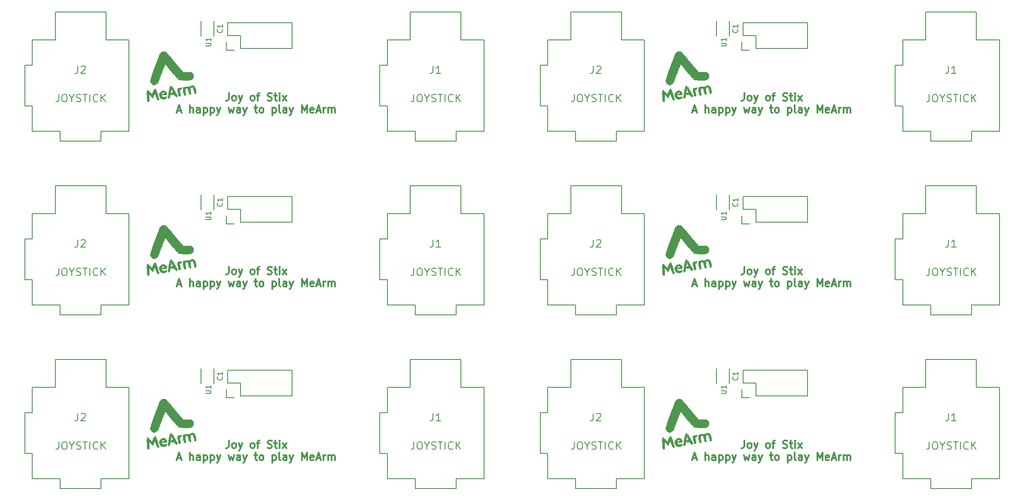
<source format=gto>
G04 #@! TF.FileFunction,Legend,Top*
%FSLAX46Y46*%
G04 Gerber Fmt 4.6, Leading zero omitted, Abs format (unit mm)*
G04 Created by KiCad (PCBNEW (2015-01-16 BZR 5376)-product) date 23/06/2015 14:12:10*
%MOMM*%
G01*
G04 APERTURE LIST*
%ADD10C,0.100000*%
%ADD11C,0.300000*%
%ADD12C,0.150000*%
%ADD13C,4.000000*%
%ADD14C,0.300000*%
%ADD15R,1.727200X1.727200*%
%ADD16O,1.727200X1.727200*%
%ADD17R,1.300000X1.300000*%
%ADD18C,1.300000*%
%ADD19O,1.800000X2.600000*%
%ADD20O,1.524000X2.000000*%
%ADD21O,2.000000X1.540000*%
G04 APERTURE END LIST*
D10*
D11*
X186885143Y-84719571D02*
X186885143Y-85791000D01*
X186813715Y-86005286D01*
X186670858Y-86148143D01*
X186456572Y-86219571D01*
X186313715Y-86219571D01*
X187813715Y-86219571D02*
X187670857Y-86148143D01*
X187599429Y-86076714D01*
X187528000Y-85933857D01*
X187528000Y-85505286D01*
X187599429Y-85362429D01*
X187670857Y-85291000D01*
X187813715Y-85219571D01*
X188028000Y-85219571D01*
X188170857Y-85291000D01*
X188242286Y-85362429D01*
X188313715Y-85505286D01*
X188313715Y-85933857D01*
X188242286Y-86076714D01*
X188170857Y-86148143D01*
X188028000Y-86219571D01*
X187813715Y-86219571D01*
X188813715Y-85219571D02*
X189170858Y-86219571D01*
X189528000Y-85219571D02*
X189170858Y-86219571D01*
X189028000Y-86576714D01*
X188956572Y-86648143D01*
X188813715Y-86719571D01*
X191456572Y-86219571D02*
X191313714Y-86148143D01*
X191242286Y-86076714D01*
X191170857Y-85933857D01*
X191170857Y-85505286D01*
X191242286Y-85362429D01*
X191313714Y-85291000D01*
X191456572Y-85219571D01*
X191670857Y-85219571D01*
X191813714Y-85291000D01*
X191885143Y-85362429D01*
X191956572Y-85505286D01*
X191956572Y-85933857D01*
X191885143Y-86076714D01*
X191813714Y-86148143D01*
X191670857Y-86219571D01*
X191456572Y-86219571D01*
X192385143Y-85219571D02*
X192956572Y-85219571D01*
X192599429Y-86219571D02*
X192599429Y-84933857D01*
X192670857Y-84791000D01*
X192813715Y-84719571D01*
X192956572Y-84719571D01*
X194528000Y-86148143D02*
X194742286Y-86219571D01*
X195099429Y-86219571D01*
X195242286Y-86148143D01*
X195313715Y-86076714D01*
X195385143Y-85933857D01*
X195385143Y-85791000D01*
X195313715Y-85648143D01*
X195242286Y-85576714D01*
X195099429Y-85505286D01*
X194813715Y-85433857D01*
X194670857Y-85362429D01*
X194599429Y-85291000D01*
X194528000Y-85148143D01*
X194528000Y-85005286D01*
X194599429Y-84862429D01*
X194670857Y-84791000D01*
X194813715Y-84719571D01*
X195170857Y-84719571D01*
X195385143Y-84791000D01*
X195813714Y-85219571D02*
X196385143Y-85219571D01*
X196028000Y-84719571D02*
X196028000Y-86005286D01*
X196099428Y-86148143D01*
X196242286Y-86219571D01*
X196385143Y-86219571D01*
X196885143Y-86219571D02*
X196885143Y-85219571D01*
X196885143Y-84719571D02*
X196813714Y-84791000D01*
X196885143Y-84862429D01*
X196956571Y-84791000D01*
X196885143Y-84719571D01*
X196885143Y-84862429D01*
X197456572Y-86219571D02*
X198242286Y-85219571D01*
X197456572Y-85219571D02*
X198242286Y-86219571D01*
X176706572Y-88191000D02*
X177420858Y-88191000D01*
X176563715Y-88619571D02*
X177063715Y-87119571D01*
X177563715Y-88619571D01*
X179206572Y-88619571D02*
X179206572Y-87119571D01*
X179849429Y-88619571D02*
X179849429Y-87833857D01*
X179778000Y-87691000D01*
X179635143Y-87619571D01*
X179420858Y-87619571D01*
X179278000Y-87691000D01*
X179206572Y-87762429D01*
X181206572Y-88619571D02*
X181206572Y-87833857D01*
X181135143Y-87691000D01*
X180992286Y-87619571D01*
X180706572Y-87619571D01*
X180563715Y-87691000D01*
X181206572Y-88548143D02*
X181063715Y-88619571D01*
X180706572Y-88619571D01*
X180563715Y-88548143D01*
X180492286Y-88405286D01*
X180492286Y-88262429D01*
X180563715Y-88119571D01*
X180706572Y-88048143D01*
X181063715Y-88048143D01*
X181206572Y-87976714D01*
X181920858Y-87619571D02*
X181920858Y-89119571D01*
X181920858Y-87691000D02*
X182063715Y-87619571D01*
X182349429Y-87619571D01*
X182492286Y-87691000D01*
X182563715Y-87762429D01*
X182635144Y-87905286D01*
X182635144Y-88333857D01*
X182563715Y-88476714D01*
X182492286Y-88548143D01*
X182349429Y-88619571D01*
X182063715Y-88619571D01*
X181920858Y-88548143D01*
X183278001Y-87619571D02*
X183278001Y-89119571D01*
X183278001Y-87691000D02*
X183420858Y-87619571D01*
X183706572Y-87619571D01*
X183849429Y-87691000D01*
X183920858Y-87762429D01*
X183992287Y-87905286D01*
X183992287Y-88333857D01*
X183920858Y-88476714D01*
X183849429Y-88548143D01*
X183706572Y-88619571D01*
X183420858Y-88619571D01*
X183278001Y-88548143D01*
X184492287Y-87619571D02*
X184849430Y-88619571D01*
X185206572Y-87619571D02*
X184849430Y-88619571D01*
X184706572Y-88976714D01*
X184635144Y-89048143D01*
X184492287Y-89119571D01*
X186778001Y-87619571D02*
X187063715Y-88619571D01*
X187349429Y-87905286D01*
X187635144Y-88619571D01*
X187920858Y-87619571D01*
X189135144Y-88619571D02*
X189135144Y-87833857D01*
X189063715Y-87691000D01*
X188920858Y-87619571D01*
X188635144Y-87619571D01*
X188492287Y-87691000D01*
X189135144Y-88548143D02*
X188992287Y-88619571D01*
X188635144Y-88619571D01*
X188492287Y-88548143D01*
X188420858Y-88405286D01*
X188420858Y-88262429D01*
X188492287Y-88119571D01*
X188635144Y-88048143D01*
X188992287Y-88048143D01*
X189135144Y-87976714D01*
X189706573Y-87619571D02*
X190063716Y-88619571D01*
X190420858Y-87619571D02*
X190063716Y-88619571D01*
X189920858Y-88976714D01*
X189849430Y-89048143D01*
X189706573Y-89119571D01*
X191920858Y-87619571D02*
X192492287Y-87619571D01*
X192135144Y-87119571D02*
X192135144Y-88405286D01*
X192206572Y-88548143D01*
X192349430Y-88619571D01*
X192492287Y-88619571D01*
X193206573Y-88619571D02*
X193063715Y-88548143D01*
X192992287Y-88476714D01*
X192920858Y-88333857D01*
X192920858Y-87905286D01*
X192992287Y-87762429D01*
X193063715Y-87691000D01*
X193206573Y-87619571D01*
X193420858Y-87619571D01*
X193563715Y-87691000D01*
X193635144Y-87762429D01*
X193706573Y-87905286D01*
X193706573Y-88333857D01*
X193635144Y-88476714D01*
X193563715Y-88548143D01*
X193420858Y-88619571D01*
X193206573Y-88619571D01*
X195492287Y-87619571D02*
X195492287Y-89119571D01*
X195492287Y-87691000D02*
X195635144Y-87619571D01*
X195920858Y-87619571D01*
X196063715Y-87691000D01*
X196135144Y-87762429D01*
X196206573Y-87905286D01*
X196206573Y-88333857D01*
X196135144Y-88476714D01*
X196063715Y-88548143D01*
X195920858Y-88619571D01*
X195635144Y-88619571D01*
X195492287Y-88548143D01*
X197063716Y-88619571D02*
X196920858Y-88548143D01*
X196849430Y-88405286D01*
X196849430Y-87119571D01*
X198278001Y-88619571D02*
X198278001Y-87833857D01*
X198206572Y-87691000D01*
X198063715Y-87619571D01*
X197778001Y-87619571D01*
X197635144Y-87691000D01*
X198278001Y-88548143D02*
X198135144Y-88619571D01*
X197778001Y-88619571D01*
X197635144Y-88548143D01*
X197563715Y-88405286D01*
X197563715Y-88262429D01*
X197635144Y-88119571D01*
X197778001Y-88048143D01*
X198135144Y-88048143D01*
X198278001Y-87976714D01*
X198849430Y-87619571D02*
X199206573Y-88619571D01*
X199563715Y-87619571D02*
X199206573Y-88619571D01*
X199063715Y-88976714D01*
X198992287Y-89048143D01*
X198849430Y-89119571D01*
X201278001Y-88619571D02*
X201278001Y-87119571D01*
X201778001Y-88191000D01*
X202278001Y-87119571D01*
X202278001Y-88619571D01*
X203563715Y-88548143D02*
X203420858Y-88619571D01*
X203135144Y-88619571D01*
X202992287Y-88548143D01*
X202920858Y-88405286D01*
X202920858Y-87833857D01*
X202992287Y-87691000D01*
X203135144Y-87619571D01*
X203420858Y-87619571D01*
X203563715Y-87691000D01*
X203635144Y-87833857D01*
X203635144Y-87976714D01*
X202920858Y-88119571D01*
X204206572Y-88191000D02*
X204920858Y-88191000D01*
X204063715Y-88619571D02*
X204563715Y-87119571D01*
X205063715Y-88619571D01*
X205563715Y-88619571D02*
X205563715Y-87619571D01*
X205563715Y-87905286D02*
X205635143Y-87762429D01*
X205706572Y-87691000D01*
X205849429Y-87619571D01*
X205992286Y-87619571D01*
X206492286Y-88619571D02*
X206492286Y-87619571D01*
X206492286Y-87762429D02*
X206563714Y-87691000D01*
X206706572Y-87619571D01*
X206920857Y-87619571D01*
X207063714Y-87691000D01*
X207135143Y-87833857D01*
X207135143Y-88619571D01*
X207135143Y-87833857D02*
X207206572Y-87691000D01*
X207349429Y-87619571D01*
X207563714Y-87619571D01*
X207706572Y-87691000D01*
X207778000Y-87833857D01*
X207778000Y-88619571D01*
X186885143Y-119009571D02*
X186885143Y-120081000D01*
X186813715Y-120295286D01*
X186670858Y-120438143D01*
X186456572Y-120509571D01*
X186313715Y-120509571D01*
X187813715Y-120509571D02*
X187670857Y-120438143D01*
X187599429Y-120366714D01*
X187528000Y-120223857D01*
X187528000Y-119795286D01*
X187599429Y-119652429D01*
X187670857Y-119581000D01*
X187813715Y-119509571D01*
X188028000Y-119509571D01*
X188170857Y-119581000D01*
X188242286Y-119652429D01*
X188313715Y-119795286D01*
X188313715Y-120223857D01*
X188242286Y-120366714D01*
X188170857Y-120438143D01*
X188028000Y-120509571D01*
X187813715Y-120509571D01*
X188813715Y-119509571D02*
X189170858Y-120509571D01*
X189528000Y-119509571D02*
X189170858Y-120509571D01*
X189028000Y-120866714D01*
X188956572Y-120938143D01*
X188813715Y-121009571D01*
X191456572Y-120509571D02*
X191313714Y-120438143D01*
X191242286Y-120366714D01*
X191170857Y-120223857D01*
X191170857Y-119795286D01*
X191242286Y-119652429D01*
X191313714Y-119581000D01*
X191456572Y-119509571D01*
X191670857Y-119509571D01*
X191813714Y-119581000D01*
X191885143Y-119652429D01*
X191956572Y-119795286D01*
X191956572Y-120223857D01*
X191885143Y-120366714D01*
X191813714Y-120438143D01*
X191670857Y-120509571D01*
X191456572Y-120509571D01*
X192385143Y-119509571D02*
X192956572Y-119509571D01*
X192599429Y-120509571D02*
X192599429Y-119223857D01*
X192670857Y-119081000D01*
X192813715Y-119009571D01*
X192956572Y-119009571D01*
X194528000Y-120438143D02*
X194742286Y-120509571D01*
X195099429Y-120509571D01*
X195242286Y-120438143D01*
X195313715Y-120366714D01*
X195385143Y-120223857D01*
X195385143Y-120081000D01*
X195313715Y-119938143D01*
X195242286Y-119866714D01*
X195099429Y-119795286D01*
X194813715Y-119723857D01*
X194670857Y-119652429D01*
X194599429Y-119581000D01*
X194528000Y-119438143D01*
X194528000Y-119295286D01*
X194599429Y-119152429D01*
X194670857Y-119081000D01*
X194813715Y-119009571D01*
X195170857Y-119009571D01*
X195385143Y-119081000D01*
X195813714Y-119509571D02*
X196385143Y-119509571D01*
X196028000Y-119009571D02*
X196028000Y-120295286D01*
X196099428Y-120438143D01*
X196242286Y-120509571D01*
X196385143Y-120509571D01*
X196885143Y-120509571D02*
X196885143Y-119509571D01*
X196885143Y-119009571D02*
X196813714Y-119081000D01*
X196885143Y-119152429D01*
X196956571Y-119081000D01*
X196885143Y-119009571D01*
X196885143Y-119152429D01*
X197456572Y-120509571D02*
X198242286Y-119509571D01*
X197456572Y-119509571D02*
X198242286Y-120509571D01*
X176706572Y-122481000D02*
X177420858Y-122481000D01*
X176563715Y-122909571D02*
X177063715Y-121409571D01*
X177563715Y-122909571D01*
X179206572Y-122909571D02*
X179206572Y-121409571D01*
X179849429Y-122909571D02*
X179849429Y-122123857D01*
X179778000Y-121981000D01*
X179635143Y-121909571D01*
X179420858Y-121909571D01*
X179278000Y-121981000D01*
X179206572Y-122052429D01*
X181206572Y-122909571D02*
X181206572Y-122123857D01*
X181135143Y-121981000D01*
X180992286Y-121909571D01*
X180706572Y-121909571D01*
X180563715Y-121981000D01*
X181206572Y-122838143D02*
X181063715Y-122909571D01*
X180706572Y-122909571D01*
X180563715Y-122838143D01*
X180492286Y-122695286D01*
X180492286Y-122552429D01*
X180563715Y-122409571D01*
X180706572Y-122338143D01*
X181063715Y-122338143D01*
X181206572Y-122266714D01*
X181920858Y-121909571D02*
X181920858Y-123409571D01*
X181920858Y-121981000D02*
X182063715Y-121909571D01*
X182349429Y-121909571D01*
X182492286Y-121981000D01*
X182563715Y-122052429D01*
X182635144Y-122195286D01*
X182635144Y-122623857D01*
X182563715Y-122766714D01*
X182492286Y-122838143D01*
X182349429Y-122909571D01*
X182063715Y-122909571D01*
X181920858Y-122838143D01*
X183278001Y-121909571D02*
X183278001Y-123409571D01*
X183278001Y-121981000D02*
X183420858Y-121909571D01*
X183706572Y-121909571D01*
X183849429Y-121981000D01*
X183920858Y-122052429D01*
X183992287Y-122195286D01*
X183992287Y-122623857D01*
X183920858Y-122766714D01*
X183849429Y-122838143D01*
X183706572Y-122909571D01*
X183420858Y-122909571D01*
X183278001Y-122838143D01*
X184492287Y-121909571D02*
X184849430Y-122909571D01*
X185206572Y-121909571D02*
X184849430Y-122909571D01*
X184706572Y-123266714D01*
X184635144Y-123338143D01*
X184492287Y-123409571D01*
X186778001Y-121909571D02*
X187063715Y-122909571D01*
X187349429Y-122195286D01*
X187635144Y-122909571D01*
X187920858Y-121909571D01*
X189135144Y-122909571D02*
X189135144Y-122123857D01*
X189063715Y-121981000D01*
X188920858Y-121909571D01*
X188635144Y-121909571D01*
X188492287Y-121981000D01*
X189135144Y-122838143D02*
X188992287Y-122909571D01*
X188635144Y-122909571D01*
X188492287Y-122838143D01*
X188420858Y-122695286D01*
X188420858Y-122552429D01*
X188492287Y-122409571D01*
X188635144Y-122338143D01*
X188992287Y-122338143D01*
X189135144Y-122266714D01*
X189706573Y-121909571D02*
X190063716Y-122909571D01*
X190420858Y-121909571D02*
X190063716Y-122909571D01*
X189920858Y-123266714D01*
X189849430Y-123338143D01*
X189706573Y-123409571D01*
X191920858Y-121909571D02*
X192492287Y-121909571D01*
X192135144Y-121409571D02*
X192135144Y-122695286D01*
X192206572Y-122838143D01*
X192349430Y-122909571D01*
X192492287Y-122909571D01*
X193206573Y-122909571D02*
X193063715Y-122838143D01*
X192992287Y-122766714D01*
X192920858Y-122623857D01*
X192920858Y-122195286D01*
X192992287Y-122052429D01*
X193063715Y-121981000D01*
X193206573Y-121909571D01*
X193420858Y-121909571D01*
X193563715Y-121981000D01*
X193635144Y-122052429D01*
X193706573Y-122195286D01*
X193706573Y-122623857D01*
X193635144Y-122766714D01*
X193563715Y-122838143D01*
X193420858Y-122909571D01*
X193206573Y-122909571D01*
X195492287Y-121909571D02*
X195492287Y-123409571D01*
X195492287Y-121981000D02*
X195635144Y-121909571D01*
X195920858Y-121909571D01*
X196063715Y-121981000D01*
X196135144Y-122052429D01*
X196206573Y-122195286D01*
X196206573Y-122623857D01*
X196135144Y-122766714D01*
X196063715Y-122838143D01*
X195920858Y-122909571D01*
X195635144Y-122909571D01*
X195492287Y-122838143D01*
X197063716Y-122909571D02*
X196920858Y-122838143D01*
X196849430Y-122695286D01*
X196849430Y-121409571D01*
X198278001Y-122909571D02*
X198278001Y-122123857D01*
X198206572Y-121981000D01*
X198063715Y-121909571D01*
X197778001Y-121909571D01*
X197635144Y-121981000D01*
X198278001Y-122838143D02*
X198135144Y-122909571D01*
X197778001Y-122909571D01*
X197635144Y-122838143D01*
X197563715Y-122695286D01*
X197563715Y-122552429D01*
X197635144Y-122409571D01*
X197778001Y-122338143D01*
X198135144Y-122338143D01*
X198278001Y-122266714D01*
X198849430Y-121909571D02*
X199206573Y-122909571D01*
X199563715Y-121909571D02*
X199206573Y-122909571D01*
X199063715Y-123266714D01*
X198992287Y-123338143D01*
X198849430Y-123409571D01*
X201278001Y-122909571D02*
X201278001Y-121409571D01*
X201778001Y-122481000D01*
X202278001Y-121409571D01*
X202278001Y-122909571D01*
X203563715Y-122838143D02*
X203420858Y-122909571D01*
X203135144Y-122909571D01*
X202992287Y-122838143D01*
X202920858Y-122695286D01*
X202920858Y-122123857D01*
X202992287Y-121981000D01*
X203135144Y-121909571D01*
X203420858Y-121909571D01*
X203563715Y-121981000D01*
X203635144Y-122123857D01*
X203635144Y-122266714D01*
X202920858Y-122409571D01*
X204206572Y-122481000D02*
X204920858Y-122481000D01*
X204063715Y-122909571D02*
X204563715Y-121409571D01*
X205063715Y-122909571D01*
X205563715Y-122909571D02*
X205563715Y-121909571D01*
X205563715Y-122195286D02*
X205635143Y-122052429D01*
X205706572Y-121981000D01*
X205849429Y-121909571D01*
X205992286Y-121909571D01*
X206492286Y-122909571D02*
X206492286Y-121909571D01*
X206492286Y-122052429D02*
X206563714Y-121981000D01*
X206706572Y-121909571D01*
X206920857Y-121909571D01*
X207063714Y-121981000D01*
X207135143Y-122123857D01*
X207135143Y-122909571D01*
X207135143Y-122123857D02*
X207206572Y-121981000D01*
X207349429Y-121909571D01*
X207563714Y-121909571D01*
X207706572Y-121981000D01*
X207778000Y-122123857D01*
X207778000Y-122909571D01*
X186885143Y-153299571D02*
X186885143Y-154371000D01*
X186813715Y-154585286D01*
X186670858Y-154728143D01*
X186456572Y-154799571D01*
X186313715Y-154799571D01*
X187813715Y-154799571D02*
X187670857Y-154728143D01*
X187599429Y-154656714D01*
X187528000Y-154513857D01*
X187528000Y-154085286D01*
X187599429Y-153942429D01*
X187670857Y-153871000D01*
X187813715Y-153799571D01*
X188028000Y-153799571D01*
X188170857Y-153871000D01*
X188242286Y-153942429D01*
X188313715Y-154085286D01*
X188313715Y-154513857D01*
X188242286Y-154656714D01*
X188170857Y-154728143D01*
X188028000Y-154799571D01*
X187813715Y-154799571D01*
X188813715Y-153799571D02*
X189170858Y-154799571D01*
X189528000Y-153799571D02*
X189170858Y-154799571D01*
X189028000Y-155156714D01*
X188956572Y-155228143D01*
X188813715Y-155299571D01*
X191456572Y-154799571D02*
X191313714Y-154728143D01*
X191242286Y-154656714D01*
X191170857Y-154513857D01*
X191170857Y-154085286D01*
X191242286Y-153942429D01*
X191313714Y-153871000D01*
X191456572Y-153799571D01*
X191670857Y-153799571D01*
X191813714Y-153871000D01*
X191885143Y-153942429D01*
X191956572Y-154085286D01*
X191956572Y-154513857D01*
X191885143Y-154656714D01*
X191813714Y-154728143D01*
X191670857Y-154799571D01*
X191456572Y-154799571D01*
X192385143Y-153799571D02*
X192956572Y-153799571D01*
X192599429Y-154799571D02*
X192599429Y-153513857D01*
X192670857Y-153371000D01*
X192813715Y-153299571D01*
X192956572Y-153299571D01*
X194528000Y-154728143D02*
X194742286Y-154799571D01*
X195099429Y-154799571D01*
X195242286Y-154728143D01*
X195313715Y-154656714D01*
X195385143Y-154513857D01*
X195385143Y-154371000D01*
X195313715Y-154228143D01*
X195242286Y-154156714D01*
X195099429Y-154085286D01*
X194813715Y-154013857D01*
X194670857Y-153942429D01*
X194599429Y-153871000D01*
X194528000Y-153728143D01*
X194528000Y-153585286D01*
X194599429Y-153442429D01*
X194670857Y-153371000D01*
X194813715Y-153299571D01*
X195170857Y-153299571D01*
X195385143Y-153371000D01*
X195813714Y-153799571D02*
X196385143Y-153799571D01*
X196028000Y-153299571D02*
X196028000Y-154585286D01*
X196099428Y-154728143D01*
X196242286Y-154799571D01*
X196385143Y-154799571D01*
X196885143Y-154799571D02*
X196885143Y-153799571D01*
X196885143Y-153299571D02*
X196813714Y-153371000D01*
X196885143Y-153442429D01*
X196956571Y-153371000D01*
X196885143Y-153299571D01*
X196885143Y-153442429D01*
X197456572Y-154799571D02*
X198242286Y-153799571D01*
X197456572Y-153799571D02*
X198242286Y-154799571D01*
X176706572Y-156771000D02*
X177420858Y-156771000D01*
X176563715Y-157199571D02*
X177063715Y-155699571D01*
X177563715Y-157199571D01*
X179206572Y-157199571D02*
X179206572Y-155699571D01*
X179849429Y-157199571D02*
X179849429Y-156413857D01*
X179778000Y-156271000D01*
X179635143Y-156199571D01*
X179420858Y-156199571D01*
X179278000Y-156271000D01*
X179206572Y-156342429D01*
X181206572Y-157199571D02*
X181206572Y-156413857D01*
X181135143Y-156271000D01*
X180992286Y-156199571D01*
X180706572Y-156199571D01*
X180563715Y-156271000D01*
X181206572Y-157128143D02*
X181063715Y-157199571D01*
X180706572Y-157199571D01*
X180563715Y-157128143D01*
X180492286Y-156985286D01*
X180492286Y-156842429D01*
X180563715Y-156699571D01*
X180706572Y-156628143D01*
X181063715Y-156628143D01*
X181206572Y-156556714D01*
X181920858Y-156199571D02*
X181920858Y-157699571D01*
X181920858Y-156271000D02*
X182063715Y-156199571D01*
X182349429Y-156199571D01*
X182492286Y-156271000D01*
X182563715Y-156342429D01*
X182635144Y-156485286D01*
X182635144Y-156913857D01*
X182563715Y-157056714D01*
X182492286Y-157128143D01*
X182349429Y-157199571D01*
X182063715Y-157199571D01*
X181920858Y-157128143D01*
X183278001Y-156199571D02*
X183278001Y-157699571D01*
X183278001Y-156271000D02*
X183420858Y-156199571D01*
X183706572Y-156199571D01*
X183849429Y-156271000D01*
X183920858Y-156342429D01*
X183992287Y-156485286D01*
X183992287Y-156913857D01*
X183920858Y-157056714D01*
X183849429Y-157128143D01*
X183706572Y-157199571D01*
X183420858Y-157199571D01*
X183278001Y-157128143D01*
X184492287Y-156199571D02*
X184849430Y-157199571D01*
X185206572Y-156199571D02*
X184849430Y-157199571D01*
X184706572Y-157556714D01*
X184635144Y-157628143D01*
X184492287Y-157699571D01*
X186778001Y-156199571D02*
X187063715Y-157199571D01*
X187349429Y-156485286D01*
X187635144Y-157199571D01*
X187920858Y-156199571D01*
X189135144Y-157199571D02*
X189135144Y-156413857D01*
X189063715Y-156271000D01*
X188920858Y-156199571D01*
X188635144Y-156199571D01*
X188492287Y-156271000D01*
X189135144Y-157128143D02*
X188992287Y-157199571D01*
X188635144Y-157199571D01*
X188492287Y-157128143D01*
X188420858Y-156985286D01*
X188420858Y-156842429D01*
X188492287Y-156699571D01*
X188635144Y-156628143D01*
X188992287Y-156628143D01*
X189135144Y-156556714D01*
X189706573Y-156199571D02*
X190063716Y-157199571D01*
X190420858Y-156199571D02*
X190063716Y-157199571D01*
X189920858Y-157556714D01*
X189849430Y-157628143D01*
X189706573Y-157699571D01*
X191920858Y-156199571D02*
X192492287Y-156199571D01*
X192135144Y-155699571D02*
X192135144Y-156985286D01*
X192206572Y-157128143D01*
X192349430Y-157199571D01*
X192492287Y-157199571D01*
X193206573Y-157199571D02*
X193063715Y-157128143D01*
X192992287Y-157056714D01*
X192920858Y-156913857D01*
X192920858Y-156485286D01*
X192992287Y-156342429D01*
X193063715Y-156271000D01*
X193206573Y-156199571D01*
X193420858Y-156199571D01*
X193563715Y-156271000D01*
X193635144Y-156342429D01*
X193706573Y-156485286D01*
X193706573Y-156913857D01*
X193635144Y-157056714D01*
X193563715Y-157128143D01*
X193420858Y-157199571D01*
X193206573Y-157199571D01*
X195492287Y-156199571D02*
X195492287Y-157699571D01*
X195492287Y-156271000D02*
X195635144Y-156199571D01*
X195920858Y-156199571D01*
X196063715Y-156271000D01*
X196135144Y-156342429D01*
X196206573Y-156485286D01*
X196206573Y-156913857D01*
X196135144Y-157056714D01*
X196063715Y-157128143D01*
X195920858Y-157199571D01*
X195635144Y-157199571D01*
X195492287Y-157128143D01*
X197063716Y-157199571D02*
X196920858Y-157128143D01*
X196849430Y-156985286D01*
X196849430Y-155699571D01*
X198278001Y-157199571D02*
X198278001Y-156413857D01*
X198206572Y-156271000D01*
X198063715Y-156199571D01*
X197778001Y-156199571D01*
X197635144Y-156271000D01*
X198278001Y-157128143D02*
X198135144Y-157199571D01*
X197778001Y-157199571D01*
X197635144Y-157128143D01*
X197563715Y-156985286D01*
X197563715Y-156842429D01*
X197635144Y-156699571D01*
X197778001Y-156628143D01*
X198135144Y-156628143D01*
X198278001Y-156556714D01*
X198849430Y-156199571D02*
X199206573Y-157199571D01*
X199563715Y-156199571D02*
X199206573Y-157199571D01*
X199063715Y-157556714D01*
X198992287Y-157628143D01*
X198849430Y-157699571D01*
X201278001Y-157199571D02*
X201278001Y-155699571D01*
X201778001Y-156771000D01*
X202278001Y-155699571D01*
X202278001Y-157199571D01*
X203563715Y-157128143D02*
X203420858Y-157199571D01*
X203135144Y-157199571D01*
X202992287Y-157128143D01*
X202920858Y-156985286D01*
X202920858Y-156413857D01*
X202992287Y-156271000D01*
X203135144Y-156199571D01*
X203420858Y-156199571D01*
X203563715Y-156271000D01*
X203635144Y-156413857D01*
X203635144Y-156556714D01*
X202920858Y-156699571D01*
X204206572Y-156771000D02*
X204920858Y-156771000D01*
X204063715Y-157199571D02*
X204563715Y-155699571D01*
X205063715Y-157199571D01*
X205563715Y-157199571D02*
X205563715Y-156199571D01*
X205563715Y-156485286D02*
X205635143Y-156342429D01*
X205706572Y-156271000D01*
X205849429Y-156199571D01*
X205992286Y-156199571D01*
X206492286Y-157199571D02*
X206492286Y-156199571D01*
X206492286Y-156342429D02*
X206563714Y-156271000D01*
X206706572Y-156199571D01*
X206920857Y-156199571D01*
X207063714Y-156271000D01*
X207135143Y-156413857D01*
X207135143Y-157199571D01*
X207135143Y-156413857D02*
X207206572Y-156271000D01*
X207349429Y-156199571D01*
X207563714Y-156199571D01*
X207706572Y-156271000D01*
X207778000Y-156413857D01*
X207778000Y-157199571D01*
X85285143Y-153299571D02*
X85285143Y-154371000D01*
X85213715Y-154585286D01*
X85070858Y-154728143D01*
X84856572Y-154799571D01*
X84713715Y-154799571D01*
X86213715Y-154799571D02*
X86070857Y-154728143D01*
X85999429Y-154656714D01*
X85928000Y-154513857D01*
X85928000Y-154085286D01*
X85999429Y-153942429D01*
X86070857Y-153871000D01*
X86213715Y-153799571D01*
X86428000Y-153799571D01*
X86570857Y-153871000D01*
X86642286Y-153942429D01*
X86713715Y-154085286D01*
X86713715Y-154513857D01*
X86642286Y-154656714D01*
X86570857Y-154728143D01*
X86428000Y-154799571D01*
X86213715Y-154799571D01*
X87213715Y-153799571D02*
X87570858Y-154799571D01*
X87928000Y-153799571D02*
X87570858Y-154799571D01*
X87428000Y-155156714D01*
X87356572Y-155228143D01*
X87213715Y-155299571D01*
X89856572Y-154799571D02*
X89713714Y-154728143D01*
X89642286Y-154656714D01*
X89570857Y-154513857D01*
X89570857Y-154085286D01*
X89642286Y-153942429D01*
X89713714Y-153871000D01*
X89856572Y-153799571D01*
X90070857Y-153799571D01*
X90213714Y-153871000D01*
X90285143Y-153942429D01*
X90356572Y-154085286D01*
X90356572Y-154513857D01*
X90285143Y-154656714D01*
X90213714Y-154728143D01*
X90070857Y-154799571D01*
X89856572Y-154799571D01*
X90785143Y-153799571D02*
X91356572Y-153799571D01*
X90999429Y-154799571D02*
X90999429Y-153513857D01*
X91070857Y-153371000D01*
X91213715Y-153299571D01*
X91356572Y-153299571D01*
X92928000Y-154728143D02*
X93142286Y-154799571D01*
X93499429Y-154799571D01*
X93642286Y-154728143D01*
X93713715Y-154656714D01*
X93785143Y-154513857D01*
X93785143Y-154371000D01*
X93713715Y-154228143D01*
X93642286Y-154156714D01*
X93499429Y-154085286D01*
X93213715Y-154013857D01*
X93070857Y-153942429D01*
X92999429Y-153871000D01*
X92928000Y-153728143D01*
X92928000Y-153585286D01*
X92999429Y-153442429D01*
X93070857Y-153371000D01*
X93213715Y-153299571D01*
X93570857Y-153299571D01*
X93785143Y-153371000D01*
X94213714Y-153799571D02*
X94785143Y-153799571D01*
X94428000Y-153299571D02*
X94428000Y-154585286D01*
X94499428Y-154728143D01*
X94642286Y-154799571D01*
X94785143Y-154799571D01*
X95285143Y-154799571D02*
X95285143Y-153799571D01*
X95285143Y-153299571D02*
X95213714Y-153371000D01*
X95285143Y-153442429D01*
X95356571Y-153371000D01*
X95285143Y-153299571D01*
X95285143Y-153442429D01*
X95856572Y-154799571D02*
X96642286Y-153799571D01*
X95856572Y-153799571D02*
X96642286Y-154799571D01*
X75106572Y-156771000D02*
X75820858Y-156771000D01*
X74963715Y-157199571D02*
X75463715Y-155699571D01*
X75963715Y-157199571D01*
X77606572Y-157199571D02*
X77606572Y-155699571D01*
X78249429Y-157199571D02*
X78249429Y-156413857D01*
X78178000Y-156271000D01*
X78035143Y-156199571D01*
X77820858Y-156199571D01*
X77678000Y-156271000D01*
X77606572Y-156342429D01*
X79606572Y-157199571D02*
X79606572Y-156413857D01*
X79535143Y-156271000D01*
X79392286Y-156199571D01*
X79106572Y-156199571D01*
X78963715Y-156271000D01*
X79606572Y-157128143D02*
X79463715Y-157199571D01*
X79106572Y-157199571D01*
X78963715Y-157128143D01*
X78892286Y-156985286D01*
X78892286Y-156842429D01*
X78963715Y-156699571D01*
X79106572Y-156628143D01*
X79463715Y-156628143D01*
X79606572Y-156556714D01*
X80320858Y-156199571D02*
X80320858Y-157699571D01*
X80320858Y-156271000D02*
X80463715Y-156199571D01*
X80749429Y-156199571D01*
X80892286Y-156271000D01*
X80963715Y-156342429D01*
X81035144Y-156485286D01*
X81035144Y-156913857D01*
X80963715Y-157056714D01*
X80892286Y-157128143D01*
X80749429Y-157199571D01*
X80463715Y-157199571D01*
X80320858Y-157128143D01*
X81678001Y-156199571D02*
X81678001Y-157699571D01*
X81678001Y-156271000D02*
X81820858Y-156199571D01*
X82106572Y-156199571D01*
X82249429Y-156271000D01*
X82320858Y-156342429D01*
X82392287Y-156485286D01*
X82392287Y-156913857D01*
X82320858Y-157056714D01*
X82249429Y-157128143D01*
X82106572Y-157199571D01*
X81820858Y-157199571D01*
X81678001Y-157128143D01*
X82892287Y-156199571D02*
X83249430Y-157199571D01*
X83606572Y-156199571D02*
X83249430Y-157199571D01*
X83106572Y-157556714D01*
X83035144Y-157628143D01*
X82892287Y-157699571D01*
X85178001Y-156199571D02*
X85463715Y-157199571D01*
X85749429Y-156485286D01*
X86035144Y-157199571D01*
X86320858Y-156199571D01*
X87535144Y-157199571D02*
X87535144Y-156413857D01*
X87463715Y-156271000D01*
X87320858Y-156199571D01*
X87035144Y-156199571D01*
X86892287Y-156271000D01*
X87535144Y-157128143D02*
X87392287Y-157199571D01*
X87035144Y-157199571D01*
X86892287Y-157128143D01*
X86820858Y-156985286D01*
X86820858Y-156842429D01*
X86892287Y-156699571D01*
X87035144Y-156628143D01*
X87392287Y-156628143D01*
X87535144Y-156556714D01*
X88106573Y-156199571D02*
X88463716Y-157199571D01*
X88820858Y-156199571D02*
X88463716Y-157199571D01*
X88320858Y-157556714D01*
X88249430Y-157628143D01*
X88106573Y-157699571D01*
X90320858Y-156199571D02*
X90892287Y-156199571D01*
X90535144Y-155699571D02*
X90535144Y-156985286D01*
X90606572Y-157128143D01*
X90749430Y-157199571D01*
X90892287Y-157199571D01*
X91606573Y-157199571D02*
X91463715Y-157128143D01*
X91392287Y-157056714D01*
X91320858Y-156913857D01*
X91320858Y-156485286D01*
X91392287Y-156342429D01*
X91463715Y-156271000D01*
X91606573Y-156199571D01*
X91820858Y-156199571D01*
X91963715Y-156271000D01*
X92035144Y-156342429D01*
X92106573Y-156485286D01*
X92106573Y-156913857D01*
X92035144Y-157056714D01*
X91963715Y-157128143D01*
X91820858Y-157199571D01*
X91606573Y-157199571D01*
X93892287Y-156199571D02*
X93892287Y-157699571D01*
X93892287Y-156271000D02*
X94035144Y-156199571D01*
X94320858Y-156199571D01*
X94463715Y-156271000D01*
X94535144Y-156342429D01*
X94606573Y-156485286D01*
X94606573Y-156913857D01*
X94535144Y-157056714D01*
X94463715Y-157128143D01*
X94320858Y-157199571D01*
X94035144Y-157199571D01*
X93892287Y-157128143D01*
X95463716Y-157199571D02*
X95320858Y-157128143D01*
X95249430Y-156985286D01*
X95249430Y-155699571D01*
X96678001Y-157199571D02*
X96678001Y-156413857D01*
X96606572Y-156271000D01*
X96463715Y-156199571D01*
X96178001Y-156199571D01*
X96035144Y-156271000D01*
X96678001Y-157128143D02*
X96535144Y-157199571D01*
X96178001Y-157199571D01*
X96035144Y-157128143D01*
X95963715Y-156985286D01*
X95963715Y-156842429D01*
X96035144Y-156699571D01*
X96178001Y-156628143D01*
X96535144Y-156628143D01*
X96678001Y-156556714D01*
X97249430Y-156199571D02*
X97606573Y-157199571D01*
X97963715Y-156199571D02*
X97606573Y-157199571D01*
X97463715Y-157556714D01*
X97392287Y-157628143D01*
X97249430Y-157699571D01*
X99678001Y-157199571D02*
X99678001Y-155699571D01*
X100178001Y-156771000D01*
X100678001Y-155699571D01*
X100678001Y-157199571D01*
X101963715Y-157128143D02*
X101820858Y-157199571D01*
X101535144Y-157199571D01*
X101392287Y-157128143D01*
X101320858Y-156985286D01*
X101320858Y-156413857D01*
X101392287Y-156271000D01*
X101535144Y-156199571D01*
X101820858Y-156199571D01*
X101963715Y-156271000D01*
X102035144Y-156413857D01*
X102035144Y-156556714D01*
X101320858Y-156699571D01*
X102606572Y-156771000D02*
X103320858Y-156771000D01*
X102463715Y-157199571D02*
X102963715Y-155699571D01*
X103463715Y-157199571D01*
X103963715Y-157199571D02*
X103963715Y-156199571D01*
X103963715Y-156485286D02*
X104035143Y-156342429D01*
X104106572Y-156271000D01*
X104249429Y-156199571D01*
X104392286Y-156199571D01*
X104892286Y-157199571D02*
X104892286Y-156199571D01*
X104892286Y-156342429D02*
X104963714Y-156271000D01*
X105106572Y-156199571D01*
X105320857Y-156199571D01*
X105463714Y-156271000D01*
X105535143Y-156413857D01*
X105535143Y-157199571D01*
X105535143Y-156413857D02*
X105606572Y-156271000D01*
X105749429Y-156199571D01*
X105963714Y-156199571D01*
X106106572Y-156271000D01*
X106178000Y-156413857D01*
X106178000Y-157199571D01*
X85285143Y-119009571D02*
X85285143Y-120081000D01*
X85213715Y-120295286D01*
X85070858Y-120438143D01*
X84856572Y-120509571D01*
X84713715Y-120509571D01*
X86213715Y-120509571D02*
X86070857Y-120438143D01*
X85999429Y-120366714D01*
X85928000Y-120223857D01*
X85928000Y-119795286D01*
X85999429Y-119652429D01*
X86070857Y-119581000D01*
X86213715Y-119509571D01*
X86428000Y-119509571D01*
X86570857Y-119581000D01*
X86642286Y-119652429D01*
X86713715Y-119795286D01*
X86713715Y-120223857D01*
X86642286Y-120366714D01*
X86570857Y-120438143D01*
X86428000Y-120509571D01*
X86213715Y-120509571D01*
X87213715Y-119509571D02*
X87570858Y-120509571D01*
X87928000Y-119509571D02*
X87570858Y-120509571D01*
X87428000Y-120866714D01*
X87356572Y-120938143D01*
X87213715Y-121009571D01*
X89856572Y-120509571D02*
X89713714Y-120438143D01*
X89642286Y-120366714D01*
X89570857Y-120223857D01*
X89570857Y-119795286D01*
X89642286Y-119652429D01*
X89713714Y-119581000D01*
X89856572Y-119509571D01*
X90070857Y-119509571D01*
X90213714Y-119581000D01*
X90285143Y-119652429D01*
X90356572Y-119795286D01*
X90356572Y-120223857D01*
X90285143Y-120366714D01*
X90213714Y-120438143D01*
X90070857Y-120509571D01*
X89856572Y-120509571D01*
X90785143Y-119509571D02*
X91356572Y-119509571D01*
X90999429Y-120509571D02*
X90999429Y-119223857D01*
X91070857Y-119081000D01*
X91213715Y-119009571D01*
X91356572Y-119009571D01*
X92928000Y-120438143D02*
X93142286Y-120509571D01*
X93499429Y-120509571D01*
X93642286Y-120438143D01*
X93713715Y-120366714D01*
X93785143Y-120223857D01*
X93785143Y-120081000D01*
X93713715Y-119938143D01*
X93642286Y-119866714D01*
X93499429Y-119795286D01*
X93213715Y-119723857D01*
X93070857Y-119652429D01*
X92999429Y-119581000D01*
X92928000Y-119438143D01*
X92928000Y-119295286D01*
X92999429Y-119152429D01*
X93070857Y-119081000D01*
X93213715Y-119009571D01*
X93570857Y-119009571D01*
X93785143Y-119081000D01*
X94213714Y-119509571D02*
X94785143Y-119509571D01*
X94428000Y-119009571D02*
X94428000Y-120295286D01*
X94499428Y-120438143D01*
X94642286Y-120509571D01*
X94785143Y-120509571D01*
X95285143Y-120509571D02*
X95285143Y-119509571D01*
X95285143Y-119009571D02*
X95213714Y-119081000D01*
X95285143Y-119152429D01*
X95356571Y-119081000D01*
X95285143Y-119009571D01*
X95285143Y-119152429D01*
X95856572Y-120509571D02*
X96642286Y-119509571D01*
X95856572Y-119509571D02*
X96642286Y-120509571D01*
X75106572Y-122481000D02*
X75820858Y-122481000D01*
X74963715Y-122909571D02*
X75463715Y-121409571D01*
X75963715Y-122909571D01*
X77606572Y-122909571D02*
X77606572Y-121409571D01*
X78249429Y-122909571D02*
X78249429Y-122123857D01*
X78178000Y-121981000D01*
X78035143Y-121909571D01*
X77820858Y-121909571D01*
X77678000Y-121981000D01*
X77606572Y-122052429D01*
X79606572Y-122909571D02*
X79606572Y-122123857D01*
X79535143Y-121981000D01*
X79392286Y-121909571D01*
X79106572Y-121909571D01*
X78963715Y-121981000D01*
X79606572Y-122838143D02*
X79463715Y-122909571D01*
X79106572Y-122909571D01*
X78963715Y-122838143D01*
X78892286Y-122695286D01*
X78892286Y-122552429D01*
X78963715Y-122409571D01*
X79106572Y-122338143D01*
X79463715Y-122338143D01*
X79606572Y-122266714D01*
X80320858Y-121909571D02*
X80320858Y-123409571D01*
X80320858Y-121981000D02*
X80463715Y-121909571D01*
X80749429Y-121909571D01*
X80892286Y-121981000D01*
X80963715Y-122052429D01*
X81035144Y-122195286D01*
X81035144Y-122623857D01*
X80963715Y-122766714D01*
X80892286Y-122838143D01*
X80749429Y-122909571D01*
X80463715Y-122909571D01*
X80320858Y-122838143D01*
X81678001Y-121909571D02*
X81678001Y-123409571D01*
X81678001Y-121981000D02*
X81820858Y-121909571D01*
X82106572Y-121909571D01*
X82249429Y-121981000D01*
X82320858Y-122052429D01*
X82392287Y-122195286D01*
X82392287Y-122623857D01*
X82320858Y-122766714D01*
X82249429Y-122838143D01*
X82106572Y-122909571D01*
X81820858Y-122909571D01*
X81678001Y-122838143D01*
X82892287Y-121909571D02*
X83249430Y-122909571D01*
X83606572Y-121909571D02*
X83249430Y-122909571D01*
X83106572Y-123266714D01*
X83035144Y-123338143D01*
X82892287Y-123409571D01*
X85178001Y-121909571D02*
X85463715Y-122909571D01*
X85749429Y-122195286D01*
X86035144Y-122909571D01*
X86320858Y-121909571D01*
X87535144Y-122909571D02*
X87535144Y-122123857D01*
X87463715Y-121981000D01*
X87320858Y-121909571D01*
X87035144Y-121909571D01*
X86892287Y-121981000D01*
X87535144Y-122838143D02*
X87392287Y-122909571D01*
X87035144Y-122909571D01*
X86892287Y-122838143D01*
X86820858Y-122695286D01*
X86820858Y-122552429D01*
X86892287Y-122409571D01*
X87035144Y-122338143D01*
X87392287Y-122338143D01*
X87535144Y-122266714D01*
X88106573Y-121909571D02*
X88463716Y-122909571D01*
X88820858Y-121909571D02*
X88463716Y-122909571D01*
X88320858Y-123266714D01*
X88249430Y-123338143D01*
X88106573Y-123409571D01*
X90320858Y-121909571D02*
X90892287Y-121909571D01*
X90535144Y-121409571D02*
X90535144Y-122695286D01*
X90606572Y-122838143D01*
X90749430Y-122909571D01*
X90892287Y-122909571D01*
X91606573Y-122909571D02*
X91463715Y-122838143D01*
X91392287Y-122766714D01*
X91320858Y-122623857D01*
X91320858Y-122195286D01*
X91392287Y-122052429D01*
X91463715Y-121981000D01*
X91606573Y-121909571D01*
X91820858Y-121909571D01*
X91963715Y-121981000D01*
X92035144Y-122052429D01*
X92106573Y-122195286D01*
X92106573Y-122623857D01*
X92035144Y-122766714D01*
X91963715Y-122838143D01*
X91820858Y-122909571D01*
X91606573Y-122909571D01*
X93892287Y-121909571D02*
X93892287Y-123409571D01*
X93892287Y-121981000D02*
X94035144Y-121909571D01*
X94320858Y-121909571D01*
X94463715Y-121981000D01*
X94535144Y-122052429D01*
X94606573Y-122195286D01*
X94606573Y-122623857D01*
X94535144Y-122766714D01*
X94463715Y-122838143D01*
X94320858Y-122909571D01*
X94035144Y-122909571D01*
X93892287Y-122838143D01*
X95463716Y-122909571D02*
X95320858Y-122838143D01*
X95249430Y-122695286D01*
X95249430Y-121409571D01*
X96678001Y-122909571D02*
X96678001Y-122123857D01*
X96606572Y-121981000D01*
X96463715Y-121909571D01*
X96178001Y-121909571D01*
X96035144Y-121981000D01*
X96678001Y-122838143D02*
X96535144Y-122909571D01*
X96178001Y-122909571D01*
X96035144Y-122838143D01*
X95963715Y-122695286D01*
X95963715Y-122552429D01*
X96035144Y-122409571D01*
X96178001Y-122338143D01*
X96535144Y-122338143D01*
X96678001Y-122266714D01*
X97249430Y-121909571D02*
X97606573Y-122909571D01*
X97963715Y-121909571D02*
X97606573Y-122909571D01*
X97463715Y-123266714D01*
X97392287Y-123338143D01*
X97249430Y-123409571D01*
X99678001Y-122909571D02*
X99678001Y-121409571D01*
X100178001Y-122481000D01*
X100678001Y-121409571D01*
X100678001Y-122909571D01*
X101963715Y-122838143D02*
X101820858Y-122909571D01*
X101535144Y-122909571D01*
X101392287Y-122838143D01*
X101320858Y-122695286D01*
X101320858Y-122123857D01*
X101392287Y-121981000D01*
X101535144Y-121909571D01*
X101820858Y-121909571D01*
X101963715Y-121981000D01*
X102035144Y-122123857D01*
X102035144Y-122266714D01*
X101320858Y-122409571D01*
X102606572Y-122481000D02*
X103320858Y-122481000D01*
X102463715Y-122909571D02*
X102963715Y-121409571D01*
X103463715Y-122909571D01*
X103963715Y-122909571D02*
X103963715Y-121909571D01*
X103963715Y-122195286D02*
X104035143Y-122052429D01*
X104106572Y-121981000D01*
X104249429Y-121909571D01*
X104392286Y-121909571D01*
X104892286Y-122909571D02*
X104892286Y-121909571D01*
X104892286Y-122052429D02*
X104963714Y-121981000D01*
X105106572Y-121909571D01*
X105320857Y-121909571D01*
X105463714Y-121981000D01*
X105535143Y-122123857D01*
X105535143Y-122909571D01*
X105535143Y-122123857D02*
X105606572Y-121981000D01*
X105749429Y-121909571D01*
X105963714Y-121909571D01*
X106106572Y-121981000D01*
X106178000Y-122123857D01*
X106178000Y-122909571D01*
X85285143Y-84719571D02*
X85285143Y-85791000D01*
X85213715Y-86005286D01*
X85070858Y-86148143D01*
X84856572Y-86219571D01*
X84713715Y-86219571D01*
X86213715Y-86219571D02*
X86070857Y-86148143D01*
X85999429Y-86076714D01*
X85928000Y-85933857D01*
X85928000Y-85505286D01*
X85999429Y-85362429D01*
X86070857Y-85291000D01*
X86213715Y-85219571D01*
X86428000Y-85219571D01*
X86570857Y-85291000D01*
X86642286Y-85362429D01*
X86713715Y-85505286D01*
X86713715Y-85933857D01*
X86642286Y-86076714D01*
X86570857Y-86148143D01*
X86428000Y-86219571D01*
X86213715Y-86219571D01*
X87213715Y-85219571D02*
X87570858Y-86219571D01*
X87928000Y-85219571D02*
X87570858Y-86219571D01*
X87428000Y-86576714D01*
X87356572Y-86648143D01*
X87213715Y-86719571D01*
X89856572Y-86219571D02*
X89713714Y-86148143D01*
X89642286Y-86076714D01*
X89570857Y-85933857D01*
X89570857Y-85505286D01*
X89642286Y-85362429D01*
X89713714Y-85291000D01*
X89856572Y-85219571D01*
X90070857Y-85219571D01*
X90213714Y-85291000D01*
X90285143Y-85362429D01*
X90356572Y-85505286D01*
X90356572Y-85933857D01*
X90285143Y-86076714D01*
X90213714Y-86148143D01*
X90070857Y-86219571D01*
X89856572Y-86219571D01*
X90785143Y-85219571D02*
X91356572Y-85219571D01*
X90999429Y-86219571D02*
X90999429Y-84933857D01*
X91070857Y-84791000D01*
X91213715Y-84719571D01*
X91356572Y-84719571D01*
X92928000Y-86148143D02*
X93142286Y-86219571D01*
X93499429Y-86219571D01*
X93642286Y-86148143D01*
X93713715Y-86076714D01*
X93785143Y-85933857D01*
X93785143Y-85791000D01*
X93713715Y-85648143D01*
X93642286Y-85576714D01*
X93499429Y-85505286D01*
X93213715Y-85433857D01*
X93070857Y-85362429D01*
X92999429Y-85291000D01*
X92928000Y-85148143D01*
X92928000Y-85005286D01*
X92999429Y-84862429D01*
X93070857Y-84791000D01*
X93213715Y-84719571D01*
X93570857Y-84719571D01*
X93785143Y-84791000D01*
X94213714Y-85219571D02*
X94785143Y-85219571D01*
X94428000Y-84719571D02*
X94428000Y-86005286D01*
X94499428Y-86148143D01*
X94642286Y-86219571D01*
X94785143Y-86219571D01*
X95285143Y-86219571D02*
X95285143Y-85219571D01*
X95285143Y-84719571D02*
X95213714Y-84791000D01*
X95285143Y-84862429D01*
X95356571Y-84791000D01*
X95285143Y-84719571D01*
X95285143Y-84862429D01*
X95856572Y-86219571D02*
X96642286Y-85219571D01*
X95856572Y-85219571D02*
X96642286Y-86219571D01*
X75106572Y-88191000D02*
X75820858Y-88191000D01*
X74963715Y-88619571D02*
X75463715Y-87119571D01*
X75963715Y-88619571D01*
X77606572Y-88619571D02*
X77606572Y-87119571D01*
X78249429Y-88619571D02*
X78249429Y-87833857D01*
X78178000Y-87691000D01*
X78035143Y-87619571D01*
X77820858Y-87619571D01*
X77678000Y-87691000D01*
X77606572Y-87762429D01*
X79606572Y-88619571D02*
X79606572Y-87833857D01*
X79535143Y-87691000D01*
X79392286Y-87619571D01*
X79106572Y-87619571D01*
X78963715Y-87691000D01*
X79606572Y-88548143D02*
X79463715Y-88619571D01*
X79106572Y-88619571D01*
X78963715Y-88548143D01*
X78892286Y-88405286D01*
X78892286Y-88262429D01*
X78963715Y-88119571D01*
X79106572Y-88048143D01*
X79463715Y-88048143D01*
X79606572Y-87976714D01*
X80320858Y-87619571D02*
X80320858Y-89119571D01*
X80320858Y-87691000D02*
X80463715Y-87619571D01*
X80749429Y-87619571D01*
X80892286Y-87691000D01*
X80963715Y-87762429D01*
X81035144Y-87905286D01*
X81035144Y-88333857D01*
X80963715Y-88476714D01*
X80892286Y-88548143D01*
X80749429Y-88619571D01*
X80463715Y-88619571D01*
X80320858Y-88548143D01*
X81678001Y-87619571D02*
X81678001Y-89119571D01*
X81678001Y-87691000D02*
X81820858Y-87619571D01*
X82106572Y-87619571D01*
X82249429Y-87691000D01*
X82320858Y-87762429D01*
X82392287Y-87905286D01*
X82392287Y-88333857D01*
X82320858Y-88476714D01*
X82249429Y-88548143D01*
X82106572Y-88619571D01*
X81820858Y-88619571D01*
X81678001Y-88548143D01*
X82892287Y-87619571D02*
X83249430Y-88619571D01*
X83606572Y-87619571D02*
X83249430Y-88619571D01*
X83106572Y-88976714D01*
X83035144Y-89048143D01*
X82892287Y-89119571D01*
X85178001Y-87619571D02*
X85463715Y-88619571D01*
X85749429Y-87905286D01*
X86035144Y-88619571D01*
X86320858Y-87619571D01*
X87535144Y-88619571D02*
X87535144Y-87833857D01*
X87463715Y-87691000D01*
X87320858Y-87619571D01*
X87035144Y-87619571D01*
X86892287Y-87691000D01*
X87535144Y-88548143D02*
X87392287Y-88619571D01*
X87035144Y-88619571D01*
X86892287Y-88548143D01*
X86820858Y-88405286D01*
X86820858Y-88262429D01*
X86892287Y-88119571D01*
X87035144Y-88048143D01*
X87392287Y-88048143D01*
X87535144Y-87976714D01*
X88106573Y-87619571D02*
X88463716Y-88619571D01*
X88820858Y-87619571D02*
X88463716Y-88619571D01*
X88320858Y-88976714D01*
X88249430Y-89048143D01*
X88106573Y-89119571D01*
X90320858Y-87619571D02*
X90892287Y-87619571D01*
X90535144Y-87119571D02*
X90535144Y-88405286D01*
X90606572Y-88548143D01*
X90749430Y-88619571D01*
X90892287Y-88619571D01*
X91606573Y-88619571D02*
X91463715Y-88548143D01*
X91392287Y-88476714D01*
X91320858Y-88333857D01*
X91320858Y-87905286D01*
X91392287Y-87762429D01*
X91463715Y-87691000D01*
X91606573Y-87619571D01*
X91820858Y-87619571D01*
X91963715Y-87691000D01*
X92035144Y-87762429D01*
X92106573Y-87905286D01*
X92106573Y-88333857D01*
X92035144Y-88476714D01*
X91963715Y-88548143D01*
X91820858Y-88619571D01*
X91606573Y-88619571D01*
X93892287Y-87619571D02*
X93892287Y-89119571D01*
X93892287Y-87691000D02*
X94035144Y-87619571D01*
X94320858Y-87619571D01*
X94463715Y-87691000D01*
X94535144Y-87762429D01*
X94606573Y-87905286D01*
X94606573Y-88333857D01*
X94535144Y-88476714D01*
X94463715Y-88548143D01*
X94320858Y-88619571D01*
X94035144Y-88619571D01*
X93892287Y-88548143D01*
X95463716Y-88619571D02*
X95320858Y-88548143D01*
X95249430Y-88405286D01*
X95249430Y-87119571D01*
X96678001Y-88619571D02*
X96678001Y-87833857D01*
X96606572Y-87691000D01*
X96463715Y-87619571D01*
X96178001Y-87619571D01*
X96035144Y-87691000D01*
X96678001Y-88548143D02*
X96535144Y-88619571D01*
X96178001Y-88619571D01*
X96035144Y-88548143D01*
X95963715Y-88405286D01*
X95963715Y-88262429D01*
X96035144Y-88119571D01*
X96178001Y-88048143D01*
X96535144Y-88048143D01*
X96678001Y-87976714D01*
X97249430Y-87619571D02*
X97606573Y-88619571D01*
X97963715Y-87619571D02*
X97606573Y-88619571D01*
X97463715Y-88976714D01*
X97392287Y-89048143D01*
X97249430Y-89119571D01*
X99678001Y-88619571D02*
X99678001Y-87119571D01*
X100178001Y-88191000D01*
X100678001Y-87119571D01*
X100678001Y-88619571D01*
X101963715Y-88548143D02*
X101820858Y-88619571D01*
X101535144Y-88619571D01*
X101392287Y-88548143D01*
X101320858Y-88405286D01*
X101320858Y-87833857D01*
X101392287Y-87691000D01*
X101535144Y-87619571D01*
X101820858Y-87619571D01*
X101963715Y-87691000D01*
X102035144Y-87833857D01*
X102035144Y-87976714D01*
X101320858Y-88119571D01*
X102606572Y-88191000D02*
X103320858Y-88191000D01*
X102463715Y-88619571D02*
X102963715Y-87119571D01*
X103463715Y-88619571D01*
X103963715Y-88619571D02*
X103963715Y-87619571D01*
X103963715Y-87905286D02*
X104035143Y-87762429D01*
X104106572Y-87691000D01*
X104249429Y-87619571D01*
X104392286Y-87619571D01*
X104892286Y-88619571D02*
X104892286Y-87619571D01*
X104892286Y-87762429D02*
X104963714Y-87691000D01*
X105106572Y-87619571D01*
X105320857Y-87619571D01*
X105463714Y-87691000D01*
X105535143Y-87833857D01*
X105535143Y-88619571D01*
X105535143Y-87833857D02*
X105606572Y-87691000D01*
X105749429Y-87619571D01*
X105963714Y-87619571D01*
X106106572Y-87691000D01*
X106178000Y-87833857D01*
X106178000Y-88619571D01*
D10*
G36*
X173108350Y-85915500D02*
X173105023Y-86027311D01*
X172974447Y-86063127D01*
X172940958Y-86063667D01*
X172826593Y-86047694D01*
X172741545Y-85977160D01*
X172664006Y-85818140D01*
X172572168Y-85536711D01*
X172546357Y-85449833D01*
X172450587Y-85144471D01*
X172364128Y-84903137D01*
X172303726Y-84772038D01*
X172298101Y-84764896D01*
X172238657Y-84798073D01*
X172154162Y-84957167D01*
X172083923Y-85145896D01*
X171993432Y-85405891D01*
X171915582Y-85597305D01*
X171880123Y-85661236D01*
X171804711Y-85632198D01*
X171662440Y-85494973D01*
X171488364Y-85284654D01*
X171309030Y-85055128D01*
X171204893Y-84947421D01*
X171151960Y-84946109D01*
X171126239Y-85035770D01*
X171124050Y-85050463D01*
X171113421Y-85240606D01*
X171115030Y-85532840D01*
X171126818Y-85829212D01*
X171140222Y-86132713D01*
X171130862Y-86304555D01*
X171089087Y-86381905D01*
X171005246Y-86401928D01*
X170977996Y-86402333D01*
X170875497Y-86382761D01*
X170811897Y-86298684D01*
X170769973Y-86112059D01*
X170742395Y-85881913D01*
X170713677Y-85512683D01*
X170693965Y-85078573D01*
X170688000Y-84738913D01*
X170692423Y-84417457D01*
X170711839Y-84230060D01*
X170755463Y-84141549D01*
X170832515Y-84116746D01*
X170851148Y-84116333D01*
X170995967Y-84183386D01*
X171192434Y-84363577D01*
X171337981Y-84536060D01*
X171515104Y-84755433D01*
X171653976Y-84908665D01*
X171718264Y-84959393D01*
X171771077Y-84887332D01*
X171855908Y-84694657D01*
X171954712Y-84422521D01*
X171958000Y-84412667D01*
X172074397Y-84100574D01*
X172175143Y-83926926D01*
X172277462Y-83864052D01*
X172300566Y-83862333D01*
X172353562Y-83870208D01*
X172403828Y-83906134D01*
X172458624Y-83988562D01*
X172525210Y-84135943D01*
X172610843Y-84366729D01*
X172722785Y-84699370D01*
X172868294Y-85152319D01*
X173054629Y-85744026D01*
X173108350Y-85915500D01*
X173108350Y-85915500D01*
X173108350Y-85915500D01*
G37*
X173108350Y-85915500D02*
X173105023Y-86027311D01*
X172974447Y-86063127D01*
X172940958Y-86063667D01*
X172826593Y-86047694D01*
X172741545Y-85977160D01*
X172664006Y-85818140D01*
X172572168Y-85536711D01*
X172546357Y-85449833D01*
X172450587Y-85144471D01*
X172364128Y-84903137D01*
X172303726Y-84772038D01*
X172298101Y-84764896D01*
X172238657Y-84798073D01*
X172154162Y-84957167D01*
X172083923Y-85145896D01*
X171993432Y-85405891D01*
X171915582Y-85597305D01*
X171880123Y-85661236D01*
X171804711Y-85632198D01*
X171662440Y-85494973D01*
X171488364Y-85284654D01*
X171309030Y-85055128D01*
X171204893Y-84947421D01*
X171151960Y-84946109D01*
X171126239Y-85035770D01*
X171124050Y-85050463D01*
X171113421Y-85240606D01*
X171115030Y-85532840D01*
X171126818Y-85829212D01*
X171140222Y-86132713D01*
X171130862Y-86304555D01*
X171089087Y-86381905D01*
X171005246Y-86401928D01*
X170977996Y-86402333D01*
X170875497Y-86382761D01*
X170811897Y-86298684D01*
X170769973Y-86112059D01*
X170742395Y-85881913D01*
X170713677Y-85512683D01*
X170693965Y-85078573D01*
X170688000Y-84738913D01*
X170692423Y-84417457D01*
X170711839Y-84230060D01*
X170755463Y-84141549D01*
X170832515Y-84116746D01*
X170851148Y-84116333D01*
X170995967Y-84183386D01*
X171192434Y-84363577D01*
X171337981Y-84536060D01*
X171515104Y-84755433D01*
X171653976Y-84908665D01*
X171718264Y-84959393D01*
X171771077Y-84887332D01*
X171855908Y-84694657D01*
X171954712Y-84422521D01*
X171958000Y-84412667D01*
X172074397Y-84100574D01*
X172175143Y-83926926D01*
X172277462Y-83864052D01*
X172300566Y-83862333D01*
X172353562Y-83870208D01*
X172403828Y-83906134D01*
X172458624Y-83988562D01*
X172525210Y-84135943D01*
X172610843Y-84366729D01*
X172722785Y-84699370D01*
X172868294Y-85152319D01*
X173054629Y-85744026D01*
X173108350Y-85915500D01*
X173108350Y-85915500D01*
G36*
X174667334Y-85533018D02*
X174591784Y-85690175D01*
X174397685Y-85809902D01*
X174133861Y-85880454D01*
X173849138Y-85890085D01*
X173592339Y-85827051D01*
X173545498Y-85802884D01*
X173375566Y-85634675D01*
X173228923Y-85378450D01*
X173148278Y-85114410D01*
X173143334Y-85047667D01*
X173216462Y-84723307D01*
X173409295Y-84461207D01*
X173682005Y-84290394D01*
X173994763Y-84239894D01*
X174193287Y-84282481D01*
X174351657Y-84396620D01*
X174500153Y-84585001D01*
X174603462Y-84789408D01*
X174626269Y-84951627D01*
X174615460Y-84978436D01*
X174500626Y-85039758D01*
X174284807Y-85084610D01*
X174036054Y-85106530D01*
X173822421Y-85099058D01*
X173718109Y-85063642D01*
X173707333Y-84986686D01*
X173851009Y-84917440D01*
X173914974Y-84899525D01*
X174127940Y-84815108D01*
X174173467Y-84713561D01*
X174052893Y-84591458D01*
X174038872Y-84582433D01*
X173863256Y-84543593D01*
X173716678Y-84632576D01*
X173615769Y-84808325D01*
X173577162Y-85029787D01*
X173617489Y-85255905D01*
X173707162Y-85401245D01*
X173924721Y-85521670D01*
X174228944Y-85522337D01*
X174519167Y-85432510D01*
X174637269Y-85418944D01*
X174667334Y-85533018D01*
X174667334Y-85533018D01*
X174667334Y-85533018D01*
G37*
X174667334Y-85533018D02*
X174591784Y-85690175D01*
X174397685Y-85809902D01*
X174133861Y-85880454D01*
X173849138Y-85890085D01*
X173592339Y-85827051D01*
X173545498Y-85802884D01*
X173375566Y-85634675D01*
X173228923Y-85378450D01*
X173148278Y-85114410D01*
X173143334Y-85047667D01*
X173216462Y-84723307D01*
X173409295Y-84461207D01*
X173682005Y-84290394D01*
X173994763Y-84239894D01*
X174193287Y-84282481D01*
X174351657Y-84396620D01*
X174500153Y-84585001D01*
X174603462Y-84789408D01*
X174626269Y-84951627D01*
X174615460Y-84978436D01*
X174500626Y-85039758D01*
X174284807Y-85084610D01*
X174036054Y-85106530D01*
X173822421Y-85099058D01*
X173718109Y-85063642D01*
X173707333Y-84986686D01*
X173851009Y-84917440D01*
X173914974Y-84899525D01*
X174127940Y-84815108D01*
X174173467Y-84713561D01*
X174052893Y-84591458D01*
X174038872Y-84582433D01*
X173863256Y-84543593D01*
X173716678Y-84632576D01*
X173615769Y-84808325D01*
X173577162Y-85029787D01*
X173617489Y-85255905D01*
X173707162Y-85401245D01*
X173924721Y-85521670D01*
X174228944Y-85522337D01*
X174519167Y-85432510D01*
X174637269Y-85418944D01*
X174667334Y-85533018D01*
X174667334Y-85533018D01*
G36*
X175591660Y-83494345D02*
X175563987Y-83791020D01*
X175495751Y-84224652D01*
X175385737Y-84805792D01*
X175310603Y-85174667D01*
X175240959Y-85463952D01*
X175169378Y-85624664D01*
X175073696Y-85696353D01*
X175009937Y-85711166D01*
X174869633Y-85708152D01*
X174847730Y-85608239D01*
X174861097Y-85541832D01*
X174892845Y-85379140D01*
X174942599Y-85092834D01*
X175002926Y-84726712D01*
X175052731Y-84412667D01*
X175139875Y-83925660D01*
X175229610Y-83588222D01*
X175330152Y-83380679D01*
X175449719Y-83283360D01*
X175530182Y-83269667D01*
X175579986Y-83324078D01*
X175591660Y-83494345D01*
X175591660Y-83494345D01*
X175591660Y-83494345D01*
G37*
X175591660Y-83494345D02*
X175563987Y-83791020D01*
X175495751Y-84224652D01*
X175385737Y-84805792D01*
X175310603Y-85174667D01*
X175240959Y-85463952D01*
X175169378Y-85624664D01*
X175073696Y-85696353D01*
X175009937Y-85711166D01*
X174869633Y-85708152D01*
X174847730Y-85608239D01*
X174861097Y-85541832D01*
X174892845Y-85379140D01*
X174942599Y-85092834D01*
X175002926Y-84726712D01*
X175052731Y-84412667D01*
X175139875Y-83925660D01*
X175229610Y-83588222D01*
X175330152Y-83380679D01*
X175449719Y-83283360D01*
X175530182Y-83269667D01*
X175579986Y-83324078D01*
X175591660Y-83494345D01*
X175591660Y-83494345D01*
G36*
X176690870Y-85326016D02*
X176673684Y-85403977D01*
X176514308Y-85463111D01*
X176381149Y-85393107D01*
X176253506Y-85207291D01*
X176133529Y-85033003D01*
X176001526Y-84977984D01*
X175809006Y-84999996D01*
X175612447Y-85025882D01*
X175530649Y-84984106D01*
X175514012Y-84847739D01*
X175514000Y-84839836D01*
X175552193Y-84671939D01*
X175683334Y-84624333D01*
X175811547Y-84611409D01*
X175841084Y-84546053D01*
X175778000Y-84388395D01*
X175732713Y-84299293D01*
X175653023Y-83964866D01*
X175672035Y-83777506D01*
X175731310Y-83487683D01*
X176253173Y-84413615D01*
X176486791Y-84842222D01*
X176630989Y-85142350D01*
X176690870Y-85326016D01*
X176690870Y-85326016D01*
X176690870Y-85326016D01*
G37*
X176690870Y-85326016D02*
X176673684Y-85403977D01*
X176514308Y-85463111D01*
X176381149Y-85393107D01*
X176253506Y-85207291D01*
X176133529Y-85033003D01*
X176001526Y-84977984D01*
X175809006Y-84999996D01*
X175612447Y-85025882D01*
X175530649Y-84984106D01*
X175514012Y-84847739D01*
X175514000Y-84839836D01*
X175552193Y-84671939D01*
X175683334Y-84624333D01*
X175811547Y-84611409D01*
X175841084Y-84546053D01*
X175778000Y-84388395D01*
X175732713Y-84299293D01*
X175653023Y-83964866D01*
X175672035Y-83777506D01*
X175731310Y-83487683D01*
X176253173Y-84413615D01*
X176486791Y-84842222D01*
X176630989Y-85142350D01*
X176690870Y-85326016D01*
X176690870Y-85326016D01*
G36*
X177546000Y-83777667D02*
X177513051Y-83915286D01*
X177467381Y-83947000D01*
X177348184Y-84000864D01*
X177267842Y-84067920D01*
X177205804Y-84161206D01*
X177188287Y-84301653D01*
X177214094Y-84534232D01*
X177250050Y-84737629D01*
X177302424Y-85031374D01*
X177316538Y-85198769D01*
X177286581Y-85279656D01*
X177206746Y-85313880D01*
X177164789Y-85322429D01*
X177073980Y-85327800D01*
X177008514Y-85282644D01*
X176954982Y-85156964D01*
X176899975Y-84920763D01*
X176838961Y-84593542D01*
X176774142Y-84180393D01*
X176759683Y-83909774D01*
X176800747Y-83761023D01*
X176902494Y-83713479D01*
X177052042Y-83740710D01*
X177199675Y-83735314D01*
X177247538Y-83696444D01*
X177370976Y-83609957D01*
X177495996Y-83650011D01*
X177546000Y-83777667D01*
X177546000Y-83777667D01*
X177546000Y-83777667D01*
G37*
X177546000Y-83777667D02*
X177513051Y-83915286D01*
X177467381Y-83947000D01*
X177348184Y-84000864D01*
X177267842Y-84067920D01*
X177205804Y-84161206D01*
X177188287Y-84301653D01*
X177214094Y-84534232D01*
X177250050Y-84737629D01*
X177302424Y-85031374D01*
X177316538Y-85198769D01*
X177286581Y-85279656D01*
X177206746Y-85313880D01*
X177164789Y-85322429D01*
X177073980Y-85327800D01*
X177008514Y-85282644D01*
X176954982Y-85156964D01*
X176899975Y-84920763D01*
X176838961Y-84593542D01*
X176774142Y-84180393D01*
X176759683Y-83909774D01*
X176800747Y-83761023D01*
X176902494Y-83713479D01*
X177052042Y-83740710D01*
X177199675Y-83735314D01*
X177247538Y-83696444D01*
X177370976Y-83609957D01*
X177495996Y-83650011D01*
X177546000Y-83777667D01*
X177546000Y-83777667D01*
G36*
X180409900Y-84607412D02*
X180400124Y-84739976D01*
X180341170Y-84788111D01*
X180268984Y-84793667D01*
X180158967Y-84773027D01*
X180082634Y-84688730D01*
X180023939Y-84507207D01*
X179966837Y-84194889D01*
X179959062Y-84145309D01*
X179897822Y-83883614D01*
X179814230Y-83674654D01*
X179792819Y-83640659D01*
X179689792Y-83541427D01*
X179558897Y-83548673D01*
X179449918Y-83593421D01*
X179345618Y-83646342D01*
X179281350Y-83711980D01*
X179255118Y-83821482D01*
X179264930Y-84005996D01*
X179308792Y-84296669D01*
X179379396Y-84695136D01*
X179402310Y-84884090D01*
X179358645Y-84953401D01*
X179230990Y-84949136D01*
X179098893Y-84899889D01*
X179019743Y-84769577D01*
X178968506Y-84539667D01*
X178887152Y-84125319D01*
X178798326Y-83862316D01*
X178687982Y-83732799D01*
X178542075Y-83718906D01*
X178376192Y-83786484D01*
X178286924Y-83861440D01*
X178243049Y-83986237D01*
X178244047Y-84190803D01*
X178289398Y-84505072D01*
X178357586Y-84857167D01*
X178383027Y-85044591D01*
X178334271Y-85119497D01*
X178205216Y-85132333D01*
X178103950Y-85121877D01*
X178034488Y-85068870D01*
X177982864Y-84940857D01*
X177935108Y-84705382D01*
X177886381Y-84391500D01*
X177840712Y-84056566D01*
X177812195Y-83790097D01*
X177804818Y-83632605D01*
X177809248Y-83608333D01*
X177910687Y-83573376D01*
X178011667Y-83566000D01*
X178208794Y-83532068D01*
X178290023Y-83495532D01*
X178442578Y-83454238D01*
X178674803Y-83444796D01*
X178713357Y-83446912D01*
X179006834Y-83424623D01*
X179308773Y-83341228D01*
X179341117Y-83327436D01*
X179666948Y-83237382D01*
X179929923Y-83293528D01*
X180134388Y-83500142D01*
X180284689Y-83861496D01*
X180380885Y-84349167D01*
X180409900Y-84607412D01*
X180409900Y-84607412D01*
X180409900Y-84607412D01*
G37*
X180409900Y-84607412D02*
X180400124Y-84739976D01*
X180341170Y-84788111D01*
X180268984Y-84793667D01*
X180158967Y-84773027D01*
X180082634Y-84688730D01*
X180023939Y-84507207D01*
X179966837Y-84194889D01*
X179959062Y-84145309D01*
X179897822Y-83883614D01*
X179814230Y-83674654D01*
X179792819Y-83640659D01*
X179689792Y-83541427D01*
X179558897Y-83548673D01*
X179449918Y-83593421D01*
X179345618Y-83646342D01*
X179281350Y-83711980D01*
X179255118Y-83821482D01*
X179264930Y-84005996D01*
X179308792Y-84296669D01*
X179379396Y-84695136D01*
X179402310Y-84884090D01*
X179358645Y-84953401D01*
X179230990Y-84949136D01*
X179098893Y-84899889D01*
X179019743Y-84769577D01*
X178968506Y-84539667D01*
X178887152Y-84125319D01*
X178798326Y-83862316D01*
X178687982Y-83732799D01*
X178542075Y-83718906D01*
X178376192Y-83786484D01*
X178286924Y-83861440D01*
X178243049Y-83986237D01*
X178244047Y-84190803D01*
X178289398Y-84505072D01*
X178357586Y-84857167D01*
X178383027Y-85044591D01*
X178334271Y-85119497D01*
X178205216Y-85132333D01*
X178103950Y-85121877D01*
X178034488Y-85068870D01*
X177982864Y-84940857D01*
X177935108Y-84705382D01*
X177886381Y-84391500D01*
X177840712Y-84056566D01*
X177812195Y-83790097D01*
X177804818Y-83632605D01*
X177809248Y-83608333D01*
X177910687Y-83573376D01*
X178011667Y-83566000D01*
X178208794Y-83532068D01*
X178290023Y-83495532D01*
X178442578Y-83454238D01*
X178674803Y-83444796D01*
X178713357Y-83446912D01*
X179006834Y-83424623D01*
X179308773Y-83341228D01*
X179341117Y-83327436D01*
X179666948Y-83237382D01*
X179929923Y-83293528D01*
X180134388Y-83500142D01*
X180284689Y-83861496D01*
X180380885Y-84349167D01*
X180409900Y-84607412D01*
X180409900Y-84607412D01*
G36*
X179874334Y-81364667D02*
X179854515Y-81638970D01*
X179775041Y-81822387D01*
X179636779Y-81964664D01*
X179529038Y-82048847D01*
X179414461Y-82106085D01*
X179259414Y-82141548D01*
X179030266Y-82160405D01*
X178693381Y-82167824D01*
X178307263Y-82169000D01*
X177864364Y-82161912D01*
X177477465Y-82142449D01*
X177184149Y-82113308D01*
X177021996Y-82077188D01*
X177020817Y-82076637D01*
X176912428Y-81986866D01*
X176714912Y-81785685D01*
X176446202Y-81492878D01*
X176124236Y-81128226D01*
X175766946Y-80711513D01*
X175562871Y-80468488D01*
X175205153Y-80041026D01*
X174885255Y-79661999D01*
X174618406Y-79349184D01*
X174419832Y-79120356D01*
X174304761Y-78993291D01*
X174282073Y-78973351D01*
X174249737Y-79055422D01*
X174168557Y-79274235D01*
X174046804Y-79607122D01*
X173892751Y-80031415D01*
X173714668Y-80524447D01*
X173610327Y-80814333D01*
X173377598Y-81451985D01*
X173188128Y-81947113D01*
X173033674Y-82318505D01*
X172905995Y-82584950D01*
X172796849Y-82765236D01*
X172709623Y-82867500D01*
X172402464Y-83059648D01*
X172065966Y-83085236D01*
X171790335Y-82991583D01*
X171555497Y-82790074D01*
X171401419Y-82499564D01*
X171366582Y-82293087D01*
X171394420Y-82178316D01*
X171472905Y-81928302D01*
X171593634Y-81566505D01*
X171748205Y-81116388D01*
X171928218Y-80601411D01*
X172125270Y-80045037D01*
X172330960Y-79470726D01*
X172536886Y-78901940D01*
X172734646Y-78362139D01*
X172915840Y-77874786D01*
X173072065Y-77463342D01*
X173194919Y-77151268D01*
X173274647Y-76964869D01*
X173488058Y-76687176D01*
X173780425Y-76530959D01*
X174106958Y-76506297D01*
X174422865Y-76623266D01*
X174508602Y-76687254D01*
X174619981Y-76800724D01*
X174823090Y-77025847D01*
X175101656Y-77343856D01*
X175439405Y-77735986D01*
X175820065Y-78183470D01*
X176227362Y-78667542D01*
X176270263Y-78718833D01*
X177809656Y-80560333D01*
X178604440Y-80560333D01*
X178987030Y-80564445D01*
X179243239Y-80582436D01*
X179415933Y-80622791D01*
X179547979Y-80693996D01*
X179636779Y-80764669D01*
X179791235Y-80930536D01*
X179860315Y-81122324D01*
X179874334Y-81364667D01*
X179874334Y-81364667D01*
X179874334Y-81364667D01*
G37*
X179874334Y-81364667D02*
X179854515Y-81638970D01*
X179775041Y-81822387D01*
X179636779Y-81964664D01*
X179529038Y-82048847D01*
X179414461Y-82106085D01*
X179259414Y-82141548D01*
X179030266Y-82160405D01*
X178693381Y-82167824D01*
X178307263Y-82169000D01*
X177864364Y-82161912D01*
X177477465Y-82142449D01*
X177184149Y-82113308D01*
X177021996Y-82077188D01*
X177020817Y-82076637D01*
X176912428Y-81986866D01*
X176714912Y-81785685D01*
X176446202Y-81492878D01*
X176124236Y-81128226D01*
X175766946Y-80711513D01*
X175562871Y-80468488D01*
X175205153Y-80041026D01*
X174885255Y-79661999D01*
X174618406Y-79349184D01*
X174419832Y-79120356D01*
X174304761Y-78993291D01*
X174282073Y-78973351D01*
X174249737Y-79055422D01*
X174168557Y-79274235D01*
X174046804Y-79607122D01*
X173892751Y-80031415D01*
X173714668Y-80524447D01*
X173610327Y-80814333D01*
X173377598Y-81451985D01*
X173188128Y-81947113D01*
X173033674Y-82318505D01*
X172905995Y-82584950D01*
X172796849Y-82765236D01*
X172709623Y-82867500D01*
X172402464Y-83059648D01*
X172065966Y-83085236D01*
X171790335Y-82991583D01*
X171555497Y-82790074D01*
X171401419Y-82499564D01*
X171366582Y-82293087D01*
X171394420Y-82178316D01*
X171472905Y-81928302D01*
X171593634Y-81566505D01*
X171748205Y-81116388D01*
X171928218Y-80601411D01*
X172125270Y-80045037D01*
X172330960Y-79470726D01*
X172536886Y-78901940D01*
X172734646Y-78362139D01*
X172915840Y-77874786D01*
X173072065Y-77463342D01*
X173194919Y-77151268D01*
X173274647Y-76964869D01*
X173488058Y-76687176D01*
X173780425Y-76530959D01*
X174106958Y-76506297D01*
X174422865Y-76623266D01*
X174508602Y-76687254D01*
X174619981Y-76800724D01*
X174823090Y-77025847D01*
X175101656Y-77343856D01*
X175439405Y-77735986D01*
X175820065Y-78183470D01*
X176227362Y-78667542D01*
X176270263Y-78718833D01*
X177809656Y-80560333D01*
X178604440Y-80560333D01*
X178987030Y-80564445D01*
X179243239Y-80582436D01*
X179415933Y-80622791D01*
X179547979Y-80693996D01*
X179636779Y-80764669D01*
X179791235Y-80930536D01*
X179860315Y-81122324D01*
X179874334Y-81364667D01*
X179874334Y-81364667D01*
D12*
X186690000Y-70866000D02*
X199390000Y-70866000D01*
X199390000Y-70866000D02*
X199390000Y-75946000D01*
X199390000Y-75946000D02*
X189230000Y-75946000D01*
X186690000Y-70866000D02*
X186690000Y-73406000D01*
X186410000Y-74676000D02*
X186410000Y-76226000D01*
X186690000Y-73406000D02*
X189230000Y-73406000D01*
X189230000Y-73406000D02*
X189230000Y-75946000D01*
X186410000Y-76226000D02*
X187960000Y-76226000D01*
X183908000Y-70486000D02*
X183908000Y-73486000D01*
X181408000Y-73486000D02*
X181408000Y-70486000D01*
X146658000Y-87236000D02*
X148158000Y-87236000D01*
X148158000Y-87236000D02*
X148158000Y-91736000D01*
X148158000Y-91736000D02*
X148158000Y-92236000D01*
X148158000Y-92236000D02*
X153658000Y-92236000D01*
X153658000Y-92236000D02*
X153658000Y-94236000D01*
X153658000Y-94236000D02*
X161658000Y-94236000D01*
X161658000Y-94236000D02*
X161658000Y-92236000D01*
X161658000Y-92236000D02*
X167158000Y-92236000D01*
X167158000Y-92236000D02*
X167158000Y-74736000D01*
X167158000Y-74736000D02*
X167158000Y-74236000D01*
X167158000Y-74236000D02*
X162658000Y-74236000D01*
X162658000Y-74236000D02*
X162658000Y-68736000D01*
X162658000Y-68736000D02*
X152658000Y-68736000D01*
X152658000Y-68736000D02*
X152658000Y-74236000D01*
X152658000Y-74236000D02*
X148158000Y-74236000D01*
X148158000Y-74236000D02*
X148158000Y-79236000D01*
X148158000Y-79236000D02*
X146658000Y-79236000D01*
X146658000Y-79236000D02*
X146658000Y-87236000D01*
X216658000Y-87236000D02*
X218158000Y-87236000D01*
X218158000Y-87236000D02*
X218158000Y-91736000D01*
X218158000Y-91736000D02*
X218158000Y-92236000D01*
X218158000Y-92236000D02*
X223658000Y-92236000D01*
X223658000Y-92236000D02*
X223658000Y-94236000D01*
X223658000Y-94236000D02*
X231658000Y-94236000D01*
X231658000Y-94236000D02*
X231658000Y-92236000D01*
X231658000Y-92236000D02*
X237158000Y-92236000D01*
X237158000Y-92236000D02*
X237158000Y-74736000D01*
X237158000Y-74736000D02*
X237158000Y-74236000D01*
X237158000Y-74236000D02*
X232658000Y-74236000D01*
X232658000Y-74236000D02*
X232658000Y-68736000D01*
X232658000Y-68736000D02*
X222658000Y-68736000D01*
X222658000Y-68736000D02*
X222658000Y-74236000D01*
X222658000Y-74236000D02*
X218158000Y-74236000D01*
X218158000Y-74236000D02*
X218158000Y-79236000D01*
X218158000Y-79236000D02*
X216658000Y-79236000D01*
X216658000Y-79236000D02*
X216658000Y-87236000D01*
X216658000Y-121526000D02*
X218158000Y-121526000D01*
X218158000Y-121526000D02*
X218158000Y-126026000D01*
X218158000Y-126026000D02*
X218158000Y-126526000D01*
X218158000Y-126526000D02*
X223658000Y-126526000D01*
X223658000Y-126526000D02*
X223658000Y-128526000D01*
X223658000Y-128526000D02*
X231658000Y-128526000D01*
X231658000Y-128526000D02*
X231658000Y-126526000D01*
X231658000Y-126526000D02*
X237158000Y-126526000D01*
X237158000Y-126526000D02*
X237158000Y-109026000D01*
X237158000Y-109026000D02*
X237158000Y-108526000D01*
X237158000Y-108526000D02*
X232658000Y-108526000D01*
X232658000Y-108526000D02*
X232658000Y-103026000D01*
X232658000Y-103026000D02*
X222658000Y-103026000D01*
X222658000Y-103026000D02*
X222658000Y-108526000D01*
X222658000Y-108526000D02*
X218158000Y-108526000D01*
X218158000Y-108526000D02*
X218158000Y-113526000D01*
X218158000Y-113526000D02*
X216658000Y-113526000D01*
X216658000Y-113526000D02*
X216658000Y-121526000D01*
X146658000Y-121526000D02*
X148158000Y-121526000D01*
X148158000Y-121526000D02*
X148158000Y-126026000D01*
X148158000Y-126026000D02*
X148158000Y-126526000D01*
X148158000Y-126526000D02*
X153658000Y-126526000D01*
X153658000Y-126526000D02*
X153658000Y-128526000D01*
X153658000Y-128526000D02*
X161658000Y-128526000D01*
X161658000Y-128526000D02*
X161658000Y-126526000D01*
X161658000Y-126526000D02*
X167158000Y-126526000D01*
X167158000Y-126526000D02*
X167158000Y-109026000D01*
X167158000Y-109026000D02*
X167158000Y-108526000D01*
X167158000Y-108526000D02*
X162658000Y-108526000D01*
X162658000Y-108526000D02*
X162658000Y-103026000D01*
X162658000Y-103026000D02*
X152658000Y-103026000D01*
X152658000Y-103026000D02*
X152658000Y-108526000D01*
X152658000Y-108526000D02*
X148158000Y-108526000D01*
X148158000Y-108526000D02*
X148158000Y-113526000D01*
X148158000Y-113526000D02*
X146658000Y-113526000D01*
X146658000Y-113526000D02*
X146658000Y-121526000D01*
X183908000Y-104776000D02*
X183908000Y-107776000D01*
X181408000Y-107776000D02*
X181408000Y-104776000D01*
X186690000Y-105156000D02*
X199390000Y-105156000D01*
X199390000Y-105156000D02*
X199390000Y-110236000D01*
X199390000Y-110236000D02*
X189230000Y-110236000D01*
X186690000Y-105156000D02*
X186690000Y-107696000D01*
X186410000Y-108966000D02*
X186410000Y-110516000D01*
X186690000Y-107696000D02*
X189230000Y-107696000D01*
X189230000Y-107696000D02*
X189230000Y-110236000D01*
X186410000Y-110516000D02*
X187960000Y-110516000D01*
D10*
G36*
X173108350Y-120205500D02*
X173105023Y-120317311D01*
X172974447Y-120353127D01*
X172940958Y-120353667D01*
X172826593Y-120337694D01*
X172741545Y-120267160D01*
X172664006Y-120108140D01*
X172572168Y-119826711D01*
X172546357Y-119739833D01*
X172450587Y-119434471D01*
X172364128Y-119193137D01*
X172303726Y-119062038D01*
X172298101Y-119054896D01*
X172238657Y-119088073D01*
X172154162Y-119247167D01*
X172083923Y-119435896D01*
X171993432Y-119695891D01*
X171915582Y-119887305D01*
X171880123Y-119951236D01*
X171804711Y-119922198D01*
X171662440Y-119784973D01*
X171488364Y-119574654D01*
X171309030Y-119345128D01*
X171204893Y-119237421D01*
X171151960Y-119236109D01*
X171126239Y-119325770D01*
X171124050Y-119340463D01*
X171113421Y-119530606D01*
X171115030Y-119822840D01*
X171126818Y-120119212D01*
X171140222Y-120422713D01*
X171130862Y-120594555D01*
X171089087Y-120671905D01*
X171005246Y-120691928D01*
X170977996Y-120692333D01*
X170875497Y-120672761D01*
X170811897Y-120588684D01*
X170769973Y-120402059D01*
X170742395Y-120171913D01*
X170713677Y-119802683D01*
X170693965Y-119368573D01*
X170688000Y-119028913D01*
X170692423Y-118707457D01*
X170711839Y-118520060D01*
X170755463Y-118431549D01*
X170832515Y-118406746D01*
X170851148Y-118406333D01*
X170995967Y-118473386D01*
X171192434Y-118653577D01*
X171337981Y-118826060D01*
X171515104Y-119045433D01*
X171653976Y-119198665D01*
X171718264Y-119249393D01*
X171771077Y-119177332D01*
X171855908Y-118984657D01*
X171954712Y-118712521D01*
X171958000Y-118702667D01*
X172074397Y-118390574D01*
X172175143Y-118216926D01*
X172277462Y-118154052D01*
X172300566Y-118152333D01*
X172353562Y-118160208D01*
X172403828Y-118196134D01*
X172458624Y-118278562D01*
X172525210Y-118425943D01*
X172610843Y-118656729D01*
X172722785Y-118989370D01*
X172868294Y-119442319D01*
X173054629Y-120034026D01*
X173108350Y-120205500D01*
X173108350Y-120205500D01*
X173108350Y-120205500D01*
G37*
X173108350Y-120205500D02*
X173105023Y-120317311D01*
X172974447Y-120353127D01*
X172940958Y-120353667D01*
X172826593Y-120337694D01*
X172741545Y-120267160D01*
X172664006Y-120108140D01*
X172572168Y-119826711D01*
X172546357Y-119739833D01*
X172450587Y-119434471D01*
X172364128Y-119193137D01*
X172303726Y-119062038D01*
X172298101Y-119054896D01*
X172238657Y-119088073D01*
X172154162Y-119247167D01*
X172083923Y-119435896D01*
X171993432Y-119695891D01*
X171915582Y-119887305D01*
X171880123Y-119951236D01*
X171804711Y-119922198D01*
X171662440Y-119784973D01*
X171488364Y-119574654D01*
X171309030Y-119345128D01*
X171204893Y-119237421D01*
X171151960Y-119236109D01*
X171126239Y-119325770D01*
X171124050Y-119340463D01*
X171113421Y-119530606D01*
X171115030Y-119822840D01*
X171126818Y-120119212D01*
X171140222Y-120422713D01*
X171130862Y-120594555D01*
X171089087Y-120671905D01*
X171005246Y-120691928D01*
X170977996Y-120692333D01*
X170875497Y-120672761D01*
X170811897Y-120588684D01*
X170769973Y-120402059D01*
X170742395Y-120171913D01*
X170713677Y-119802683D01*
X170693965Y-119368573D01*
X170688000Y-119028913D01*
X170692423Y-118707457D01*
X170711839Y-118520060D01*
X170755463Y-118431549D01*
X170832515Y-118406746D01*
X170851148Y-118406333D01*
X170995967Y-118473386D01*
X171192434Y-118653577D01*
X171337981Y-118826060D01*
X171515104Y-119045433D01*
X171653976Y-119198665D01*
X171718264Y-119249393D01*
X171771077Y-119177332D01*
X171855908Y-118984657D01*
X171954712Y-118712521D01*
X171958000Y-118702667D01*
X172074397Y-118390574D01*
X172175143Y-118216926D01*
X172277462Y-118154052D01*
X172300566Y-118152333D01*
X172353562Y-118160208D01*
X172403828Y-118196134D01*
X172458624Y-118278562D01*
X172525210Y-118425943D01*
X172610843Y-118656729D01*
X172722785Y-118989370D01*
X172868294Y-119442319D01*
X173054629Y-120034026D01*
X173108350Y-120205500D01*
X173108350Y-120205500D01*
G36*
X174667334Y-119823018D02*
X174591784Y-119980175D01*
X174397685Y-120099902D01*
X174133861Y-120170454D01*
X173849138Y-120180085D01*
X173592339Y-120117051D01*
X173545498Y-120092884D01*
X173375566Y-119924675D01*
X173228923Y-119668450D01*
X173148278Y-119404410D01*
X173143334Y-119337667D01*
X173216462Y-119013307D01*
X173409295Y-118751207D01*
X173682005Y-118580394D01*
X173994763Y-118529894D01*
X174193287Y-118572481D01*
X174351657Y-118686620D01*
X174500153Y-118875001D01*
X174603462Y-119079408D01*
X174626269Y-119241627D01*
X174615460Y-119268436D01*
X174500626Y-119329758D01*
X174284807Y-119374610D01*
X174036054Y-119396530D01*
X173822421Y-119389058D01*
X173718109Y-119353642D01*
X173707333Y-119276686D01*
X173851009Y-119207440D01*
X173914974Y-119189525D01*
X174127940Y-119105108D01*
X174173467Y-119003561D01*
X174052893Y-118881458D01*
X174038872Y-118872433D01*
X173863256Y-118833593D01*
X173716678Y-118922576D01*
X173615769Y-119098325D01*
X173577162Y-119319787D01*
X173617489Y-119545905D01*
X173707162Y-119691245D01*
X173924721Y-119811670D01*
X174228944Y-119812337D01*
X174519167Y-119722510D01*
X174637269Y-119708944D01*
X174667334Y-119823018D01*
X174667334Y-119823018D01*
X174667334Y-119823018D01*
G37*
X174667334Y-119823018D02*
X174591784Y-119980175D01*
X174397685Y-120099902D01*
X174133861Y-120170454D01*
X173849138Y-120180085D01*
X173592339Y-120117051D01*
X173545498Y-120092884D01*
X173375566Y-119924675D01*
X173228923Y-119668450D01*
X173148278Y-119404410D01*
X173143334Y-119337667D01*
X173216462Y-119013307D01*
X173409295Y-118751207D01*
X173682005Y-118580394D01*
X173994763Y-118529894D01*
X174193287Y-118572481D01*
X174351657Y-118686620D01*
X174500153Y-118875001D01*
X174603462Y-119079408D01*
X174626269Y-119241627D01*
X174615460Y-119268436D01*
X174500626Y-119329758D01*
X174284807Y-119374610D01*
X174036054Y-119396530D01*
X173822421Y-119389058D01*
X173718109Y-119353642D01*
X173707333Y-119276686D01*
X173851009Y-119207440D01*
X173914974Y-119189525D01*
X174127940Y-119105108D01*
X174173467Y-119003561D01*
X174052893Y-118881458D01*
X174038872Y-118872433D01*
X173863256Y-118833593D01*
X173716678Y-118922576D01*
X173615769Y-119098325D01*
X173577162Y-119319787D01*
X173617489Y-119545905D01*
X173707162Y-119691245D01*
X173924721Y-119811670D01*
X174228944Y-119812337D01*
X174519167Y-119722510D01*
X174637269Y-119708944D01*
X174667334Y-119823018D01*
X174667334Y-119823018D01*
G36*
X175591660Y-117784345D02*
X175563987Y-118081020D01*
X175495751Y-118514652D01*
X175385737Y-119095792D01*
X175310603Y-119464667D01*
X175240959Y-119753952D01*
X175169378Y-119914664D01*
X175073696Y-119986353D01*
X175009937Y-120001166D01*
X174869633Y-119998152D01*
X174847730Y-119898239D01*
X174861097Y-119831832D01*
X174892845Y-119669140D01*
X174942599Y-119382834D01*
X175002926Y-119016712D01*
X175052731Y-118702667D01*
X175139875Y-118215660D01*
X175229610Y-117878222D01*
X175330152Y-117670679D01*
X175449719Y-117573360D01*
X175530182Y-117559667D01*
X175579986Y-117614078D01*
X175591660Y-117784345D01*
X175591660Y-117784345D01*
X175591660Y-117784345D01*
G37*
X175591660Y-117784345D02*
X175563987Y-118081020D01*
X175495751Y-118514652D01*
X175385737Y-119095792D01*
X175310603Y-119464667D01*
X175240959Y-119753952D01*
X175169378Y-119914664D01*
X175073696Y-119986353D01*
X175009937Y-120001166D01*
X174869633Y-119998152D01*
X174847730Y-119898239D01*
X174861097Y-119831832D01*
X174892845Y-119669140D01*
X174942599Y-119382834D01*
X175002926Y-119016712D01*
X175052731Y-118702667D01*
X175139875Y-118215660D01*
X175229610Y-117878222D01*
X175330152Y-117670679D01*
X175449719Y-117573360D01*
X175530182Y-117559667D01*
X175579986Y-117614078D01*
X175591660Y-117784345D01*
X175591660Y-117784345D01*
G36*
X176690870Y-119616016D02*
X176673684Y-119693977D01*
X176514308Y-119753111D01*
X176381149Y-119683107D01*
X176253506Y-119497291D01*
X176133529Y-119323003D01*
X176001526Y-119267984D01*
X175809006Y-119289996D01*
X175612447Y-119315882D01*
X175530649Y-119274106D01*
X175514012Y-119137739D01*
X175514000Y-119129836D01*
X175552193Y-118961939D01*
X175683334Y-118914333D01*
X175811547Y-118901409D01*
X175841084Y-118836053D01*
X175778000Y-118678395D01*
X175732713Y-118589293D01*
X175653023Y-118254866D01*
X175672035Y-118067506D01*
X175731310Y-117777683D01*
X176253173Y-118703615D01*
X176486791Y-119132222D01*
X176630989Y-119432350D01*
X176690870Y-119616016D01*
X176690870Y-119616016D01*
X176690870Y-119616016D01*
G37*
X176690870Y-119616016D02*
X176673684Y-119693977D01*
X176514308Y-119753111D01*
X176381149Y-119683107D01*
X176253506Y-119497291D01*
X176133529Y-119323003D01*
X176001526Y-119267984D01*
X175809006Y-119289996D01*
X175612447Y-119315882D01*
X175530649Y-119274106D01*
X175514012Y-119137739D01*
X175514000Y-119129836D01*
X175552193Y-118961939D01*
X175683334Y-118914333D01*
X175811547Y-118901409D01*
X175841084Y-118836053D01*
X175778000Y-118678395D01*
X175732713Y-118589293D01*
X175653023Y-118254866D01*
X175672035Y-118067506D01*
X175731310Y-117777683D01*
X176253173Y-118703615D01*
X176486791Y-119132222D01*
X176630989Y-119432350D01*
X176690870Y-119616016D01*
X176690870Y-119616016D01*
G36*
X177546000Y-118067667D02*
X177513051Y-118205286D01*
X177467381Y-118237000D01*
X177348184Y-118290864D01*
X177267842Y-118357920D01*
X177205804Y-118451206D01*
X177188287Y-118591653D01*
X177214094Y-118824232D01*
X177250050Y-119027629D01*
X177302424Y-119321374D01*
X177316538Y-119488769D01*
X177286581Y-119569656D01*
X177206746Y-119603880D01*
X177164789Y-119612429D01*
X177073980Y-119617800D01*
X177008514Y-119572644D01*
X176954982Y-119446964D01*
X176899975Y-119210763D01*
X176838961Y-118883542D01*
X176774142Y-118470393D01*
X176759683Y-118199774D01*
X176800747Y-118051023D01*
X176902494Y-118003479D01*
X177052042Y-118030710D01*
X177199675Y-118025314D01*
X177247538Y-117986444D01*
X177370976Y-117899957D01*
X177495996Y-117940011D01*
X177546000Y-118067667D01*
X177546000Y-118067667D01*
X177546000Y-118067667D01*
G37*
X177546000Y-118067667D02*
X177513051Y-118205286D01*
X177467381Y-118237000D01*
X177348184Y-118290864D01*
X177267842Y-118357920D01*
X177205804Y-118451206D01*
X177188287Y-118591653D01*
X177214094Y-118824232D01*
X177250050Y-119027629D01*
X177302424Y-119321374D01*
X177316538Y-119488769D01*
X177286581Y-119569656D01*
X177206746Y-119603880D01*
X177164789Y-119612429D01*
X177073980Y-119617800D01*
X177008514Y-119572644D01*
X176954982Y-119446964D01*
X176899975Y-119210763D01*
X176838961Y-118883542D01*
X176774142Y-118470393D01*
X176759683Y-118199774D01*
X176800747Y-118051023D01*
X176902494Y-118003479D01*
X177052042Y-118030710D01*
X177199675Y-118025314D01*
X177247538Y-117986444D01*
X177370976Y-117899957D01*
X177495996Y-117940011D01*
X177546000Y-118067667D01*
X177546000Y-118067667D01*
G36*
X180409900Y-118897412D02*
X180400124Y-119029976D01*
X180341170Y-119078111D01*
X180268984Y-119083667D01*
X180158967Y-119063027D01*
X180082634Y-118978730D01*
X180023939Y-118797207D01*
X179966837Y-118484889D01*
X179959062Y-118435309D01*
X179897822Y-118173614D01*
X179814230Y-117964654D01*
X179792819Y-117930659D01*
X179689792Y-117831427D01*
X179558897Y-117838673D01*
X179449918Y-117883421D01*
X179345618Y-117936342D01*
X179281350Y-118001980D01*
X179255118Y-118111482D01*
X179264930Y-118295996D01*
X179308792Y-118586669D01*
X179379396Y-118985136D01*
X179402310Y-119174090D01*
X179358645Y-119243401D01*
X179230990Y-119239136D01*
X179098893Y-119189889D01*
X179019743Y-119059577D01*
X178968506Y-118829667D01*
X178887152Y-118415319D01*
X178798326Y-118152316D01*
X178687982Y-118022799D01*
X178542075Y-118008906D01*
X178376192Y-118076484D01*
X178286924Y-118151440D01*
X178243049Y-118276237D01*
X178244047Y-118480803D01*
X178289398Y-118795072D01*
X178357586Y-119147167D01*
X178383027Y-119334591D01*
X178334271Y-119409497D01*
X178205216Y-119422333D01*
X178103950Y-119411877D01*
X178034488Y-119358870D01*
X177982864Y-119230857D01*
X177935108Y-118995382D01*
X177886381Y-118681500D01*
X177840712Y-118346566D01*
X177812195Y-118080097D01*
X177804818Y-117922605D01*
X177809248Y-117898333D01*
X177910687Y-117863376D01*
X178011667Y-117856000D01*
X178208794Y-117822068D01*
X178290023Y-117785532D01*
X178442578Y-117744238D01*
X178674803Y-117734796D01*
X178713357Y-117736912D01*
X179006834Y-117714623D01*
X179308773Y-117631228D01*
X179341117Y-117617436D01*
X179666948Y-117527382D01*
X179929923Y-117583528D01*
X180134388Y-117790142D01*
X180284689Y-118151496D01*
X180380885Y-118639167D01*
X180409900Y-118897412D01*
X180409900Y-118897412D01*
X180409900Y-118897412D01*
G37*
X180409900Y-118897412D02*
X180400124Y-119029976D01*
X180341170Y-119078111D01*
X180268984Y-119083667D01*
X180158967Y-119063027D01*
X180082634Y-118978730D01*
X180023939Y-118797207D01*
X179966837Y-118484889D01*
X179959062Y-118435309D01*
X179897822Y-118173614D01*
X179814230Y-117964654D01*
X179792819Y-117930659D01*
X179689792Y-117831427D01*
X179558897Y-117838673D01*
X179449918Y-117883421D01*
X179345618Y-117936342D01*
X179281350Y-118001980D01*
X179255118Y-118111482D01*
X179264930Y-118295996D01*
X179308792Y-118586669D01*
X179379396Y-118985136D01*
X179402310Y-119174090D01*
X179358645Y-119243401D01*
X179230990Y-119239136D01*
X179098893Y-119189889D01*
X179019743Y-119059577D01*
X178968506Y-118829667D01*
X178887152Y-118415319D01*
X178798326Y-118152316D01*
X178687982Y-118022799D01*
X178542075Y-118008906D01*
X178376192Y-118076484D01*
X178286924Y-118151440D01*
X178243049Y-118276237D01*
X178244047Y-118480803D01*
X178289398Y-118795072D01*
X178357586Y-119147167D01*
X178383027Y-119334591D01*
X178334271Y-119409497D01*
X178205216Y-119422333D01*
X178103950Y-119411877D01*
X178034488Y-119358870D01*
X177982864Y-119230857D01*
X177935108Y-118995382D01*
X177886381Y-118681500D01*
X177840712Y-118346566D01*
X177812195Y-118080097D01*
X177804818Y-117922605D01*
X177809248Y-117898333D01*
X177910687Y-117863376D01*
X178011667Y-117856000D01*
X178208794Y-117822068D01*
X178290023Y-117785532D01*
X178442578Y-117744238D01*
X178674803Y-117734796D01*
X178713357Y-117736912D01*
X179006834Y-117714623D01*
X179308773Y-117631228D01*
X179341117Y-117617436D01*
X179666948Y-117527382D01*
X179929923Y-117583528D01*
X180134388Y-117790142D01*
X180284689Y-118151496D01*
X180380885Y-118639167D01*
X180409900Y-118897412D01*
X180409900Y-118897412D01*
G36*
X179874334Y-115654667D02*
X179854515Y-115928970D01*
X179775041Y-116112387D01*
X179636779Y-116254664D01*
X179529038Y-116338847D01*
X179414461Y-116396085D01*
X179259414Y-116431548D01*
X179030266Y-116450405D01*
X178693381Y-116457824D01*
X178307263Y-116459000D01*
X177864364Y-116451912D01*
X177477465Y-116432449D01*
X177184149Y-116403308D01*
X177021996Y-116367188D01*
X177020817Y-116366637D01*
X176912428Y-116276866D01*
X176714912Y-116075685D01*
X176446202Y-115782878D01*
X176124236Y-115418226D01*
X175766946Y-115001513D01*
X175562871Y-114758488D01*
X175205153Y-114331026D01*
X174885255Y-113951999D01*
X174618406Y-113639184D01*
X174419832Y-113410356D01*
X174304761Y-113283291D01*
X174282073Y-113263351D01*
X174249737Y-113345422D01*
X174168557Y-113564235D01*
X174046804Y-113897122D01*
X173892751Y-114321415D01*
X173714668Y-114814447D01*
X173610327Y-115104333D01*
X173377598Y-115741985D01*
X173188128Y-116237113D01*
X173033674Y-116608505D01*
X172905995Y-116874950D01*
X172796849Y-117055236D01*
X172709623Y-117157500D01*
X172402464Y-117349648D01*
X172065966Y-117375236D01*
X171790335Y-117281583D01*
X171555497Y-117080074D01*
X171401419Y-116789564D01*
X171366582Y-116583087D01*
X171394420Y-116468316D01*
X171472905Y-116218302D01*
X171593634Y-115856505D01*
X171748205Y-115406388D01*
X171928218Y-114891411D01*
X172125270Y-114335037D01*
X172330960Y-113760726D01*
X172536886Y-113191940D01*
X172734646Y-112652139D01*
X172915840Y-112164786D01*
X173072065Y-111753342D01*
X173194919Y-111441268D01*
X173274647Y-111254869D01*
X173488058Y-110977176D01*
X173780425Y-110820959D01*
X174106958Y-110796297D01*
X174422865Y-110913266D01*
X174508602Y-110977254D01*
X174619981Y-111090724D01*
X174823090Y-111315847D01*
X175101656Y-111633856D01*
X175439405Y-112025986D01*
X175820065Y-112473470D01*
X176227362Y-112957542D01*
X176270263Y-113008833D01*
X177809656Y-114850333D01*
X178604440Y-114850333D01*
X178987030Y-114854445D01*
X179243239Y-114872436D01*
X179415933Y-114912791D01*
X179547979Y-114983996D01*
X179636779Y-115054669D01*
X179791235Y-115220536D01*
X179860315Y-115412324D01*
X179874334Y-115654667D01*
X179874334Y-115654667D01*
X179874334Y-115654667D01*
G37*
X179874334Y-115654667D02*
X179854515Y-115928970D01*
X179775041Y-116112387D01*
X179636779Y-116254664D01*
X179529038Y-116338847D01*
X179414461Y-116396085D01*
X179259414Y-116431548D01*
X179030266Y-116450405D01*
X178693381Y-116457824D01*
X178307263Y-116459000D01*
X177864364Y-116451912D01*
X177477465Y-116432449D01*
X177184149Y-116403308D01*
X177021996Y-116367188D01*
X177020817Y-116366637D01*
X176912428Y-116276866D01*
X176714912Y-116075685D01*
X176446202Y-115782878D01*
X176124236Y-115418226D01*
X175766946Y-115001513D01*
X175562871Y-114758488D01*
X175205153Y-114331026D01*
X174885255Y-113951999D01*
X174618406Y-113639184D01*
X174419832Y-113410356D01*
X174304761Y-113283291D01*
X174282073Y-113263351D01*
X174249737Y-113345422D01*
X174168557Y-113564235D01*
X174046804Y-113897122D01*
X173892751Y-114321415D01*
X173714668Y-114814447D01*
X173610327Y-115104333D01*
X173377598Y-115741985D01*
X173188128Y-116237113D01*
X173033674Y-116608505D01*
X172905995Y-116874950D01*
X172796849Y-117055236D01*
X172709623Y-117157500D01*
X172402464Y-117349648D01*
X172065966Y-117375236D01*
X171790335Y-117281583D01*
X171555497Y-117080074D01*
X171401419Y-116789564D01*
X171366582Y-116583087D01*
X171394420Y-116468316D01*
X171472905Y-116218302D01*
X171593634Y-115856505D01*
X171748205Y-115406388D01*
X171928218Y-114891411D01*
X172125270Y-114335037D01*
X172330960Y-113760726D01*
X172536886Y-113191940D01*
X172734646Y-112652139D01*
X172915840Y-112164786D01*
X173072065Y-111753342D01*
X173194919Y-111441268D01*
X173274647Y-111254869D01*
X173488058Y-110977176D01*
X173780425Y-110820959D01*
X174106958Y-110796297D01*
X174422865Y-110913266D01*
X174508602Y-110977254D01*
X174619981Y-111090724D01*
X174823090Y-111315847D01*
X175101656Y-111633856D01*
X175439405Y-112025986D01*
X175820065Y-112473470D01*
X176227362Y-112957542D01*
X176270263Y-113008833D01*
X177809656Y-114850333D01*
X178604440Y-114850333D01*
X178987030Y-114854445D01*
X179243239Y-114872436D01*
X179415933Y-114912791D01*
X179547979Y-114983996D01*
X179636779Y-115054669D01*
X179791235Y-115220536D01*
X179860315Y-115412324D01*
X179874334Y-115654667D01*
X179874334Y-115654667D01*
G36*
X173108350Y-154495500D02*
X173105023Y-154607311D01*
X172974447Y-154643127D01*
X172940958Y-154643667D01*
X172826593Y-154627694D01*
X172741545Y-154557160D01*
X172664006Y-154398140D01*
X172572168Y-154116711D01*
X172546357Y-154029833D01*
X172450587Y-153724471D01*
X172364128Y-153483137D01*
X172303726Y-153352038D01*
X172298101Y-153344896D01*
X172238657Y-153378073D01*
X172154162Y-153537167D01*
X172083923Y-153725896D01*
X171993432Y-153985891D01*
X171915582Y-154177305D01*
X171880123Y-154241236D01*
X171804711Y-154212198D01*
X171662440Y-154074973D01*
X171488364Y-153864654D01*
X171309030Y-153635128D01*
X171204893Y-153527421D01*
X171151960Y-153526109D01*
X171126239Y-153615770D01*
X171124050Y-153630463D01*
X171113421Y-153820606D01*
X171115030Y-154112840D01*
X171126818Y-154409212D01*
X171140222Y-154712713D01*
X171130862Y-154884555D01*
X171089087Y-154961905D01*
X171005246Y-154981928D01*
X170977996Y-154982333D01*
X170875497Y-154962761D01*
X170811897Y-154878684D01*
X170769973Y-154692059D01*
X170742395Y-154461913D01*
X170713677Y-154092683D01*
X170693965Y-153658573D01*
X170688000Y-153318913D01*
X170692423Y-152997457D01*
X170711839Y-152810060D01*
X170755463Y-152721549D01*
X170832515Y-152696746D01*
X170851148Y-152696333D01*
X170995967Y-152763386D01*
X171192434Y-152943577D01*
X171337981Y-153116060D01*
X171515104Y-153335433D01*
X171653976Y-153488665D01*
X171718264Y-153539393D01*
X171771077Y-153467332D01*
X171855908Y-153274657D01*
X171954712Y-153002521D01*
X171958000Y-152992667D01*
X172074397Y-152680574D01*
X172175143Y-152506926D01*
X172277462Y-152444052D01*
X172300566Y-152442333D01*
X172353562Y-152450208D01*
X172403828Y-152486134D01*
X172458624Y-152568562D01*
X172525210Y-152715943D01*
X172610843Y-152946729D01*
X172722785Y-153279370D01*
X172868294Y-153732319D01*
X173054629Y-154324026D01*
X173108350Y-154495500D01*
X173108350Y-154495500D01*
X173108350Y-154495500D01*
G37*
X173108350Y-154495500D02*
X173105023Y-154607311D01*
X172974447Y-154643127D01*
X172940958Y-154643667D01*
X172826593Y-154627694D01*
X172741545Y-154557160D01*
X172664006Y-154398140D01*
X172572168Y-154116711D01*
X172546357Y-154029833D01*
X172450587Y-153724471D01*
X172364128Y-153483137D01*
X172303726Y-153352038D01*
X172298101Y-153344896D01*
X172238657Y-153378073D01*
X172154162Y-153537167D01*
X172083923Y-153725896D01*
X171993432Y-153985891D01*
X171915582Y-154177305D01*
X171880123Y-154241236D01*
X171804711Y-154212198D01*
X171662440Y-154074973D01*
X171488364Y-153864654D01*
X171309030Y-153635128D01*
X171204893Y-153527421D01*
X171151960Y-153526109D01*
X171126239Y-153615770D01*
X171124050Y-153630463D01*
X171113421Y-153820606D01*
X171115030Y-154112840D01*
X171126818Y-154409212D01*
X171140222Y-154712713D01*
X171130862Y-154884555D01*
X171089087Y-154961905D01*
X171005246Y-154981928D01*
X170977996Y-154982333D01*
X170875497Y-154962761D01*
X170811897Y-154878684D01*
X170769973Y-154692059D01*
X170742395Y-154461913D01*
X170713677Y-154092683D01*
X170693965Y-153658573D01*
X170688000Y-153318913D01*
X170692423Y-152997457D01*
X170711839Y-152810060D01*
X170755463Y-152721549D01*
X170832515Y-152696746D01*
X170851148Y-152696333D01*
X170995967Y-152763386D01*
X171192434Y-152943577D01*
X171337981Y-153116060D01*
X171515104Y-153335433D01*
X171653976Y-153488665D01*
X171718264Y-153539393D01*
X171771077Y-153467332D01*
X171855908Y-153274657D01*
X171954712Y-153002521D01*
X171958000Y-152992667D01*
X172074397Y-152680574D01*
X172175143Y-152506926D01*
X172277462Y-152444052D01*
X172300566Y-152442333D01*
X172353562Y-152450208D01*
X172403828Y-152486134D01*
X172458624Y-152568562D01*
X172525210Y-152715943D01*
X172610843Y-152946729D01*
X172722785Y-153279370D01*
X172868294Y-153732319D01*
X173054629Y-154324026D01*
X173108350Y-154495500D01*
X173108350Y-154495500D01*
G36*
X174667334Y-154113018D02*
X174591784Y-154270175D01*
X174397685Y-154389902D01*
X174133861Y-154460454D01*
X173849138Y-154470085D01*
X173592339Y-154407051D01*
X173545498Y-154382884D01*
X173375566Y-154214675D01*
X173228923Y-153958450D01*
X173148278Y-153694410D01*
X173143334Y-153627667D01*
X173216462Y-153303307D01*
X173409295Y-153041207D01*
X173682005Y-152870394D01*
X173994763Y-152819894D01*
X174193287Y-152862481D01*
X174351657Y-152976620D01*
X174500153Y-153165001D01*
X174603462Y-153369408D01*
X174626269Y-153531627D01*
X174615460Y-153558436D01*
X174500626Y-153619758D01*
X174284807Y-153664610D01*
X174036054Y-153686530D01*
X173822421Y-153679058D01*
X173718109Y-153643642D01*
X173707333Y-153566686D01*
X173851009Y-153497440D01*
X173914974Y-153479525D01*
X174127940Y-153395108D01*
X174173467Y-153293561D01*
X174052893Y-153171458D01*
X174038872Y-153162433D01*
X173863256Y-153123593D01*
X173716678Y-153212576D01*
X173615769Y-153388325D01*
X173577162Y-153609787D01*
X173617489Y-153835905D01*
X173707162Y-153981245D01*
X173924721Y-154101670D01*
X174228944Y-154102337D01*
X174519167Y-154012510D01*
X174637269Y-153998944D01*
X174667334Y-154113018D01*
X174667334Y-154113018D01*
X174667334Y-154113018D01*
G37*
X174667334Y-154113018D02*
X174591784Y-154270175D01*
X174397685Y-154389902D01*
X174133861Y-154460454D01*
X173849138Y-154470085D01*
X173592339Y-154407051D01*
X173545498Y-154382884D01*
X173375566Y-154214675D01*
X173228923Y-153958450D01*
X173148278Y-153694410D01*
X173143334Y-153627667D01*
X173216462Y-153303307D01*
X173409295Y-153041207D01*
X173682005Y-152870394D01*
X173994763Y-152819894D01*
X174193287Y-152862481D01*
X174351657Y-152976620D01*
X174500153Y-153165001D01*
X174603462Y-153369408D01*
X174626269Y-153531627D01*
X174615460Y-153558436D01*
X174500626Y-153619758D01*
X174284807Y-153664610D01*
X174036054Y-153686530D01*
X173822421Y-153679058D01*
X173718109Y-153643642D01*
X173707333Y-153566686D01*
X173851009Y-153497440D01*
X173914974Y-153479525D01*
X174127940Y-153395108D01*
X174173467Y-153293561D01*
X174052893Y-153171458D01*
X174038872Y-153162433D01*
X173863256Y-153123593D01*
X173716678Y-153212576D01*
X173615769Y-153388325D01*
X173577162Y-153609787D01*
X173617489Y-153835905D01*
X173707162Y-153981245D01*
X173924721Y-154101670D01*
X174228944Y-154102337D01*
X174519167Y-154012510D01*
X174637269Y-153998944D01*
X174667334Y-154113018D01*
X174667334Y-154113018D01*
G36*
X175591660Y-152074345D02*
X175563987Y-152371020D01*
X175495751Y-152804652D01*
X175385737Y-153385792D01*
X175310603Y-153754667D01*
X175240959Y-154043952D01*
X175169378Y-154204664D01*
X175073696Y-154276353D01*
X175009937Y-154291166D01*
X174869633Y-154288152D01*
X174847730Y-154188239D01*
X174861097Y-154121832D01*
X174892845Y-153959140D01*
X174942599Y-153672834D01*
X175002926Y-153306712D01*
X175052731Y-152992667D01*
X175139875Y-152505660D01*
X175229610Y-152168222D01*
X175330152Y-151960679D01*
X175449719Y-151863360D01*
X175530182Y-151849667D01*
X175579986Y-151904078D01*
X175591660Y-152074345D01*
X175591660Y-152074345D01*
X175591660Y-152074345D01*
G37*
X175591660Y-152074345D02*
X175563987Y-152371020D01*
X175495751Y-152804652D01*
X175385737Y-153385792D01*
X175310603Y-153754667D01*
X175240959Y-154043952D01*
X175169378Y-154204664D01*
X175073696Y-154276353D01*
X175009937Y-154291166D01*
X174869633Y-154288152D01*
X174847730Y-154188239D01*
X174861097Y-154121832D01*
X174892845Y-153959140D01*
X174942599Y-153672834D01*
X175002926Y-153306712D01*
X175052731Y-152992667D01*
X175139875Y-152505660D01*
X175229610Y-152168222D01*
X175330152Y-151960679D01*
X175449719Y-151863360D01*
X175530182Y-151849667D01*
X175579986Y-151904078D01*
X175591660Y-152074345D01*
X175591660Y-152074345D01*
G36*
X176690870Y-153906016D02*
X176673684Y-153983977D01*
X176514308Y-154043111D01*
X176381149Y-153973107D01*
X176253506Y-153787291D01*
X176133529Y-153613003D01*
X176001526Y-153557984D01*
X175809006Y-153579996D01*
X175612447Y-153605882D01*
X175530649Y-153564106D01*
X175514012Y-153427739D01*
X175514000Y-153419836D01*
X175552193Y-153251939D01*
X175683334Y-153204333D01*
X175811547Y-153191409D01*
X175841084Y-153126053D01*
X175778000Y-152968395D01*
X175732713Y-152879293D01*
X175653023Y-152544866D01*
X175672035Y-152357506D01*
X175731310Y-152067683D01*
X176253173Y-152993615D01*
X176486791Y-153422222D01*
X176630989Y-153722350D01*
X176690870Y-153906016D01*
X176690870Y-153906016D01*
X176690870Y-153906016D01*
G37*
X176690870Y-153906016D02*
X176673684Y-153983977D01*
X176514308Y-154043111D01*
X176381149Y-153973107D01*
X176253506Y-153787291D01*
X176133529Y-153613003D01*
X176001526Y-153557984D01*
X175809006Y-153579996D01*
X175612447Y-153605882D01*
X175530649Y-153564106D01*
X175514012Y-153427739D01*
X175514000Y-153419836D01*
X175552193Y-153251939D01*
X175683334Y-153204333D01*
X175811547Y-153191409D01*
X175841084Y-153126053D01*
X175778000Y-152968395D01*
X175732713Y-152879293D01*
X175653023Y-152544866D01*
X175672035Y-152357506D01*
X175731310Y-152067683D01*
X176253173Y-152993615D01*
X176486791Y-153422222D01*
X176630989Y-153722350D01*
X176690870Y-153906016D01*
X176690870Y-153906016D01*
G36*
X177546000Y-152357667D02*
X177513051Y-152495286D01*
X177467381Y-152527000D01*
X177348184Y-152580864D01*
X177267842Y-152647920D01*
X177205804Y-152741206D01*
X177188287Y-152881653D01*
X177214094Y-153114232D01*
X177250050Y-153317629D01*
X177302424Y-153611374D01*
X177316538Y-153778769D01*
X177286581Y-153859656D01*
X177206746Y-153893880D01*
X177164789Y-153902429D01*
X177073980Y-153907800D01*
X177008514Y-153862644D01*
X176954982Y-153736964D01*
X176899975Y-153500763D01*
X176838961Y-153173542D01*
X176774142Y-152760393D01*
X176759683Y-152489774D01*
X176800747Y-152341023D01*
X176902494Y-152293479D01*
X177052042Y-152320710D01*
X177199675Y-152315314D01*
X177247538Y-152276444D01*
X177370976Y-152189957D01*
X177495996Y-152230011D01*
X177546000Y-152357667D01*
X177546000Y-152357667D01*
X177546000Y-152357667D01*
G37*
X177546000Y-152357667D02*
X177513051Y-152495286D01*
X177467381Y-152527000D01*
X177348184Y-152580864D01*
X177267842Y-152647920D01*
X177205804Y-152741206D01*
X177188287Y-152881653D01*
X177214094Y-153114232D01*
X177250050Y-153317629D01*
X177302424Y-153611374D01*
X177316538Y-153778769D01*
X177286581Y-153859656D01*
X177206746Y-153893880D01*
X177164789Y-153902429D01*
X177073980Y-153907800D01*
X177008514Y-153862644D01*
X176954982Y-153736964D01*
X176899975Y-153500763D01*
X176838961Y-153173542D01*
X176774142Y-152760393D01*
X176759683Y-152489774D01*
X176800747Y-152341023D01*
X176902494Y-152293479D01*
X177052042Y-152320710D01*
X177199675Y-152315314D01*
X177247538Y-152276444D01*
X177370976Y-152189957D01*
X177495996Y-152230011D01*
X177546000Y-152357667D01*
X177546000Y-152357667D01*
G36*
X180409900Y-153187412D02*
X180400124Y-153319976D01*
X180341170Y-153368111D01*
X180268984Y-153373667D01*
X180158967Y-153353027D01*
X180082634Y-153268730D01*
X180023939Y-153087207D01*
X179966837Y-152774889D01*
X179959062Y-152725309D01*
X179897822Y-152463614D01*
X179814230Y-152254654D01*
X179792819Y-152220659D01*
X179689792Y-152121427D01*
X179558897Y-152128673D01*
X179449918Y-152173421D01*
X179345618Y-152226342D01*
X179281350Y-152291980D01*
X179255118Y-152401482D01*
X179264930Y-152585996D01*
X179308792Y-152876669D01*
X179379396Y-153275136D01*
X179402310Y-153464090D01*
X179358645Y-153533401D01*
X179230990Y-153529136D01*
X179098893Y-153479889D01*
X179019743Y-153349577D01*
X178968506Y-153119667D01*
X178887152Y-152705319D01*
X178798326Y-152442316D01*
X178687982Y-152312799D01*
X178542075Y-152298906D01*
X178376192Y-152366484D01*
X178286924Y-152441440D01*
X178243049Y-152566237D01*
X178244047Y-152770803D01*
X178289398Y-153085072D01*
X178357586Y-153437167D01*
X178383027Y-153624591D01*
X178334271Y-153699497D01*
X178205216Y-153712333D01*
X178103950Y-153701877D01*
X178034488Y-153648870D01*
X177982864Y-153520857D01*
X177935108Y-153285382D01*
X177886381Y-152971500D01*
X177840712Y-152636566D01*
X177812195Y-152370097D01*
X177804818Y-152212605D01*
X177809248Y-152188333D01*
X177910687Y-152153376D01*
X178011667Y-152146000D01*
X178208794Y-152112068D01*
X178290023Y-152075532D01*
X178442578Y-152034238D01*
X178674803Y-152024796D01*
X178713357Y-152026912D01*
X179006834Y-152004623D01*
X179308773Y-151921228D01*
X179341117Y-151907436D01*
X179666948Y-151817382D01*
X179929923Y-151873528D01*
X180134388Y-152080142D01*
X180284689Y-152441496D01*
X180380885Y-152929167D01*
X180409900Y-153187412D01*
X180409900Y-153187412D01*
X180409900Y-153187412D01*
G37*
X180409900Y-153187412D02*
X180400124Y-153319976D01*
X180341170Y-153368111D01*
X180268984Y-153373667D01*
X180158967Y-153353027D01*
X180082634Y-153268730D01*
X180023939Y-153087207D01*
X179966837Y-152774889D01*
X179959062Y-152725309D01*
X179897822Y-152463614D01*
X179814230Y-152254654D01*
X179792819Y-152220659D01*
X179689792Y-152121427D01*
X179558897Y-152128673D01*
X179449918Y-152173421D01*
X179345618Y-152226342D01*
X179281350Y-152291980D01*
X179255118Y-152401482D01*
X179264930Y-152585996D01*
X179308792Y-152876669D01*
X179379396Y-153275136D01*
X179402310Y-153464090D01*
X179358645Y-153533401D01*
X179230990Y-153529136D01*
X179098893Y-153479889D01*
X179019743Y-153349577D01*
X178968506Y-153119667D01*
X178887152Y-152705319D01*
X178798326Y-152442316D01*
X178687982Y-152312799D01*
X178542075Y-152298906D01*
X178376192Y-152366484D01*
X178286924Y-152441440D01*
X178243049Y-152566237D01*
X178244047Y-152770803D01*
X178289398Y-153085072D01*
X178357586Y-153437167D01*
X178383027Y-153624591D01*
X178334271Y-153699497D01*
X178205216Y-153712333D01*
X178103950Y-153701877D01*
X178034488Y-153648870D01*
X177982864Y-153520857D01*
X177935108Y-153285382D01*
X177886381Y-152971500D01*
X177840712Y-152636566D01*
X177812195Y-152370097D01*
X177804818Y-152212605D01*
X177809248Y-152188333D01*
X177910687Y-152153376D01*
X178011667Y-152146000D01*
X178208794Y-152112068D01*
X178290023Y-152075532D01*
X178442578Y-152034238D01*
X178674803Y-152024796D01*
X178713357Y-152026912D01*
X179006834Y-152004623D01*
X179308773Y-151921228D01*
X179341117Y-151907436D01*
X179666948Y-151817382D01*
X179929923Y-151873528D01*
X180134388Y-152080142D01*
X180284689Y-152441496D01*
X180380885Y-152929167D01*
X180409900Y-153187412D01*
X180409900Y-153187412D01*
G36*
X179874334Y-149944667D02*
X179854515Y-150218970D01*
X179775041Y-150402387D01*
X179636779Y-150544664D01*
X179529038Y-150628847D01*
X179414461Y-150686085D01*
X179259414Y-150721548D01*
X179030266Y-150740405D01*
X178693381Y-150747824D01*
X178307263Y-150749000D01*
X177864364Y-150741912D01*
X177477465Y-150722449D01*
X177184149Y-150693308D01*
X177021996Y-150657188D01*
X177020817Y-150656637D01*
X176912428Y-150566866D01*
X176714912Y-150365685D01*
X176446202Y-150072878D01*
X176124236Y-149708226D01*
X175766946Y-149291513D01*
X175562871Y-149048488D01*
X175205153Y-148621026D01*
X174885255Y-148241999D01*
X174618406Y-147929184D01*
X174419832Y-147700356D01*
X174304761Y-147573291D01*
X174282073Y-147553351D01*
X174249737Y-147635422D01*
X174168557Y-147854235D01*
X174046804Y-148187122D01*
X173892751Y-148611415D01*
X173714668Y-149104447D01*
X173610327Y-149394333D01*
X173377598Y-150031985D01*
X173188128Y-150527113D01*
X173033674Y-150898505D01*
X172905995Y-151164950D01*
X172796849Y-151345236D01*
X172709623Y-151447500D01*
X172402464Y-151639648D01*
X172065966Y-151665236D01*
X171790335Y-151571583D01*
X171555497Y-151370074D01*
X171401419Y-151079564D01*
X171366582Y-150873087D01*
X171394420Y-150758316D01*
X171472905Y-150508302D01*
X171593634Y-150146505D01*
X171748205Y-149696388D01*
X171928218Y-149181411D01*
X172125270Y-148625037D01*
X172330960Y-148050726D01*
X172536886Y-147481940D01*
X172734646Y-146942139D01*
X172915840Y-146454786D01*
X173072065Y-146043342D01*
X173194919Y-145731268D01*
X173274647Y-145544869D01*
X173488058Y-145267176D01*
X173780425Y-145110959D01*
X174106958Y-145086297D01*
X174422865Y-145203266D01*
X174508602Y-145267254D01*
X174619981Y-145380724D01*
X174823090Y-145605847D01*
X175101656Y-145923856D01*
X175439405Y-146315986D01*
X175820065Y-146763470D01*
X176227362Y-147247542D01*
X176270263Y-147298833D01*
X177809656Y-149140333D01*
X178604440Y-149140333D01*
X178987030Y-149144445D01*
X179243239Y-149162436D01*
X179415933Y-149202791D01*
X179547979Y-149273996D01*
X179636779Y-149344669D01*
X179791235Y-149510536D01*
X179860315Y-149702324D01*
X179874334Y-149944667D01*
X179874334Y-149944667D01*
X179874334Y-149944667D01*
G37*
X179874334Y-149944667D02*
X179854515Y-150218970D01*
X179775041Y-150402387D01*
X179636779Y-150544664D01*
X179529038Y-150628847D01*
X179414461Y-150686085D01*
X179259414Y-150721548D01*
X179030266Y-150740405D01*
X178693381Y-150747824D01*
X178307263Y-150749000D01*
X177864364Y-150741912D01*
X177477465Y-150722449D01*
X177184149Y-150693308D01*
X177021996Y-150657188D01*
X177020817Y-150656637D01*
X176912428Y-150566866D01*
X176714912Y-150365685D01*
X176446202Y-150072878D01*
X176124236Y-149708226D01*
X175766946Y-149291513D01*
X175562871Y-149048488D01*
X175205153Y-148621026D01*
X174885255Y-148241999D01*
X174618406Y-147929184D01*
X174419832Y-147700356D01*
X174304761Y-147573291D01*
X174282073Y-147553351D01*
X174249737Y-147635422D01*
X174168557Y-147854235D01*
X174046804Y-148187122D01*
X173892751Y-148611415D01*
X173714668Y-149104447D01*
X173610327Y-149394333D01*
X173377598Y-150031985D01*
X173188128Y-150527113D01*
X173033674Y-150898505D01*
X172905995Y-151164950D01*
X172796849Y-151345236D01*
X172709623Y-151447500D01*
X172402464Y-151639648D01*
X172065966Y-151665236D01*
X171790335Y-151571583D01*
X171555497Y-151370074D01*
X171401419Y-151079564D01*
X171366582Y-150873087D01*
X171394420Y-150758316D01*
X171472905Y-150508302D01*
X171593634Y-150146505D01*
X171748205Y-149696388D01*
X171928218Y-149181411D01*
X172125270Y-148625037D01*
X172330960Y-148050726D01*
X172536886Y-147481940D01*
X172734646Y-146942139D01*
X172915840Y-146454786D01*
X173072065Y-146043342D01*
X173194919Y-145731268D01*
X173274647Y-145544869D01*
X173488058Y-145267176D01*
X173780425Y-145110959D01*
X174106958Y-145086297D01*
X174422865Y-145203266D01*
X174508602Y-145267254D01*
X174619981Y-145380724D01*
X174823090Y-145605847D01*
X175101656Y-145923856D01*
X175439405Y-146315986D01*
X175820065Y-146763470D01*
X176227362Y-147247542D01*
X176270263Y-147298833D01*
X177809656Y-149140333D01*
X178604440Y-149140333D01*
X178987030Y-149144445D01*
X179243239Y-149162436D01*
X179415933Y-149202791D01*
X179547979Y-149273996D01*
X179636779Y-149344669D01*
X179791235Y-149510536D01*
X179860315Y-149702324D01*
X179874334Y-149944667D01*
X179874334Y-149944667D01*
D12*
X186690000Y-139446000D02*
X199390000Y-139446000D01*
X199390000Y-139446000D02*
X199390000Y-144526000D01*
X199390000Y-144526000D02*
X189230000Y-144526000D01*
X186690000Y-139446000D02*
X186690000Y-141986000D01*
X186410000Y-143256000D02*
X186410000Y-144806000D01*
X186690000Y-141986000D02*
X189230000Y-141986000D01*
X189230000Y-141986000D02*
X189230000Y-144526000D01*
X186410000Y-144806000D02*
X187960000Y-144806000D01*
X183908000Y-139066000D02*
X183908000Y-142066000D01*
X181408000Y-142066000D02*
X181408000Y-139066000D01*
X146658000Y-155816000D02*
X148158000Y-155816000D01*
X148158000Y-155816000D02*
X148158000Y-160316000D01*
X148158000Y-160316000D02*
X148158000Y-160816000D01*
X148158000Y-160816000D02*
X153658000Y-160816000D01*
X153658000Y-160816000D02*
X153658000Y-162816000D01*
X153658000Y-162816000D02*
X161658000Y-162816000D01*
X161658000Y-162816000D02*
X161658000Y-160816000D01*
X161658000Y-160816000D02*
X167158000Y-160816000D01*
X167158000Y-160816000D02*
X167158000Y-143316000D01*
X167158000Y-143316000D02*
X167158000Y-142816000D01*
X167158000Y-142816000D02*
X162658000Y-142816000D01*
X162658000Y-142816000D02*
X162658000Y-137316000D01*
X162658000Y-137316000D02*
X152658000Y-137316000D01*
X152658000Y-137316000D02*
X152658000Y-142816000D01*
X152658000Y-142816000D02*
X148158000Y-142816000D01*
X148158000Y-142816000D02*
X148158000Y-147816000D01*
X148158000Y-147816000D02*
X146658000Y-147816000D01*
X146658000Y-147816000D02*
X146658000Y-155816000D01*
X216658000Y-155816000D02*
X218158000Y-155816000D01*
X218158000Y-155816000D02*
X218158000Y-160316000D01*
X218158000Y-160316000D02*
X218158000Y-160816000D01*
X218158000Y-160816000D02*
X223658000Y-160816000D01*
X223658000Y-160816000D02*
X223658000Y-162816000D01*
X223658000Y-162816000D02*
X231658000Y-162816000D01*
X231658000Y-162816000D02*
X231658000Y-160816000D01*
X231658000Y-160816000D02*
X237158000Y-160816000D01*
X237158000Y-160816000D02*
X237158000Y-143316000D01*
X237158000Y-143316000D02*
X237158000Y-142816000D01*
X237158000Y-142816000D02*
X232658000Y-142816000D01*
X232658000Y-142816000D02*
X232658000Y-137316000D01*
X232658000Y-137316000D02*
X222658000Y-137316000D01*
X222658000Y-137316000D02*
X222658000Y-142816000D01*
X222658000Y-142816000D02*
X218158000Y-142816000D01*
X218158000Y-142816000D02*
X218158000Y-147816000D01*
X218158000Y-147816000D02*
X216658000Y-147816000D01*
X216658000Y-147816000D02*
X216658000Y-155816000D01*
X115058000Y-155816000D02*
X116558000Y-155816000D01*
X116558000Y-155816000D02*
X116558000Y-160316000D01*
X116558000Y-160316000D02*
X116558000Y-160816000D01*
X116558000Y-160816000D02*
X122058000Y-160816000D01*
X122058000Y-160816000D02*
X122058000Y-162816000D01*
X122058000Y-162816000D02*
X130058000Y-162816000D01*
X130058000Y-162816000D02*
X130058000Y-160816000D01*
X130058000Y-160816000D02*
X135558000Y-160816000D01*
X135558000Y-160816000D02*
X135558000Y-143316000D01*
X135558000Y-143316000D02*
X135558000Y-142816000D01*
X135558000Y-142816000D02*
X131058000Y-142816000D01*
X131058000Y-142816000D02*
X131058000Y-137316000D01*
X131058000Y-137316000D02*
X121058000Y-137316000D01*
X121058000Y-137316000D02*
X121058000Y-142816000D01*
X121058000Y-142816000D02*
X116558000Y-142816000D01*
X116558000Y-142816000D02*
X116558000Y-147816000D01*
X116558000Y-147816000D02*
X115058000Y-147816000D01*
X115058000Y-147816000D02*
X115058000Y-155816000D01*
X45058000Y-155816000D02*
X46558000Y-155816000D01*
X46558000Y-155816000D02*
X46558000Y-160316000D01*
X46558000Y-160316000D02*
X46558000Y-160816000D01*
X46558000Y-160816000D02*
X52058000Y-160816000D01*
X52058000Y-160816000D02*
X52058000Y-162816000D01*
X52058000Y-162816000D02*
X60058000Y-162816000D01*
X60058000Y-162816000D02*
X60058000Y-160816000D01*
X60058000Y-160816000D02*
X65558000Y-160816000D01*
X65558000Y-160816000D02*
X65558000Y-143316000D01*
X65558000Y-143316000D02*
X65558000Y-142816000D01*
X65558000Y-142816000D02*
X61058000Y-142816000D01*
X61058000Y-142816000D02*
X61058000Y-137316000D01*
X61058000Y-137316000D02*
X51058000Y-137316000D01*
X51058000Y-137316000D02*
X51058000Y-142816000D01*
X51058000Y-142816000D02*
X46558000Y-142816000D01*
X46558000Y-142816000D02*
X46558000Y-147816000D01*
X46558000Y-147816000D02*
X45058000Y-147816000D01*
X45058000Y-147816000D02*
X45058000Y-155816000D01*
X82308000Y-139066000D02*
X82308000Y-142066000D01*
X79808000Y-142066000D02*
X79808000Y-139066000D01*
X85090000Y-139446000D02*
X97790000Y-139446000D01*
X97790000Y-139446000D02*
X97790000Y-144526000D01*
X97790000Y-144526000D02*
X87630000Y-144526000D01*
X85090000Y-139446000D02*
X85090000Y-141986000D01*
X84810000Y-143256000D02*
X84810000Y-144806000D01*
X85090000Y-141986000D02*
X87630000Y-141986000D01*
X87630000Y-141986000D02*
X87630000Y-144526000D01*
X84810000Y-144806000D02*
X86360000Y-144806000D01*
D10*
G36*
X71508350Y-154495500D02*
X71505023Y-154607311D01*
X71374447Y-154643127D01*
X71340958Y-154643667D01*
X71226593Y-154627694D01*
X71141545Y-154557160D01*
X71064006Y-154398140D01*
X70972168Y-154116711D01*
X70946357Y-154029833D01*
X70850587Y-153724471D01*
X70764128Y-153483137D01*
X70703726Y-153352038D01*
X70698101Y-153344896D01*
X70638657Y-153378073D01*
X70554162Y-153537167D01*
X70483923Y-153725896D01*
X70393432Y-153985891D01*
X70315582Y-154177305D01*
X70280123Y-154241236D01*
X70204711Y-154212198D01*
X70062440Y-154074973D01*
X69888364Y-153864654D01*
X69709030Y-153635128D01*
X69604893Y-153527421D01*
X69551960Y-153526109D01*
X69526239Y-153615770D01*
X69524050Y-153630463D01*
X69513421Y-153820606D01*
X69515030Y-154112840D01*
X69526818Y-154409212D01*
X69540222Y-154712713D01*
X69530862Y-154884555D01*
X69489087Y-154961905D01*
X69405246Y-154981928D01*
X69377996Y-154982333D01*
X69275497Y-154962761D01*
X69211897Y-154878684D01*
X69169973Y-154692059D01*
X69142395Y-154461913D01*
X69113677Y-154092683D01*
X69093965Y-153658573D01*
X69088000Y-153318913D01*
X69092423Y-152997457D01*
X69111839Y-152810060D01*
X69155463Y-152721549D01*
X69232515Y-152696746D01*
X69251148Y-152696333D01*
X69395967Y-152763386D01*
X69592434Y-152943577D01*
X69737981Y-153116060D01*
X69915104Y-153335433D01*
X70053976Y-153488665D01*
X70118264Y-153539393D01*
X70171077Y-153467332D01*
X70255908Y-153274657D01*
X70354712Y-153002521D01*
X70358000Y-152992667D01*
X70474397Y-152680574D01*
X70575143Y-152506926D01*
X70677462Y-152444052D01*
X70700566Y-152442333D01*
X70753562Y-152450208D01*
X70803828Y-152486134D01*
X70858624Y-152568562D01*
X70925210Y-152715943D01*
X71010843Y-152946729D01*
X71122785Y-153279370D01*
X71268294Y-153732319D01*
X71454629Y-154324026D01*
X71508350Y-154495500D01*
X71508350Y-154495500D01*
X71508350Y-154495500D01*
G37*
X71508350Y-154495500D02*
X71505023Y-154607311D01*
X71374447Y-154643127D01*
X71340958Y-154643667D01*
X71226593Y-154627694D01*
X71141545Y-154557160D01*
X71064006Y-154398140D01*
X70972168Y-154116711D01*
X70946357Y-154029833D01*
X70850587Y-153724471D01*
X70764128Y-153483137D01*
X70703726Y-153352038D01*
X70698101Y-153344896D01*
X70638657Y-153378073D01*
X70554162Y-153537167D01*
X70483923Y-153725896D01*
X70393432Y-153985891D01*
X70315582Y-154177305D01*
X70280123Y-154241236D01*
X70204711Y-154212198D01*
X70062440Y-154074973D01*
X69888364Y-153864654D01*
X69709030Y-153635128D01*
X69604893Y-153527421D01*
X69551960Y-153526109D01*
X69526239Y-153615770D01*
X69524050Y-153630463D01*
X69513421Y-153820606D01*
X69515030Y-154112840D01*
X69526818Y-154409212D01*
X69540222Y-154712713D01*
X69530862Y-154884555D01*
X69489087Y-154961905D01*
X69405246Y-154981928D01*
X69377996Y-154982333D01*
X69275497Y-154962761D01*
X69211897Y-154878684D01*
X69169973Y-154692059D01*
X69142395Y-154461913D01*
X69113677Y-154092683D01*
X69093965Y-153658573D01*
X69088000Y-153318913D01*
X69092423Y-152997457D01*
X69111839Y-152810060D01*
X69155463Y-152721549D01*
X69232515Y-152696746D01*
X69251148Y-152696333D01*
X69395967Y-152763386D01*
X69592434Y-152943577D01*
X69737981Y-153116060D01*
X69915104Y-153335433D01*
X70053976Y-153488665D01*
X70118264Y-153539393D01*
X70171077Y-153467332D01*
X70255908Y-153274657D01*
X70354712Y-153002521D01*
X70358000Y-152992667D01*
X70474397Y-152680574D01*
X70575143Y-152506926D01*
X70677462Y-152444052D01*
X70700566Y-152442333D01*
X70753562Y-152450208D01*
X70803828Y-152486134D01*
X70858624Y-152568562D01*
X70925210Y-152715943D01*
X71010843Y-152946729D01*
X71122785Y-153279370D01*
X71268294Y-153732319D01*
X71454629Y-154324026D01*
X71508350Y-154495500D01*
X71508350Y-154495500D01*
G36*
X73067334Y-154113018D02*
X72991784Y-154270175D01*
X72797685Y-154389902D01*
X72533861Y-154460454D01*
X72249138Y-154470085D01*
X71992339Y-154407051D01*
X71945498Y-154382884D01*
X71775566Y-154214675D01*
X71628923Y-153958450D01*
X71548278Y-153694410D01*
X71543334Y-153627667D01*
X71616462Y-153303307D01*
X71809295Y-153041207D01*
X72082005Y-152870394D01*
X72394763Y-152819894D01*
X72593287Y-152862481D01*
X72751657Y-152976620D01*
X72900153Y-153165001D01*
X73003462Y-153369408D01*
X73026269Y-153531627D01*
X73015460Y-153558436D01*
X72900626Y-153619758D01*
X72684807Y-153664610D01*
X72436054Y-153686530D01*
X72222421Y-153679058D01*
X72118109Y-153643642D01*
X72107333Y-153566686D01*
X72251009Y-153497440D01*
X72314974Y-153479525D01*
X72527940Y-153395108D01*
X72573467Y-153293561D01*
X72452893Y-153171458D01*
X72438872Y-153162433D01*
X72263256Y-153123593D01*
X72116678Y-153212576D01*
X72015769Y-153388325D01*
X71977162Y-153609787D01*
X72017489Y-153835905D01*
X72107162Y-153981245D01*
X72324721Y-154101670D01*
X72628944Y-154102337D01*
X72919167Y-154012510D01*
X73037269Y-153998944D01*
X73067334Y-154113018D01*
X73067334Y-154113018D01*
X73067334Y-154113018D01*
G37*
X73067334Y-154113018D02*
X72991784Y-154270175D01*
X72797685Y-154389902D01*
X72533861Y-154460454D01*
X72249138Y-154470085D01*
X71992339Y-154407051D01*
X71945498Y-154382884D01*
X71775566Y-154214675D01*
X71628923Y-153958450D01*
X71548278Y-153694410D01*
X71543334Y-153627667D01*
X71616462Y-153303307D01*
X71809295Y-153041207D01*
X72082005Y-152870394D01*
X72394763Y-152819894D01*
X72593287Y-152862481D01*
X72751657Y-152976620D01*
X72900153Y-153165001D01*
X73003462Y-153369408D01*
X73026269Y-153531627D01*
X73015460Y-153558436D01*
X72900626Y-153619758D01*
X72684807Y-153664610D01*
X72436054Y-153686530D01*
X72222421Y-153679058D01*
X72118109Y-153643642D01*
X72107333Y-153566686D01*
X72251009Y-153497440D01*
X72314974Y-153479525D01*
X72527940Y-153395108D01*
X72573467Y-153293561D01*
X72452893Y-153171458D01*
X72438872Y-153162433D01*
X72263256Y-153123593D01*
X72116678Y-153212576D01*
X72015769Y-153388325D01*
X71977162Y-153609787D01*
X72017489Y-153835905D01*
X72107162Y-153981245D01*
X72324721Y-154101670D01*
X72628944Y-154102337D01*
X72919167Y-154012510D01*
X73037269Y-153998944D01*
X73067334Y-154113018D01*
X73067334Y-154113018D01*
G36*
X73991660Y-152074345D02*
X73963987Y-152371020D01*
X73895751Y-152804652D01*
X73785737Y-153385792D01*
X73710603Y-153754667D01*
X73640959Y-154043952D01*
X73569378Y-154204664D01*
X73473696Y-154276353D01*
X73409937Y-154291166D01*
X73269633Y-154288152D01*
X73247730Y-154188239D01*
X73261097Y-154121832D01*
X73292845Y-153959140D01*
X73342599Y-153672834D01*
X73402926Y-153306712D01*
X73452731Y-152992667D01*
X73539875Y-152505660D01*
X73629610Y-152168222D01*
X73730152Y-151960679D01*
X73849719Y-151863360D01*
X73930182Y-151849667D01*
X73979986Y-151904078D01*
X73991660Y-152074345D01*
X73991660Y-152074345D01*
X73991660Y-152074345D01*
G37*
X73991660Y-152074345D02*
X73963987Y-152371020D01*
X73895751Y-152804652D01*
X73785737Y-153385792D01*
X73710603Y-153754667D01*
X73640959Y-154043952D01*
X73569378Y-154204664D01*
X73473696Y-154276353D01*
X73409937Y-154291166D01*
X73269633Y-154288152D01*
X73247730Y-154188239D01*
X73261097Y-154121832D01*
X73292845Y-153959140D01*
X73342599Y-153672834D01*
X73402926Y-153306712D01*
X73452731Y-152992667D01*
X73539875Y-152505660D01*
X73629610Y-152168222D01*
X73730152Y-151960679D01*
X73849719Y-151863360D01*
X73930182Y-151849667D01*
X73979986Y-151904078D01*
X73991660Y-152074345D01*
X73991660Y-152074345D01*
G36*
X75090870Y-153906016D02*
X75073684Y-153983977D01*
X74914308Y-154043111D01*
X74781149Y-153973107D01*
X74653506Y-153787291D01*
X74533529Y-153613003D01*
X74401526Y-153557984D01*
X74209006Y-153579996D01*
X74012447Y-153605882D01*
X73930649Y-153564106D01*
X73914012Y-153427739D01*
X73914000Y-153419836D01*
X73952193Y-153251939D01*
X74083334Y-153204333D01*
X74211547Y-153191409D01*
X74241084Y-153126053D01*
X74178000Y-152968395D01*
X74132713Y-152879293D01*
X74053023Y-152544866D01*
X74072035Y-152357506D01*
X74131310Y-152067683D01*
X74653173Y-152993615D01*
X74886791Y-153422222D01*
X75030989Y-153722350D01*
X75090870Y-153906016D01*
X75090870Y-153906016D01*
X75090870Y-153906016D01*
G37*
X75090870Y-153906016D02*
X75073684Y-153983977D01*
X74914308Y-154043111D01*
X74781149Y-153973107D01*
X74653506Y-153787291D01*
X74533529Y-153613003D01*
X74401526Y-153557984D01*
X74209006Y-153579996D01*
X74012447Y-153605882D01*
X73930649Y-153564106D01*
X73914012Y-153427739D01*
X73914000Y-153419836D01*
X73952193Y-153251939D01*
X74083334Y-153204333D01*
X74211547Y-153191409D01*
X74241084Y-153126053D01*
X74178000Y-152968395D01*
X74132713Y-152879293D01*
X74053023Y-152544866D01*
X74072035Y-152357506D01*
X74131310Y-152067683D01*
X74653173Y-152993615D01*
X74886791Y-153422222D01*
X75030989Y-153722350D01*
X75090870Y-153906016D01*
X75090870Y-153906016D01*
G36*
X75946000Y-152357667D02*
X75913051Y-152495286D01*
X75867381Y-152527000D01*
X75748184Y-152580864D01*
X75667842Y-152647920D01*
X75605804Y-152741206D01*
X75588287Y-152881653D01*
X75614094Y-153114232D01*
X75650050Y-153317629D01*
X75702424Y-153611374D01*
X75716538Y-153778769D01*
X75686581Y-153859656D01*
X75606746Y-153893880D01*
X75564789Y-153902429D01*
X75473980Y-153907800D01*
X75408514Y-153862644D01*
X75354982Y-153736964D01*
X75299975Y-153500763D01*
X75238961Y-153173542D01*
X75174142Y-152760393D01*
X75159683Y-152489774D01*
X75200747Y-152341023D01*
X75302494Y-152293479D01*
X75452042Y-152320710D01*
X75599675Y-152315314D01*
X75647538Y-152276444D01*
X75770976Y-152189957D01*
X75895996Y-152230011D01*
X75946000Y-152357667D01*
X75946000Y-152357667D01*
X75946000Y-152357667D01*
G37*
X75946000Y-152357667D02*
X75913051Y-152495286D01*
X75867381Y-152527000D01*
X75748184Y-152580864D01*
X75667842Y-152647920D01*
X75605804Y-152741206D01*
X75588287Y-152881653D01*
X75614094Y-153114232D01*
X75650050Y-153317629D01*
X75702424Y-153611374D01*
X75716538Y-153778769D01*
X75686581Y-153859656D01*
X75606746Y-153893880D01*
X75564789Y-153902429D01*
X75473980Y-153907800D01*
X75408514Y-153862644D01*
X75354982Y-153736964D01*
X75299975Y-153500763D01*
X75238961Y-153173542D01*
X75174142Y-152760393D01*
X75159683Y-152489774D01*
X75200747Y-152341023D01*
X75302494Y-152293479D01*
X75452042Y-152320710D01*
X75599675Y-152315314D01*
X75647538Y-152276444D01*
X75770976Y-152189957D01*
X75895996Y-152230011D01*
X75946000Y-152357667D01*
X75946000Y-152357667D01*
G36*
X78809900Y-153187412D02*
X78800124Y-153319976D01*
X78741170Y-153368111D01*
X78668984Y-153373667D01*
X78558967Y-153353027D01*
X78482634Y-153268730D01*
X78423939Y-153087207D01*
X78366837Y-152774889D01*
X78359062Y-152725309D01*
X78297822Y-152463614D01*
X78214230Y-152254654D01*
X78192819Y-152220659D01*
X78089792Y-152121427D01*
X77958897Y-152128673D01*
X77849918Y-152173421D01*
X77745618Y-152226342D01*
X77681350Y-152291980D01*
X77655118Y-152401482D01*
X77664930Y-152585996D01*
X77708792Y-152876669D01*
X77779396Y-153275136D01*
X77802310Y-153464090D01*
X77758645Y-153533401D01*
X77630990Y-153529136D01*
X77498893Y-153479889D01*
X77419743Y-153349577D01*
X77368506Y-153119667D01*
X77287152Y-152705319D01*
X77198326Y-152442316D01*
X77087982Y-152312799D01*
X76942075Y-152298906D01*
X76776192Y-152366484D01*
X76686924Y-152441440D01*
X76643049Y-152566237D01*
X76644047Y-152770803D01*
X76689398Y-153085072D01*
X76757586Y-153437167D01*
X76783027Y-153624591D01*
X76734271Y-153699497D01*
X76605216Y-153712333D01*
X76503950Y-153701877D01*
X76434488Y-153648870D01*
X76382864Y-153520857D01*
X76335108Y-153285382D01*
X76286381Y-152971500D01*
X76240712Y-152636566D01*
X76212195Y-152370097D01*
X76204818Y-152212605D01*
X76209248Y-152188333D01*
X76310687Y-152153376D01*
X76411667Y-152146000D01*
X76608794Y-152112068D01*
X76690023Y-152075532D01*
X76842578Y-152034238D01*
X77074803Y-152024796D01*
X77113357Y-152026912D01*
X77406834Y-152004623D01*
X77708773Y-151921228D01*
X77741117Y-151907436D01*
X78066948Y-151817382D01*
X78329923Y-151873528D01*
X78534388Y-152080142D01*
X78684689Y-152441496D01*
X78780885Y-152929167D01*
X78809900Y-153187412D01*
X78809900Y-153187412D01*
X78809900Y-153187412D01*
G37*
X78809900Y-153187412D02*
X78800124Y-153319976D01*
X78741170Y-153368111D01*
X78668984Y-153373667D01*
X78558967Y-153353027D01*
X78482634Y-153268730D01*
X78423939Y-153087207D01*
X78366837Y-152774889D01*
X78359062Y-152725309D01*
X78297822Y-152463614D01*
X78214230Y-152254654D01*
X78192819Y-152220659D01*
X78089792Y-152121427D01*
X77958897Y-152128673D01*
X77849918Y-152173421D01*
X77745618Y-152226342D01*
X77681350Y-152291980D01*
X77655118Y-152401482D01*
X77664930Y-152585996D01*
X77708792Y-152876669D01*
X77779396Y-153275136D01*
X77802310Y-153464090D01*
X77758645Y-153533401D01*
X77630990Y-153529136D01*
X77498893Y-153479889D01*
X77419743Y-153349577D01*
X77368506Y-153119667D01*
X77287152Y-152705319D01*
X77198326Y-152442316D01*
X77087982Y-152312799D01*
X76942075Y-152298906D01*
X76776192Y-152366484D01*
X76686924Y-152441440D01*
X76643049Y-152566237D01*
X76644047Y-152770803D01*
X76689398Y-153085072D01*
X76757586Y-153437167D01*
X76783027Y-153624591D01*
X76734271Y-153699497D01*
X76605216Y-153712333D01*
X76503950Y-153701877D01*
X76434488Y-153648870D01*
X76382864Y-153520857D01*
X76335108Y-153285382D01*
X76286381Y-152971500D01*
X76240712Y-152636566D01*
X76212195Y-152370097D01*
X76204818Y-152212605D01*
X76209248Y-152188333D01*
X76310687Y-152153376D01*
X76411667Y-152146000D01*
X76608794Y-152112068D01*
X76690023Y-152075532D01*
X76842578Y-152034238D01*
X77074803Y-152024796D01*
X77113357Y-152026912D01*
X77406834Y-152004623D01*
X77708773Y-151921228D01*
X77741117Y-151907436D01*
X78066948Y-151817382D01*
X78329923Y-151873528D01*
X78534388Y-152080142D01*
X78684689Y-152441496D01*
X78780885Y-152929167D01*
X78809900Y-153187412D01*
X78809900Y-153187412D01*
G36*
X78274334Y-149944667D02*
X78254515Y-150218970D01*
X78175041Y-150402387D01*
X78036779Y-150544664D01*
X77929038Y-150628847D01*
X77814461Y-150686085D01*
X77659414Y-150721548D01*
X77430266Y-150740405D01*
X77093381Y-150747824D01*
X76707263Y-150749000D01*
X76264364Y-150741912D01*
X75877465Y-150722449D01*
X75584149Y-150693308D01*
X75421996Y-150657188D01*
X75420817Y-150656637D01*
X75312428Y-150566866D01*
X75114912Y-150365685D01*
X74846202Y-150072878D01*
X74524236Y-149708226D01*
X74166946Y-149291513D01*
X73962871Y-149048488D01*
X73605153Y-148621026D01*
X73285255Y-148241999D01*
X73018406Y-147929184D01*
X72819832Y-147700356D01*
X72704761Y-147573291D01*
X72682073Y-147553351D01*
X72649737Y-147635422D01*
X72568557Y-147854235D01*
X72446804Y-148187122D01*
X72292751Y-148611415D01*
X72114668Y-149104447D01*
X72010327Y-149394333D01*
X71777598Y-150031985D01*
X71588128Y-150527113D01*
X71433674Y-150898505D01*
X71305995Y-151164950D01*
X71196849Y-151345236D01*
X71109623Y-151447500D01*
X70802464Y-151639648D01*
X70465966Y-151665236D01*
X70190335Y-151571583D01*
X69955497Y-151370074D01*
X69801419Y-151079564D01*
X69766582Y-150873087D01*
X69794420Y-150758316D01*
X69872905Y-150508302D01*
X69993634Y-150146505D01*
X70148205Y-149696388D01*
X70328218Y-149181411D01*
X70525270Y-148625037D01*
X70730960Y-148050726D01*
X70936886Y-147481940D01*
X71134646Y-146942139D01*
X71315840Y-146454786D01*
X71472065Y-146043342D01*
X71594919Y-145731268D01*
X71674647Y-145544869D01*
X71888058Y-145267176D01*
X72180425Y-145110959D01*
X72506958Y-145086297D01*
X72822865Y-145203266D01*
X72908602Y-145267254D01*
X73019981Y-145380724D01*
X73223090Y-145605847D01*
X73501656Y-145923856D01*
X73839405Y-146315986D01*
X74220065Y-146763470D01*
X74627362Y-147247542D01*
X74670263Y-147298833D01*
X76209656Y-149140333D01*
X77004440Y-149140333D01*
X77387030Y-149144445D01*
X77643239Y-149162436D01*
X77815933Y-149202791D01*
X77947979Y-149273996D01*
X78036779Y-149344669D01*
X78191235Y-149510536D01*
X78260315Y-149702324D01*
X78274334Y-149944667D01*
X78274334Y-149944667D01*
X78274334Y-149944667D01*
G37*
X78274334Y-149944667D02*
X78254515Y-150218970D01*
X78175041Y-150402387D01*
X78036779Y-150544664D01*
X77929038Y-150628847D01*
X77814461Y-150686085D01*
X77659414Y-150721548D01*
X77430266Y-150740405D01*
X77093381Y-150747824D01*
X76707263Y-150749000D01*
X76264364Y-150741912D01*
X75877465Y-150722449D01*
X75584149Y-150693308D01*
X75421996Y-150657188D01*
X75420817Y-150656637D01*
X75312428Y-150566866D01*
X75114912Y-150365685D01*
X74846202Y-150072878D01*
X74524236Y-149708226D01*
X74166946Y-149291513D01*
X73962871Y-149048488D01*
X73605153Y-148621026D01*
X73285255Y-148241999D01*
X73018406Y-147929184D01*
X72819832Y-147700356D01*
X72704761Y-147573291D01*
X72682073Y-147553351D01*
X72649737Y-147635422D01*
X72568557Y-147854235D01*
X72446804Y-148187122D01*
X72292751Y-148611415D01*
X72114668Y-149104447D01*
X72010327Y-149394333D01*
X71777598Y-150031985D01*
X71588128Y-150527113D01*
X71433674Y-150898505D01*
X71305995Y-151164950D01*
X71196849Y-151345236D01*
X71109623Y-151447500D01*
X70802464Y-151639648D01*
X70465966Y-151665236D01*
X70190335Y-151571583D01*
X69955497Y-151370074D01*
X69801419Y-151079564D01*
X69766582Y-150873087D01*
X69794420Y-150758316D01*
X69872905Y-150508302D01*
X69993634Y-150146505D01*
X70148205Y-149696388D01*
X70328218Y-149181411D01*
X70525270Y-148625037D01*
X70730960Y-148050726D01*
X70936886Y-147481940D01*
X71134646Y-146942139D01*
X71315840Y-146454786D01*
X71472065Y-146043342D01*
X71594919Y-145731268D01*
X71674647Y-145544869D01*
X71888058Y-145267176D01*
X72180425Y-145110959D01*
X72506958Y-145086297D01*
X72822865Y-145203266D01*
X72908602Y-145267254D01*
X73019981Y-145380724D01*
X73223090Y-145605847D01*
X73501656Y-145923856D01*
X73839405Y-146315986D01*
X74220065Y-146763470D01*
X74627362Y-147247542D01*
X74670263Y-147298833D01*
X76209656Y-149140333D01*
X77004440Y-149140333D01*
X77387030Y-149144445D01*
X77643239Y-149162436D01*
X77815933Y-149202791D01*
X77947979Y-149273996D01*
X78036779Y-149344669D01*
X78191235Y-149510536D01*
X78260315Y-149702324D01*
X78274334Y-149944667D01*
X78274334Y-149944667D01*
G36*
X71508350Y-120205500D02*
X71505023Y-120317311D01*
X71374447Y-120353127D01*
X71340958Y-120353667D01*
X71226593Y-120337694D01*
X71141545Y-120267160D01*
X71064006Y-120108140D01*
X70972168Y-119826711D01*
X70946357Y-119739833D01*
X70850587Y-119434471D01*
X70764128Y-119193137D01*
X70703726Y-119062038D01*
X70698101Y-119054896D01*
X70638657Y-119088073D01*
X70554162Y-119247167D01*
X70483923Y-119435896D01*
X70393432Y-119695891D01*
X70315582Y-119887305D01*
X70280123Y-119951236D01*
X70204711Y-119922198D01*
X70062440Y-119784973D01*
X69888364Y-119574654D01*
X69709030Y-119345128D01*
X69604893Y-119237421D01*
X69551960Y-119236109D01*
X69526239Y-119325770D01*
X69524050Y-119340463D01*
X69513421Y-119530606D01*
X69515030Y-119822840D01*
X69526818Y-120119212D01*
X69540222Y-120422713D01*
X69530862Y-120594555D01*
X69489087Y-120671905D01*
X69405246Y-120691928D01*
X69377996Y-120692333D01*
X69275497Y-120672761D01*
X69211897Y-120588684D01*
X69169973Y-120402059D01*
X69142395Y-120171913D01*
X69113677Y-119802683D01*
X69093965Y-119368573D01*
X69088000Y-119028913D01*
X69092423Y-118707457D01*
X69111839Y-118520060D01*
X69155463Y-118431549D01*
X69232515Y-118406746D01*
X69251148Y-118406333D01*
X69395967Y-118473386D01*
X69592434Y-118653577D01*
X69737981Y-118826060D01*
X69915104Y-119045433D01*
X70053976Y-119198665D01*
X70118264Y-119249393D01*
X70171077Y-119177332D01*
X70255908Y-118984657D01*
X70354712Y-118712521D01*
X70358000Y-118702667D01*
X70474397Y-118390574D01*
X70575143Y-118216926D01*
X70677462Y-118154052D01*
X70700566Y-118152333D01*
X70753562Y-118160208D01*
X70803828Y-118196134D01*
X70858624Y-118278562D01*
X70925210Y-118425943D01*
X71010843Y-118656729D01*
X71122785Y-118989370D01*
X71268294Y-119442319D01*
X71454629Y-120034026D01*
X71508350Y-120205500D01*
X71508350Y-120205500D01*
X71508350Y-120205500D01*
G37*
X71508350Y-120205500D02*
X71505023Y-120317311D01*
X71374447Y-120353127D01*
X71340958Y-120353667D01*
X71226593Y-120337694D01*
X71141545Y-120267160D01*
X71064006Y-120108140D01*
X70972168Y-119826711D01*
X70946357Y-119739833D01*
X70850587Y-119434471D01*
X70764128Y-119193137D01*
X70703726Y-119062038D01*
X70698101Y-119054896D01*
X70638657Y-119088073D01*
X70554162Y-119247167D01*
X70483923Y-119435896D01*
X70393432Y-119695891D01*
X70315582Y-119887305D01*
X70280123Y-119951236D01*
X70204711Y-119922198D01*
X70062440Y-119784973D01*
X69888364Y-119574654D01*
X69709030Y-119345128D01*
X69604893Y-119237421D01*
X69551960Y-119236109D01*
X69526239Y-119325770D01*
X69524050Y-119340463D01*
X69513421Y-119530606D01*
X69515030Y-119822840D01*
X69526818Y-120119212D01*
X69540222Y-120422713D01*
X69530862Y-120594555D01*
X69489087Y-120671905D01*
X69405246Y-120691928D01*
X69377996Y-120692333D01*
X69275497Y-120672761D01*
X69211897Y-120588684D01*
X69169973Y-120402059D01*
X69142395Y-120171913D01*
X69113677Y-119802683D01*
X69093965Y-119368573D01*
X69088000Y-119028913D01*
X69092423Y-118707457D01*
X69111839Y-118520060D01*
X69155463Y-118431549D01*
X69232515Y-118406746D01*
X69251148Y-118406333D01*
X69395967Y-118473386D01*
X69592434Y-118653577D01*
X69737981Y-118826060D01*
X69915104Y-119045433D01*
X70053976Y-119198665D01*
X70118264Y-119249393D01*
X70171077Y-119177332D01*
X70255908Y-118984657D01*
X70354712Y-118712521D01*
X70358000Y-118702667D01*
X70474397Y-118390574D01*
X70575143Y-118216926D01*
X70677462Y-118154052D01*
X70700566Y-118152333D01*
X70753562Y-118160208D01*
X70803828Y-118196134D01*
X70858624Y-118278562D01*
X70925210Y-118425943D01*
X71010843Y-118656729D01*
X71122785Y-118989370D01*
X71268294Y-119442319D01*
X71454629Y-120034026D01*
X71508350Y-120205500D01*
X71508350Y-120205500D01*
G36*
X73067334Y-119823018D02*
X72991784Y-119980175D01*
X72797685Y-120099902D01*
X72533861Y-120170454D01*
X72249138Y-120180085D01*
X71992339Y-120117051D01*
X71945498Y-120092884D01*
X71775566Y-119924675D01*
X71628923Y-119668450D01*
X71548278Y-119404410D01*
X71543334Y-119337667D01*
X71616462Y-119013307D01*
X71809295Y-118751207D01*
X72082005Y-118580394D01*
X72394763Y-118529894D01*
X72593287Y-118572481D01*
X72751657Y-118686620D01*
X72900153Y-118875001D01*
X73003462Y-119079408D01*
X73026269Y-119241627D01*
X73015460Y-119268436D01*
X72900626Y-119329758D01*
X72684807Y-119374610D01*
X72436054Y-119396530D01*
X72222421Y-119389058D01*
X72118109Y-119353642D01*
X72107333Y-119276686D01*
X72251009Y-119207440D01*
X72314974Y-119189525D01*
X72527940Y-119105108D01*
X72573467Y-119003561D01*
X72452893Y-118881458D01*
X72438872Y-118872433D01*
X72263256Y-118833593D01*
X72116678Y-118922576D01*
X72015769Y-119098325D01*
X71977162Y-119319787D01*
X72017489Y-119545905D01*
X72107162Y-119691245D01*
X72324721Y-119811670D01*
X72628944Y-119812337D01*
X72919167Y-119722510D01*
X73037269Y-119708944D01*
X73067334Y-119823018D01*
X73067334Y-119823018D01*
X73067334Y-119823018D01*
G37*
X73067334Y-119823018D02*
X72991784Y-119980175D01*
X72797685Y-120099902D01*
X72533861Y-120170454D01*
X72249138Y-120180085D01*
X71992339Y-120117051D01*
X71945498Y-120092884D01*
X71775566Y-119924675D01*
X71628923Y-119668450D01*
X71548278Y-119404410D01*
X71543334Y-119337667D01*
X71616462Y-119013307D01*
X71809295Y-118751207D01*
X72082005Y-118580394D01*
X72394763Y-118529894D01*
X72593287Y-118572481D01*
X72751657Y-118686620D01*
X72900153Y-118875001D01*
X73003462Y-119079408D01*
X73026269Y-119241627D01*
X73015460Y-119268436D01*
X72900626Y-119329758D01*
X72684807Y-119374610D01*
X72436054Y-119396530D01*
X72222421Y-119389058D01*
X72118109Y-119353642D01*
X72107333Y-119276686D01*
X72251009Y-119207440D01*
X72314974Y-119189525D01*
X72527940Y-119105108D01*
X72573467Y-119003561D01*
X72452893Y-118881458D01*
X72438872Y-118872433D01*
X72263256Y-118833593D01*
X72116678Y-118922576D01*
X72015769Y-119098325D01*
X71977162Y-119319787D01*
X72017489Y-119545905D01*
X72107162Y-119691245D01*
X72324721Y-119811670D01*
X72628944Y-119812337D01*
X72919167Y-119722510D01*
X73037269Y-119708944D01*
X73067334Y-119823018D01*
X73067334Y-119823018D01*
G36*
X73991660Y-117784345D02*
X73963987Y-118081020D01*
X73895751Y-118514652D01*
X73785737Y-119095792D01*
X73710603Y-119464667D01*
X73640959Y-119753952D01*
X73569378Y-119914664D01*
X73473696Y-119986353D01*
X73409937Y-120001166D01*
X73269633Y-119998152D01*
X73247730Y-119898239D01*
X73261097Y-119831832D01*
X73292845Y-119669140D01*
X73342599Y-119382834D01*
X73402926Y-119016712D01*
X73452731Y-118702667D01*
X73539875Y-118215660D01*
X73629610Y-117878222D01*
X73730152Y-117670679D01*
X73849719Y-117573360D01*
X73930182Y-117559667D01*
X73979986Y-117614078D01*
X73991660Y-117784345D01*
X73991660Y-117784345D01*
X73991660Y-117784345D01*
G37*
X73991660Y-117784345D02*
X73963987Y-118081020D01*
X73895751Y-118514652D01*
X73785737Y-119095792D01*
X73710603Y-119464667D01*
X73640959Y-119753952D01*
X73569378Y-119914664D01*
X73473696Y-119986353D01*
X73409937Y-120001166D01*
X73269633Y-119998152D01*
X73247730Y-119898239D01*
X73261097Y-119831832D01*
X73292845Y-119669140D01*
X73342599Y-119382834D01*
X73402926Y-119016712D01*
X73452731Y-118702667D01*
X73539875Y-118215660D01*
X73629610Y-117878222D01*
X73730152Y-117670679D01*
X73849719Y-117573360D01*
X73930182Y-117559667D01*
X73979986Y-117614078D01*
X73991660Y-117784345D01*
X73991660Y-117784345D01*
G36*
X75090870Y-119616016D02*
X75073684Y-119693977D01*
X74914308Y-119753111D01*
X74781149Y-119683107D01*
X74653506Y-119497291D01*
X74533529Y-119323003D01*
X74401526Y-119267984D01*
X74209006Y-119289996D01*
X74012447Y-119315882D01*
X73930649Y-119274106D01*
X73914012Y-119137739D01*
X73914000Y-119129836D01*
X73952193Y-118961939D01*
X74083334Y-118914333D01*
X74211547Y-118901409D01*
X74241084Y-118836053D01*
X74178000Y-118678395D01*
X74132713Y-118589293D01*
X74053023Y-118254866D01*
X74072035Y-118067506D01*
X74131310Y-117777683D01*
X74653173Y-118703615D01*
X74886791Y-119132222D01*
X75030989Y-119432350D01*
X75090870Y-119616016D01*
X75090870Y-119616016D01*
X75090870Y-119616016D01*
G37*
X75090870Y-119616016D02*
X75073684Y-119693977D01*
X74914308Y-119753111D01*
X74781149Y-119683107D01*
X74653506Y-119497291D01*
X74533529Y-119323003D01*
X74401526Y-119267984D01*
X74209006Y-119289996D01*
X74012447Y-119315882D01*
X73930649Y-119274106D01*
X73914012Y-119137739D01*
X73914000Y-119129836D01*
X73952193Y-118961939D01*
X74083334Y-118914333D01*
X74211547Y-118901409D01*
X74241084Y-118836053D01*
X74178000Y-118678395D01*
X74132713Y-118589293D01*
X74053023Y-118254866D01*
X74072035Y-118067506D01*
X74131310Y-117777683D01*
X74653173Y-118703615D01*
X74886791Y-119132222D01*
X75030989Y-119432350D01*
X75090870Y-119616016D01*
X75090870Y-119616016D01*
G36*
X75946000Y-118067667D02*
X75913051Y-118205286D01*
X75867381Y-118237000D01*
X75748184Y-118290864D01*
X75667842Y-118357920D01*
X75605804Y-118451206D01*
X75588287Y-118591653D01*
X75614094Y-118824232D01*
X75650050Y-119027629D01*
X75702424Y-119321374D01*
X75716538Y-119488769D01*
X75686581Y-119569656D01*
X75606746Y-119603880D01*
X75564789Y-119612429D01*
X75473980Y-119617800D01*
X75408514Y-119572644D01*
X75354982Y-119446964D01*
X75299975Y-119210763D01*
X75238961Y-118883542D01*
X75174142Y-118470393D01*
X75159683Y-118199774D01*
X75200747Y-118051023D01*
X75302494Y-118003479D01*
X75452042Y-118030710D01*
X75599675Y-118025314D01*
X75647538Y-117986444D01*
X75770976Y-117899957D01*
X75895996Y-117940011D01*
X75946000Y-118067667D01*
X75946000Y-118067667D01*
X75946000Y-118067667D01*
G37*
X75946000Y-118067667D02*
X75913051Y-118205286D01*
X75867381Y-118237000D01*
X75748184Y-118290864D01*
X75667842Y-118357920D01*
X75605804Y-118451206D01*
X75588287Y-118591653D01*
X75614094Y-118824232D01*
X75650050Y-119027629D01*
X75702424Y-119321374D01*
X75716538Y-119488769D01*
X75686581Y-119569656D01*
X75606746Y-119603880D01*
X75564789Y-119612429D01*
X75473980Y-119617800D01*
X75408514Y-119572644D01*
X75354982Y-119446964D01*
X75299975Y-119210763D01*
X75238961Y-118883542D01*
X75174142Y-118470393D01*
X75159683Y-118199774D01*
X75200747Y-118051023D01*
X75302494Y-118003479D01*
X75452042Y-118030710D01*
X75599675Y-118025314D01*
X75647538Y-117986444D01*
X75770976Y-117899957D01*
X75895996Y-117940011D01*
X75946000Y-118067667D01*
X75946000Y-118067667D01*
G36*
X78809900Y-118897412D02*
X78800124Y-119029976D01*
X78741170Y-119078111D01*
X78668984Y-119083667D01*
X78558967Y-119063027D01*
X78482634Y-118978730D01*
X78423939Y-118797207D01*
X78366837Y-118484889D01*
X78359062Y-118435309D01*
X78297822Y-118173614D01*
X78214230Y-117964654D01*
X78192819Y-117930659D01*
X78089792Y-117831427D01*
X77958897Y-117838673D01*
X77849918Y-117883421D01*
X77745618Y-117936342D01*
X77681350Y-118001980D01*
X77655118Y-118111482D01*
X77664930Y-118295996D01*
X77708792Y-118586669D01*
X77779396Y-118985136D01*
X77802310Y-119174090D01*
X77758645Y-119243401D01*
X77630990Y-119239136D01*
X77498893Y-119189889D01*
X77419743Y-119059577D01*
X77368506Y-118829667D01*
X77287152Y-118415319D01*
X77198326Y-118152316D01*
X77087982Y-118022799D01*
X76942075Y-118008906D01*
X76776192Y-118076484D01*
X76686924Y-118151440D01*
X76643049Y-118276237D01*
X76644047Y-118480803D01*
X76689398Y-118795072D01*
X76757586Y-119147167D01*
X76783027Y-119334591D01*
X76734271Y-119409497D01*
X76605216Y-119422333D01*
X76503950Y-119411877D01*
X76434488Y-119358870D01*
X76382864Y-119230857D01*
X76335108Y-118995382D01*
X76286381Y-118681500D01*
X76240712Y-118346566D01*
X76212195Y-118080097D01*
X76204818Y-117922605D01*
X76209248Y-117898333D01*
X76310687Y-117863376D01*
X76411667Y-117856000D01*
X76608794Y-117822068D01*
X76690023Y-117785532D01*
X76842578Y-117744238D01*
X77074803Y-117734796D01*
X77113357Y-117736912D01*
X77406834Y-117714623D01*
X77708773Y-117631228D01*
X77741117Y-117617436D01*
X78066948Y-117527382D01*
X78329923Y-117583528D01*
X78534388Y-117790142D01*
X78684689Y-118151496D01*
X78780885Y-118639167D01*
X78809900Y-118897412D01*
X78809900Y-118897412D01*
X78809900Y-118897412D01*
G37*
X78809900Y-118897412D02*
X78800124Y-119029976D01*
X78741170Y-119078111D01*
X78668984Y-119083667D01*
X78558967Y-119063027D01*
X78482634Y-118978730D01*
X78423939Y-118797207D01*
X78366837Y-118484889D01*
X78359062Y-118435309D01*
X78297822Y-118173614D01*
X78214230Y-117964654D01*
X78192819Y-117930659D01*
X78089792Y-117831427D01*
X77958897Y-117838673D01*
X77849918Y-117883421D01*
X77745618Y-117936342D01*
X77681350Y-118001980D01*
X77655118Y-118111482D01*
X77664930Y-118295996D01*
X77708792Y-118586669D01*
X77779396Y-118985136D01*
X77802310Y-119174090D01*
X77758645Y-119243401D01*
X77630990Y-119239136D01*
X77498893Y-119189889D01*
X77419743Y-119059577D01*
X77368506Y-118829667D01*
X77287152Y-118415319D01*
X77198326Y-118152316D01*
X77087982Y-118022799D01*
X76942075Y-118008906D01*
X76776192Y-118076484D01*
X76686924Y-118151440D01*
X76643049Y-118276237D01*
X76644047Y-118480803D01*
X76689398Y-118795072D01*
X76757586Y-119147167D01*
X76783027Y-119334591D01*
X76734271Y-119409497D01*
X76605216Y-119422333D01*
X76503950Y-119411877D01*
X76434488Y-119358870D01*
X76382864Y-119230857D01*
X76335108Y-118995382D01*
X76286381Y-118681500D01*
X76240712Y-118346566D01*
X76212195Y-118080097D01*
X76204818Y-117922605D01*
X76209248Y-117898333D01*
X76310687Y-117863376D01*
X76411667Y-117856000D01*
X76608794Y-117822068D01*
X76690023Y-117785532D01*
X76842578Y-117744238D01*
X77074803Y-117734796D01*
X77113357Y-117736912D01*
X77406834Y-117714623D01*
X77708773Y-117631228D01*
X77741117Y-117617436D01*
X78066948Y-117527382D01*
X78329923Y-117583528D01*
X78534388Y-117790142D01*
X78684689Y-118151496D01*
X78780885Y-118639167D01*
X78809900Y-118897412D01*
X78809900Y-118897412D01*
G36*
X78274334Y-115654667D02*
X78254515Y-115928970D01*
X78175041Y-116112387D01*
X78036779Y-116254664D01*
X77929038Y-116338847D01*
X77814461Y-116396085D01*
X77659414Y-116431548D01*
X77430266Y-116450405D01*
X77093381Y-116457824D01*
X76707263Y-116459000D01*
X76264364Y-116451912D01*
X75877465Y-116432449D01*
X75584149Y-116403308D01*
X75421996Y-116367188D01*
X75420817Y-116366637D01*
X75312428Y-116276866D01*
X75114912Y-116075685D01*
X74846202Y-115782878D01*
X74524236Y-115418226D01*
X74166946Y-115001513D01*
X73962871Y-114758488D01*
X73605153Y-114331026D01*
X73285255Y-113951999D01*
X73018406Y-113639184D01*
X72819832Y-113410356D01*
X72704761Y-113283291D01*
X72682073Y-113263351D01*
X72649737Y-113345422D01*
X72568557Y-113564235D01*
X72446804Y-113897122D01*
X72292751Y-114321415D01*
X72114668Y-114814447D01*
X72010327Y-115104333D01*
X71777598Y-115741985D01*
X71588128Y-116237113D01*
X71433674Y-116608505D01*
X71305995Y-116874950D01*
X71196849Y-117055236D01*
X71109623Y-117157500D01*
X70802464Y-117349648D01*
X70465966Y-117375236D01*
X70190335Y-117281583D01*
X69955497Y-117080074D01*
X69801419Y-116789564D01*
X69766582Y-116583087D01*
X69794420Y-116468316D01*
X69872905Y-116218302D01*
X69993634Y-115856505D01*
X70148205Y-115406388D01*
X70328218Y-114891411D01*
X70525270Y-114335037D01*
X70730960Y-113760726D01*
X70936886Y-113191940D01*
X71134646Y-112652139D01*
X71315840Y-112164786D01*
X71472065Y-111753342D01*
X71594919Y-111441268D01*
X71674647Y-111254869D01*
X71888058Y-110977176D01*
X72180425Y-110820959D01*
X72506958Y-110796297D01*
X72822865Y-110913266D01*
X72908602Y-110977254D01*
X73019981Y-111090724D01*
X73223090Y-111315847D01*
X73501656Y-111633856D01*
X73839405Y-112025986D01*
X74220065Y-112473470D01*
X74627362Y-112957542D01*
X74670263Y-113008833D01*
X76209656Y-114850333D01*
X77004440Y-114850333D01*
X77387030Y-114854445D01*
X77643239Y-114872436D01*
X77815933Y-114912791D01*
X77947979Y-114983996D01*
X78036779Y-115054669D01*
X78191235Y-115220536D01*
X78260315Y-115412324D01*
X78274334Y-115654667D01*
X78274334Y-115654667D01*
X78274334Y-115654667D01*
G37*
X78274334Y-115654667D02*
X78254515Y-115928970D01*
X78175041Y-116112387D01*
X78036779Y-116254664D01*
X77929038Y-116338847D01*
X77814461Y-116396085D01*
X77659414Y-116431548D01*
X77430266Y-116450405D01*
X77093381Y-116457824D01*
X76707263Y-116459000D01*
X76264364Y-116451912D01*
X75877465Y-116432449D01*
X75584149Y-116403308D01*
X75421996Y-116367188D01*
X75420817Y-116366637D01*
X75312428Y-116276866D01*
X75114912Y-116075685D01*
X74846202Y-115782878D01*
X74524236Y-115418226D01*
X74166946Y-115001513D01*
X73962871Y-114758488D01*
X73605153Y-114331026D01*
X73285255Y-113951999D01*
X73018406Y-113639184D01*
X72819832Y-113410356D01*
X72704761Y-113283291D01*
X72682073Y-113263351D01*
X72649737Y-113345422D01*
X72568557Y-113564235D01*
X72446804Y-113897122D01*
X72292751Y-114321415D01*
X72114668Y-114814447D01*
X72010327Y-115104333D01*
X71777598Y-115741985D01*
X71588128Y-116237113D01*
X71433674Y-116608505D01*
X71305995Y-116874950D01*
X71196849Y-117055236D01*
X71109623Y-117157500D01*
X70802464Y-117349648D01*
X70465966Y-117375236D01*
X70190335Y-117281583D01*
X69955497Y-117080074D01*
X69801419Y-116789564D01*
X69766582Y-116583087D01*
X69794420Y-116468316D01*
X69872905Y-116218302D01*
X69993634Y-115856505D01*
X70148205Y-115406388D01*
X70328218Y-114891411D01*
X70525270Y-114335037D01*
X70730960Y-113760726D01*
X70936886Y-113191940D01*
X71134646Y-112652139D01*
X71315840Y-112164786D01*
X71472065Y-111753342D01*
X71594919Y-111441268D01*
X71674647Y-111254869D01*
X71888058Y-110977176D01*
X72180425Y-110820959D01*
X72506958Y-110796297D01*
X72822865Y-110913266D01*
X72908602Y-110977254D01*
X73019981Y-111090724D01*
X73223090Y-111315847D01*
X73501656Y-111633856D01*
X73839405Y-112025986D01*
X74220065Y-112473470D01*
X74627362Y-112957542D01*
X74670263Y-113008833D01*
X76209656Y-114850333D01*
X77004440Y-114850333D01*
X77387030Y-114854445D01*
X77643239Y-114872436D01*
X77815933Y-114912791D01*
X77947979Y-114983996D01*
X78036779Y-115054669D01*
X78191235Y-115220536D01*
X78260315Y-115412324D01*
X78274334Y-115654667D01*
X78274334Y-115654667D01*
D12*
X85090000Y-105156000D02*
X97790000Y-105156000D01*
X97790000Y-105156000D02*
X97790000Y-110236000D01*
X97790000Y-110236000D02*
X87630000Y-110236000D01*
X85090000Y-105156000D02*
X85090000Y-107696000D01*
X84810000Y-108966000D02*
X84810000Y-110516000D01*
X85090000Y-107696000D02*
X87630000Y-107696000D01*
X87630000Y-107696000D02*
X87630000Y-110236000D01*
X84810000Y-110516000D02*
X86360000Y-110516000D01*
X82308000Y-104776000D02*
X82308000Y-107776000D01*
X79808000Y-107776000D02*
X79808000Y-104776000D01*
X45058000Y-121526000D02*
X46558000Y-121526000D01*
X46558000Y-121526000D02*
X46558000Y-126026000D01*
X46558000Y-126026000D02*
X46558000Y-126526000D01*
X46558000Y-126526000D02*
X52058000Y-126526000D01*
X52058000Y-126526000D02*
X52058000Y-128526000D01*
X52058000Y-128526000D02*
X60058000Y-128526000D01*
X60058000Y-128526000D02*
X60058000Y-126526000D01*
X60058000Y-126526000D02*
X65558000Y-126526000D01*
X65558000Y-126526000D02*
X65558000Y-109026000D01*
X65558000Y-109026000D02*
X65558000Y-108526000D01*
X65558000Y-108526000D02*
X61058000Y-108526000D01*
X61058000Y-108526000D02*
X61058000Y-103026000D01*
X61058000Y-103026000D02*
X51058000Y-103026000D01*
X51058000Y-103026000D02*
X51058000Y-108526000D01*
X51058000Y-108526000D02*
X46558000Y-108526000D01*
X46558000Y-108526000D02*
X46558000Y-113526000D01*
X46558000Y-113526000D02*
X45058000Y-113526000D01*
X45058000Y-113526000D02*
X45058000Y-121526000D01*
X115058000Y-121526000D02*
X116558000Y-121526000D01*
X116558000Y-121526000D02*
X116558000Y-126026000D01*
X116558000Y-126026000D02*
X116558000Y-126526000D01*
X116558000Y-126526000D02*
X122058000Y-126526000D01*
X122058000Y-126526000D02*
X122058000Y-128526000D01*
X122058000Y-128526000D02*
X130058000Y-128526000D01*
X130058000Y-128526000D02*
X130058000Y-126526000D01*
X130058000Y-126526000D02*
X135558000Y-126526000D01*
X135558000Y-126526000D02*
X135558000Y-109026000D01*
X135558000Y-109026000D02*
X135558000Y-108526000D01*
X135558000Y-108526000D02*
X131058000Y-108526000D01*
X131058000Y-108526000D02*
X131058000Y-103026000D01*
X131058000Y-103026000D02*
X121058000Y-103026000D01*
X121058000Y-103026000D02*
X121058000Y-108526000D01*
X121058000Y-108526000D02*
X116558000Y-108526000D01*
X116558000Y-108526000D02*
X116558000Y-113526000D01*
X116558000Y-113526000D02*
X115058000Y-113526000D01*
X115058000Y-113526000D02*
X115058000Y-121526000D01*
X115058000Y-87236000D02*
X116558000Y-87236000D01*
X116558000Y-87236000D02*
X116558000Y-91736000D01*
X116558000Y-91736000D02*
X116558000Y-92236000D01*
X116558000Y-92236000D02*
X122058000Y-92236000D01*
X122058000Y-92236000D02*
X122058000Y-94236000D01*
X122058000Y-94236000D02*
X130058000Y-94236000D01*
X130058000Y-94236000D02*
X130058000Y-92236000D01*
X130058000Y-92236000D02*
X135558000Y-92236000D01*
X135558000Y-92236000D02*
X135558000Y-74736000D01*
X135558000Y-74736000D02*
X135558000Y-74236000D01*
X135558000Y-74236000D02*
X131058000Y-74236000D01*
X131058000Y-74236000D02*
X131058000Y-68736000D01*
X131058000Y-68736000D02*
X121058000Y-68736000D01*
X121058000Y-68736000D02*
X121058000Y-74236000D01*
X121058000Y-74236000D02*
X116558000Y-74236000D01*
X116558000Y-74236000D02*
X116558000Y-79236000D01*
X116558000Y-79236000D02*
X115058000Y-79236000D01*
X115058000Y-79236000D02*
X115058000Y-87236000D01*
X45058000Y-87236000D02*
X46558000Y-87236000D01*
X46558000Y-87236000D02*
X46558000Y-91736000D01*
X46558000Y-91736000D02*
X46558000Y-92236000D01*
X46558000Y-92236000D02*
X52058000Y-92236000D01*
X52058000Y-92236000D02*
X52058000Y-94236000D01*
X52058000Y-94236000D02*
X60058000Y-94236000D01*
X60058000Y-94236000D02*
X60058000Y-92236000D01*
X60058000Y-92236000D02*
X65558000Y-92236000D01*
X65558000Y-92236000D02*
X65558000Y-74736000D01*
X65558000Y-74736000D02*
X65558000Y-74236000D01*
X65558000Y-74236000D02*
X61058000Y-74236000D01*
X61058000Y-74236000D02*
X61058000Y-68736000D01*
X61058000Y-68736000D02*
X51058000Y-68736000D01*
X51058000Y-68736000D02*
X51058000Y-74236000D01*
X51058000Y-74236000D02*
X46558000Y-74236000D01*
X46558000Y-74236000D02*
X46558000Y-79236000D01*
X46558000Y-79236000D02*
X45058000Y-79236000D01*
X45058000Y-79236000D02*
X45058000Y-87236000D01*
X82308000Y-70486000D02*
X82308000Y-73486000D01*
X79808000Y-73486000D02*
X79808000Y-70486000D01*
X85090000Y-70866000D02*
X97790000Y-70866000D01*
X97790000Y-70866000D02*
X97790000Y-75946000D01*
X97790000Y-75946000D02*
X87630000Y-75946000D01*
X85090000Y-70866000D02*
X85090000Y-73406000D01*
X84810000Y-74676000D02*
X84810000Y-76226000D01*
X85090000Y-73406000D02*
X87630000Y-73406000D01*
X87630000Y-73406000D02*
X87630000Y-75946000D01*
X84810000Y-76226000D02*
X86360000Y-76226000D01*
D10*
G36*
X71508350Y-85915500D02*
X71505023Y-86027311D01*
X71374447Y-86063127D01*
X71340958Y-86063667D01*
X71226593Y-86047694D01*
X71141545Y-85977160D01*
X71064006Y-85818140D01*
X70972168Y-85536711D01*
X70946357Y-85449833D01*
X70850587Y-85144471D01*
X70764128Y-84903137D01*
X70703726Y-84772038D01*
X70698101Y-84764896D01*
X70638657Y-84798073D01*
X70554162Y-84957167D01*
X70483923Y-85145896D01*
X70393432Y-85405891D01*
X70315582Y-85597305D01*
X70280123Y-85661236D01*
X70204711Y-85632198D01*
X70062440Y-85494973D01*
X69888364Y-85284654D01*
X69709030Y-85055128D01*
X69604893Y-84947421D01*
X69551960Y-84946109D01*
X69526239Y-85035770D01*
X69524050Y-85050463D01*
X69513421Y-85240606D01*
X69515030Y-85532840D01*
X69526818Y-85829212D01*
X69540222Y-86132713D01*
X69530862Y-86304555D01*
X69489087Y-86381905D01*
X69405246Y-86401928D01*
X69377996Y-86402333D01*
X69275497Y-86382761D01*
X69211897Y-86298684D01*
X69169973Y-86112059D01*
X69142395Y-85881913D01*
X69113677Y-85512683D01*
X69093965Y-85078573D01*
X69088000Y-84738913D01*
X69092423Y-84417457D01*
X69111839Y-84230060D01*
X69155463Y-84141549D01*
X69232515Y-84116746D01*
X69251148Y-84116333D01*
X69395967Y-84183386D01*
X69592434Y-84363577D01*
X69737981Y-84536060D01*
X69915104Y-84755433D01*
X70053976Y-84908665D01*
X70118264Y-84959393D01*
X70171077Y-84887332D01*
X70255908Y-84694657D01*
X70354712Y-84422521D01*
X70358000Y-84412667D01*
X70474397Y-84100574D01*
X70575143Y-83926926D01*
X70677462Y-83864052D01*
X70700566Y-83862333D01*
X70753562Y-83870208D01*
X70803828Y-83906134D01*
X70858624Y-83988562D01*
X70925210Y-84135943D01*
X71010843Y-84366729D01*
X71122785Y-84699370D01*
X71268294Y-85152319D01*
X71454629Y-85744026D01*
X71508350Y-85915500D01*
X71508350Y-85915500D01*
X71508350Y-85915500D01*
G37*
X71508350Y-85915500D02*
X71505023Y-86027311D01*
X71374447Y-86063127D01*
X71340958Y-86063667D01*
X71226593Y-86047694D01*
X71141545Y-85977160D01*
X71064006Y-85818140D01*
X70972168Y-85536711D01*
X70946357Y-85449833D01*
X70850587Y-85144471D01*
X70764128Y-84903137D01*
X70703726Y-84772038D01*
X70698101Y-84764896D01*
X70638657Y-84798073D01*
X70554162Y-84957167D01*
X70483923Y-85145896D01*
X70393432Y-85405891D01*
X70315582Y-85597305D01*
X70280123Y-85661236D01*
X70204711Y-85632198D01*
X70062440Y-85494973D01*
X69888364Y-85284654D01*
X69709030Y-85055128D01*
X69604893Y-84947421D01*
X69551960Y-84946109D01*
X69526239Y-85035770D01*
X69524050Y-85050463D01*
X69513421Y-85240606D01*
X69515030Y-85532840D01*
X69526818Y-85829212D01*
X69540222Y-86132713D01*
X69530862Y-86304555D01*
X69489087Y-86381905D01*
X69405246Y-86401928D01*
X69377996Y-86402333D01*
X69275497Y-86382761D01*
X69211897Y-86298684D01*
X69169973Y-86112059D01*
X69142395Y-85881913D01*
X69113677Y-85512683D01*
X69093965Y-85078573D01*
X69088000Y-84738913D01*
X69092423Y-84417457D01*
X69111839Y-84230060D01*
X69155463Y-84141549D01*
X69232515Y-84116746D01*
X69251148Y-84116333D01*
X69395967Y-84183386D01*
X69592434Y-84363577D01*
X69737981Y-84536060D01*
X69915104Y-84755433D01*
X70053976Y-84908665D01*
X70118264Y-84959393D01*
X70171077Y-84887332D01*
X70255908Y-84694657D01*
X70354712Y-84422521D01*
X70358000Y-84412667D01*
X70474397Y-84100574D01*
X70575143Y-83926926D01*
X70677462Y-83864052D01*
X70700566Y-83862333D01*
X70753562Y-83870208D01*
X70803828Y-83906134D01*
X70858624Y-83988562D01*
X70925210Y-84135943D01*
X71010843Y-84366729D01*
X71122785Y-84699370D01*
X71268294Y-85152319D01*
X71454629Y-85744026D01*
X71508350Y-85915500D01*
X71508350Y-85915500D01*
G36*
X73067334Y-85533018D02*
X72991784Y-85690175D01*
X72797685Y-85809902D01*
X72533861Y-85880454D01*
X72249138Y-85890085D01*
X71992339Y-85827051D01*
X71945498Y-85802884D01*
X71775566Y-85634675D01*
X71628923Y-85378450D01*
X71548278Y-85114410D01*
X71543334Y-85047667D01*
X71616462Y-84723307D01*
X71809295Y-84461207D01*
X72082005Y-84290394D01*
X72394763Y-84239894D01*
X72593287Y-84282481D01*
X72751657Y-84396620D01*
X72900153Y-84585001D01*
X73003462Y-84789408D01*
X73026269Y-84951627D01*
X73015460Y-84978436D01*
X72900626Y-85039758D01*
X72684807Y-85084610D01*
X72436054Y-85106530D01*
X72222421Y-85099058D01*
X72118109Y-85063642D01*
X72107333Y-84986686D01*
X72251009Y-84917440D01*
X72314974Y-84899525D01*
X72527940Y-84815108D01*
X72573467Y-84713561D01*
X72452893Y-84591458D01*
X72438872Y-84582433D01*
X72263256Y-84543593D01*
X72116678Y-84632576D01*
X72015769Y-84808325D01*
X71977162Y-85029787D01*
X72017489Y-85255905D01*
X72107162Y-85401245D01*
X72324721Y-85521670D01*
X72628944Y-85522337D01*
X72919167Y-85432510D01*
X73037269Y-85418944D01*
X73067334Y-85533018D01*
X73067334Y-85533018D01*
X73067334Y-85533018D01*
G37*
X73067334Y-85533018D02*
X72991784Y-85690175D01*
X72797685Y-85809902D01*
X72533861Y-85880454D01*
X72249138Y-85890085D01*
X71992339Y-85827051D01*
X71945498Y-85802884D01*
X71775566Y-85634675D01*
X71628923Y-85378450D01*
X71548278Y-85114410D01*
X71543334Y-85047667D01*
X71616462Y-84723307D01*
X71809295Y-84461207D01*
X72082005Y-84290394D01*
X72394763Y-84239894D01*
X72593287Y-84282481D01*
X72751657Y-84396620D01*
X72900153Y-84585001D01*
X73003462Y-84789408D01*
X73026269Y-84951627D01*
X73015460Y-84978436D01*
X72900626Y-85039758D01*
X72684807Y-85084610D01*
X72436054Y-85106530D01*
X72222421Y-85099058D01*
X72118109Y-85063642D01*
X72107333Y-84986686D01*
X72251009Y-84917440D01*
X72314974Y-84899525D01*
X72527940Y-84815108D01*
X72573467Y-84713561D01*
X72452893Y-84591458D01*
X72438872Y-84582433D01*
X72263256Y-84543593D01*
X72116678Y-84632576D01*
X72015769Y-84808325D01*
X71977162Y-85029787D01*
X72017489Y-85255905D01*
X72107162Y-85401245D01*
X72324721Y-85521670D01*
X72628944Y-85522337D01*
X72919167Y-85432510D01*
X73037269Y-85418944D01*
X73067334Y-85533018D01*
X73067334Y-85533018D01*
G36*
X73991660Y-83494345D02*
X73963987Y-83791020D01*
X73895751Y-84224652D01*
X73785737Y-84805792D01*
X73710603Y-85174667D01*
X73640959Y-85463952D01*
X73569378Y-85624664D01*
X73473696Y-85696353D01*
X73409937Y-85711166D01*
X73269633Y-85708152D01*
X73247730Y-85608239D01*
X73261097Y-85541832D01*
X73292845Y-85379140D01*
X73342599Y-85092834D01*
X73402926Y-84726712D01*
X73452731Y-84412667D01*
X73539875Y-83925660D01*
X73629610Y-83588222D01*
X73730152Y-83380679D01*
X73849719Y-83283360D01*
X73930182Y-83269667D01*
X73979986Y-83324078D01*
X73991660Y-83494345D01*
X73991660Y-83494345D01*
X73991660Y-83494345D01*
G37*
X73991660Y-83494345D02*
X73963987Y-83791020D01*
X73895751Y-84224652D01*
X73785737Y-84805792D01*
X73710603Y-85174667D01*
X73640959Y-85463952D01*
X73569378Y-85624664D01*
X73473696Y-85696353D01*
X73409937Y-85711166D01*
X73269633Y-85708152D01*
X73247730Y-85608239D01*
X73261097Y-85541832D01*
X73292845Y-85379140D01*
X73342599Y-85092834D01*
X73402926Y-84726712D01*
X73452731Y-84412667D01*
X73539875Y-83925660D01*
X73629610Y-83588222D01*
X73730152Y-83380679D01*
X73849719Y-83283360D01*
X73930182Y-83269667D01*
X73979986Y-83324078D01*
X73991660Y-83494345D01*
X73991660Y-83494345D01*
G36*
X75090870Y-85326016D02*
X75073684Y-85403977D01*
X74914308Y-85463111D01*
X74781149Y-85393107D01*
X74653506Y-85207291D01*
X74533529Y-85033003D01*
X74401526Y-84977984D01*
X74209006Y-84999996D01*
X74012447Y-85025882D01*
X73930649Y-84984106D01*
X73914012Y-84847739D01*
X73914000Y-84839836D01*
X73952193Y-84671939D01*
X74083334Y-84624333D01*
X74211547Y-84611409D01*
X74241084Y-84546053D01*
X74178000Y-84388395D01*
X74132713Y-84299293D01*
X74053023Y-83964866D01*
X74072035Y-83777506D01*
X74131310Y-83487683D01*
X74653173Y-84413615D01*
X74886791Y-84842222D01*
X75030989Y-85142350D01*
X75090870Y-85326016D01*
X75090870Y-85326016D01*
X75090870Y-85326016D01*
G37*
X75090870Y-85326016D02*
X75073684Y-85403977D01*
X74914308Y-85463111D01*
X74781149Y-85393107D01*
X74653506Y-85207291D01*
X74533529Y-85033003D01*
X74401526Y-84977984D01*
X74209006Y-84999996D01*
X74012447Y-85025882D01*
X73930649Y-84984106D01*
X73914012Y-84847739D01*
X73914000Y-84839836D01*
X73952193Y-84671939D01*
X74083334Y-84624333D01*
X74211547Y-84611409D01*
X74241084Y-84546053D01*
X74178000Y-84388395D01*
X74132713Y-84299293D01*
X74053023Y-83964866D01*
X74072035Y-83777506D01*
X74131310Y-83487683D01*
X74653173Y-84413615D01*
X74886791Y-84842222D01*
X75030989Y-85142350D01*
X75090870Y-85326016D01*
X75090870Y-85326016D01*
G36*
X75946000Y-83777667D02*
X75913051Y-83915286D01*
X75867381Y-83947000D01*
X75748184Y-84000864D01*
X75667842Y-84067920D01*
X75605804Y-84161206D01*
X75588287Y-84301653D01*
X75614094Y-84534232D01*
X75650050Y-84737629D01*
X75702424Y-85031374D01*
X75716538Y-85198769D01*
X75686581Y-85279656D01*
X75606746Y-85313880D01*
X75564789Y-85322429D01*
X75473980Y-85327800D01*
X75408514Y-85282644D01*
X75354982Y-85156964D01*
X75299975Y-84920763D01*
X75238961Y-84593542D01*
X75174142Y-84180393D01*
X75159683Y-83909774D01*
X75200747Y-83761023D01*
X75302494Y-83713479D01*
X75452042Y-83740710D01*
X75599675Y-83735314D01*
X75647538Y-83696444D01*
X75770976Y-83609957D01*
X75895996Y-83650011D01*
X75946000Y-83777667D01*
X75946000Y-83777667D01*
X75946000Y-83777667D01*
G37*
X75946000Y-83777667D02*
X75913051Y-83915286D01*
X75867381Y-83947000D01*
X75748184Y-84000864D01*
X75667842Y-84067920D01*
X75605804Y-84161206D01*
X75588287Y-84301653D01*
X75614094Y-84534232D01*
X75650050Y-84737629D01*
X75702424Y-85031374D01*
X75716538Y-85198769D01*
X75686581Y-85279656D01*
X75606746Y-85313880D01*
X75564789Y-85322429D01*
X75473980Y-85327800D01*
X75408514Y-85282644D01*
X75354982Y-85156964D01*
X75299975Y-84920763D01*
X75238961Y-84593542D01*
X75174142Y-84180393D01*
X75159683Y-83909774D01*
X75200747Y-83761023D01*
X75302494Y-83713479D01*
X75452042Y-83740710D01*
X75599675Y-83735314D01*
X75647538Y-83696444D01*
X75770976Y-83609957D01*
X75895996Y-83650011D01*
X75946000Y-83777667D01*
X75946000Y-83777667D01*
G36*
X78809900Y-84607412D02*
X78800124Y-84739976D01*
X78741170Y-84788111D01*
X78668984Y-84793667D01*
X78558967Y-84773027D01*
X78482634Y-84688730D01*
X78423939Y-84507207D01*
X78366837Y-84194889D01*
X78359062Y-84145309D01*
X78297822Y-83883614D01*
X78214230Y-83674654D01*
X78192819Y-83640659D01*
X78089792Y-83541427D01*
X77958897Y-83548673D01*
X77849918Y-83593421D01*
X77745618Y-83646342D01*
X77681350Y-83711980D01*
X77655118Y-83821482D01*
X77664930Y-84005996D01*
X77708792Y-84296669D01*
X77779396Y-84695136D01*
X77802310Y-84884090D01*
X77758645Y-84953401D01*
X77630990Y-84949136D01*
X77498893Y-84899889D01*
X77419743Y-84769577D01*
X77368506Y-84539667D01*
X77287152Y-84125319D01*
X77198326Y-83862316D01*
X77087982Y-83732799D01*
X76942075Y-83718906D01*
X76776192Y-83786484D01*
X76686924Y-83861440D01*
X76643049Y-83986237D01*
X76644047Y-84190803D01*
X76689398Y-84505072D01*
X76757586Y-84857167D01*
X76783027Y-85044591D01*
X76734271Y-85119497D01*
X76605216Y-85132333D01*
X76503950Y-85121877D01*
X76434488Y-85068870D01*
X76382864Y-84940857D01*
X76335108Y-84705382D01*
X76286381Y-84391500D01*
X76240712Y-84056566D01*
X76212195Y-83790097D01*
X76204818Y-83632605D01*
X76209248Y-83608333D01*
X76310687Y-83573376D01*
X76411667Y-83566000D01*
X76608794Y-83532068D01*
X76690023Y-83495532D01*
X76842578Y-83454238D01*
X77074803Y-83444796D01*
X77113357Y-83446912D01*
X77406834Y-83424623D01*
X77708773Y-83341228D01*
X77741117Y-83327436D01*
X78066948Y-83237382D01*
X78329923Y-83293528D01*
X78534388Y-83500142D01*
X78684689Y-83861496D01*
X78780885Y-84349167D01*
X78809900Y-84607412D01*
X78809900Y-84607412D01*
X78809900Y-84607412D01*
G37*
X78809900Y-84607412D02*
X78800124Y-84739976D01*
X78741170Y-84788111D01*
X78668984Y-84793667D01*
X78558967Y-84773027D01*
X78482634Y-84688730D01*
X78423939Y-84507207D01*
X78366837Y-84194889D01*
X78359062Y-84145309D01*
X78297822Y-83883614D01*
X78214230Y-83674654D01*
X78192819Y-83640659D01*
X78089792Y-83541427D01*
X77958897Y-83548673D01*
X77849918Y-83593421D01*
X77745618Y-83646342D01*
X77681350Y-83711980D01*
X77655118Y-83821482D01*
X77664930Y-84005996D01*
X77708792Y-84296669D01*
X77779396Y-84695136D01*
X77802310Y-84884090D01*
X77758645Y-84953401D01*
X77630990Y-84949136D01*
X77498893Y-84899889D01*
X77419743Y-84769577D01*
X77368506Y-84539667D01*
X77287152Y-84125319D01*
X77198326Y-83862316D01*
X77087982Y-83732799D01*
X76942075Y-83718906D01*
X76776192Y-83786484D01*
X76686924Y-83861440D01*
X76643049Y-83986237D01*
X76644047Y-84190803D01*
X76689398Y-84505072D01*
X76757586Y-84857167D01*
X76783027Y-85044591D01*
X76734271Y-85119497D01*
X76605216Y-85132333D01*
X76503950Y-85121877D01*
X76434488Y-85068870D01*
X76382864Y-84940857D01*
X76335108Y-84705382D01*
X76286381Y-84391500D01*
X76240712Y-84056566D01*
X76212195Y-83790097D01*
X76204818Y-83632605D01*
X76209248Y-83608333D01*
X76310687Y-83573376D01*
X76411667Y-83566000D01*
X76608794Y-83532068D01*
X76690023Y-83495532D01*
X76842578Y-83454238D01*
X77074803Y-83444796D01*
X77113357Y-83446912D01*
X77406834Y-83424623D01*
X77708773Y-83341228D01*
X77741117Y-83327436D01*
X78066948Y-83237382D01*
X78329923Y-83293528D01*
X78534388Y-83500142D01*
X78684689Y-83861496D01*
X78780885Y-84349167D01*
X78809900Y-84607412D01*
X78809900Y-84607412D01*
G36*
X78274334Y-81364667D02*
X78254515Y-81638970D01*
X78175041Y-81822387D01*
X78036779Y-81964664D01*
X77929038Y-82048847D01*
X77814461Y-82106085D01*
X77659414Y-82141548D01*
X77430266Y-82160405D01*
X77093381Y-82167824D01*
X76707263Y-82169000D01*
X76264364Y-82161912D01*
X75877465Y-82142449D01*
X75584149Y-82113308D01*
X75421996Y-82077188D01*
X75420817Y-82076637D01*
X75312428Y-81986866D01*
X75114912Y-81785685D01*
X74846202Y-81492878D01*
X74524236Y-81128226D01*
X74166946Y-80711513D01*
X73962871Y-80468488D01*
X73605153Y-80041026D01*
X73285255Y-79661999D01*
X73018406Y-79349184D01*
X72819832Y-79120356D01*
X72704761Y-78993291D01*
X72682073Y-78973351D01*
X72649737Y-79055422D01*
X72568557Y-79274235D01*
X72446804Y-79607122D01*
X72292751Y-80031415D01*
X72114668Y-80524447D01*
X72010327Y-80814333D01*
X71777598Y-81451985D01*
X71588128Y-81947113D01*
X71433674Y-82318505D01*
X71305995Y-82584950D01*
X71196849Y-82765236D01*
X71109623Y-82867500D01*
X70802464Y-83059648D01*
X70465966Y-83085236D01*
X70190335Y-82991583D01*
X69955497Y-82790074D01*
X69801419Y-82499564D01*
X69766582Y-82293087D01*
X69794420Y-82178316D01*
X69872905Y-81928302D01*
X69993634Y-81566505D01*
X70148205Y-81116388D01*
X70328218Y-80601411D01*
X70525270Y-80045037D01*
X70730960Y-79470726D01*
X70936886Y-78901940D01*
X71134646Y-78362139D01*
X71315840Y-77874786D01*
X71472065Y-77463342D01*
X71594919Y-77151268D01*
X71674647Y-76964869D01*
X71888058Y-76687176D01*
X72180425Y-76530959D01*
X72506958Y-76506297D01*
X72822865Y-76623266D01*
X72908602Y-76687254D01*
X73019981Y-76800724D01*
X73223090Y-77025847D01*
X73501656Y-77343856D01*
X73839405Y-77735986D01*
X74220065Y-78183470D01*
X74627362Y-78667542D01*
X74670263Y-78718833D01*
X76209656Y-80560333D01*
X77004440Y-80560333D01*
X77387030Y-80564445D01*
X77643239Y-80582436D01*
X77815933Y-80622791D01*
X77947979Y-80693996D01*
X78036779Y-80764669D01*
X78191235Y-80930536D01*
X78260315Y-81122324D01*
X78274334Y-81364667D01*
X78274334Y-81364667D01*
X78274334Y-81364667D01*
G37*
X78274334Y-81364667D02*
X78254515Y-81638970D01*
X78175041Y-81822387D01*
X78036779Y-81964664D01*
X77929038Y-82048847D01*
X77814461Y-82106085D01*
X77659414Y-82141548D01*
X77430266Y-82160405D01*
X77093381Y-82167824D01*
X76707263Y-82169000D01*
X76264364Y-82161912D01*
X75877465Y-82142449D01*
X75584149Y-82113308D01*
X75421996Y-82077188D01*
X75420817Y-82076637D01*
X75312428Y-81986866D01*
X75114912Y-81785685D01*
X74846202Y-81492878D01*
X74524236Y-81128226D01*
X74166946Y-80711513D01*
X73962871Y-80468488D01*
X73605153Y-80041026D01*
X73285255Y-79661999D01*
X73018406Y-79349184D01*
X72819832Y-79120356D01*
X72704761Y-78993291D01*
X72682073Y-78973351D01*
X72649737Y-79055422D01*
X72568557Y-79274235D01*
X72446804Y-79607122D01*
X72292751Y-80031415D01*
X72114668Y-80524447D01*
X72010327Y-80814333D01*
X71777598Y-81451985D01*
X71588128Y-81947113D01*
X71433674Y-82318505D01*
X71305995Y-82584950D01*
X71196849Y-82765236D01*
X71109623Y-82867500D01*
X70802464Y-83059648D01*
X70465966Y-83085236D01*
X70190335Y-82991583D01*
X69955497Y-82790074D01*
X69801419Y-82499564D01*
X69766582Y-82293087D01*
X69794420Y-82178316D01*
X69872905Y-81928302D01*
X69993634Y-81566505D01*
X70148205Y-81116388D01*
X70328218Y-80601411D01*
X70525270Y-80045037D01*
X70730960Y-79470726D01*
X70936886Y-78901940D01*
X71134646Y-78362139D01*
X71315840Y-77874786D01*
X71472065Y-77463342D01*
X71594919Y-77151268D01*
X71674647Y-76964869D01*
X71888058Y-76687176D01*
X72180425Y-76530959D01*
X72506958Y-76506297D01*
X72822865Y-76623266D01*
X72908602Y-76687254D01*
X73019981Y-76800724D01*
X73223090Y-77025847D01*
X73501656Y-77343856D01*
X73839405Y-77735986D01*
X74220065Y-78183470D01*
X74627362Y-78667542D01*
X74670263Y-78718833D01*
X76209656Y-80560333D01*
X77004440Y-80560333D01*
X77387030Y-80564445D01*
X77643239Y-80582436D01*
X77815933Y-80622791D01*
X77947979Y-80693996D01*
X78036779Y-80764669D01*
X78191235Y-80930536D01*
X78260315Y-81122324D01*
X78274334Y-81364667D01*
X78274334Y-81364667D01*
D12*
X182312381Y-75437905D02*
X183121905Y-75437905D01*
X183217143Y-75390286D01*
X183264762Y-75342667D01*
X183312381Y-75247429D01*
X183312381Y-75056952D01*
X183264762Y-74961714D01*
X183217143Y-74914095D01*
X183121905Y-74866476D01*
X182312381Y-74866476D01*
X183312381Y-73866476D02*
X183312381Y-74437905D01*
X183312381Y-74152191D02*
X182312381Y-74152191D01*
X182455238Y-74247429D01*
X182550476Y-74342667D01*
X182598095Y-74437905D01*
X185515143Y-72152666D02*
X185562762Y-72200285D01*
X185610381Y-72343142D01*
X185610381Y-72438380D01*
X185562762Y-72581238D01*
X185467524Y-72676476D01*
X185372286Y-72724095D01*
X185181810Y-72771714D01*
X185038952Y-72771714D01*
X184848476Y-72724095D01*
X184753238Y-72676476D01*
X184658000Y-72581238D01*
X184610381Y-72438380D01*
X184610381Y-72343142D01*
X184658000Y-72200285D01*
X184705619Y-72152666D01*
X185610381Y-71200285D02*
X185610381Y-71771714D01*
X185610381Y-71486000D02*
X184610381Y-71486000D01*
X184753238Y-71581238D01*
X184848476Y-71676476D01*
X184896095Y-71771714D01*
X157108000Y-79364571D02*
X157108000Y-80436000D01*
X157036572Y-80650286D01*
X156893715Y-80793143D01*
X156679429Y-80864571D01*
X156536572Y-80864571D01*
X157750857Y-79507429D02*
X157822286Y-79436000D01*
X157965143Y-79364571D01*
X158322286Y-79364571D01*
X158465143Y-79436000D01*
X158536572Y-79507429D01*
X158608000Y-79650286D01*
X158608000Y-79793143D01*
X158536572Y-80007429D01*
X157679429Y-80864571D01*
X158608000Y-80864571D01*
X153350857Y-84964571D02*
X153350857Y-86036000D01*
X153279429Y-86250286D01*
X153136572Y-86393143D01*
X152922286Y-86464571D01*
X152779429Y-86464571D01*
X154350857Y-84964571D02*
X154636571Y-84964571D01*
X154779429Y-85036000D01*
X154922286Y-85178857D01*
X154993714Y-85464571D01*
X154993714Y-85964571D01*
X154922286Y-86250286D01*
X154779429Y-86393143D01*
X154636571Y-86464571D01*
X154350857Y-86464571D01*
X154208000Y-86393143D01*
X154065143Y-86250286D01*
X153993714Y-85964571D01*
X153993714Y-85464571D01*
X154065143Y-85178857D01*
X154208000Y-85036000D01*
X154350857Y-84964571D01*
X155922286Y-85750286D02*
X155922286Y-86464571D01*
X155422286Y-84964571D02*
X155922286Y-85750286D01*
X156422286Y-84964571D01*
X156850857Y-86393143D02*
X157065143Y-86464571D01*
X157422286Y-86464571D01*
X157565143Y-86393143D01*
X157636572Y-86321714D01*
X157708000Y-86178857D01*
X157708000Y-86036000D01*
X157636572Y-85893143D01*
X157565143Y-85821714D01*
X157422286Y-85750286D01*
X157136572Y-85678857D01*
X156993714Y-85607429D01*
X156922286Y-85536000D01*
X156850857Y-85393143D01*
X156850857Y-85250286D01*
X156922286Y-85107429D01*
X156993714Y-85036000D01*
X157136572Y-84964571D01*
X157493714Y-84964571D01*
X157708000Y-85036000D01*
X158136571Y-84964571D02*
X158993714Y-84964571D01*
X158565143Y-86464571D02*
X158565143Y-84964571D01*
X159493714Y-86464571D02*
X159493714Y-84964571D01*
X161065143Y-86321714D02*
X160993714Y-86393143D01*
X160779428Y-86464571D01*
X160636571Y-86464571D01*
X160422286Y-86393143D01*
X160279428Y-86250286D01*
X160208000Y-86107429D01*
X160136571Y-85821714D01*
X160136571Y-85607429D01*
X160208000Y-85321714D01*
X160279428Y-85178857D01*
X160422286Y-85036000D01*
X160636571Y-84964571D01*
X160779428Y-84964571D01*
X160993714Y-85036000D01*
X161065143Y-85107429D01*
X161708000Y-86464571D02*
X161708000Y-84964571D01*
X162565143Y-86464571D02*
X161922286Y-85607429D01*
X162565143Y-84964571D02*
X161708000Y-85821714D01*
X227108000Y-79364571D02*
X227108000Y-80436000D01*
X227036572Y-80650286D01*
X226893715Y-80793143D01*
X226679429Y-80864571D01*
X226536572Y-80864571D01*
X228608000Y-80864571D02*
X227750857Y-80864571D01*
X228179429Y-80864571D02*
X228179429Y-79364571D01*
X228036572Y-79578857D01*
X227893714Y-79721714D01*
X227750857Y-79793143D01*
X223350857Y-84964571D02*
X223350857Y-86036000D01*
X223279429Y-86250286D01*
X223136572Y-86393143D01*
X222922286Y-86464571D01*
X222779429Y-86464571D01*
X224350857Y-84964571D02*
X224636571Y-84964571D01*
X224779429Y-85036000D01*
X224922286Y-85178857D01*
X224993714Y-85464571D01*
X224993714Y-85964571D01*
X224922286Y-86250286D01*
X224779429Y-86393143D01*
X224636571Y-86464571D01*
X224350857Y-86464571D01*
X224208000Y-86393143D01*
X224065143Y-86250286D01*
X223993714Y-85964571D01*
X223993714Y-85464571D01*
X224065143Y-85178857D01*
X224208000Y-85036000D01*
X224350857Y-84964571D01*
X225922286Y-85750286D02*
X225922286Y-86464571D01*
X225422286Y-84964571D02*
X225922286Y-85750286D01*
X226422286Y-84964571D01*
X226850857Y-86393143D02*
X227065143Y-86464571D01*
X227422286Y-86464571D01*
X227565143Y-86393143D01*
X227636572Y-86321714D01*
X227708000Y-86178857D01*
X227708000Y-86036000D01*
X227636572Y-85893143D01*
X227565143Y-85821714D01*
X227422286Y-85750286D01*
X227136572Y-85678857D01*
X226993714Y-85607429D01*
X226922286Y-85536000D01*
X226850857Y-85393143D01*
X226850857Y-85250286D01*
X226922286Y-85107429D01*
X226993714Y-85036000D01*
X227136572Y-84964571D01*
X227493714Y-84964571D01*
X227708000Y-85036000D01*
X228136571Y-84964571D02*
X228993714Y-84964571D01*
X228565143Y-86464571D02*
X228565143Y-84964571D01*
X229493714Y-86464571D02*
X229493714Y-84964571D01*
X231065143Y-86321714D02*
X230993714Y-86393143D01*
X230779428Y-86464571D01*
X230636571Y-86464571D01*
X230422286Y-86393143D01*
X230279428Y-86250286D01*
X230208000Y-86107429D01*
X230136571Y-85821714D01*
X230136571Y-85607429D01*
X230208000Y-85321714D01*
X230279428Y-85178857D01*
X230422286Y-85036000D01*
X230636571Y-84964571D01*
X230779428Y-84964571D01*
X230993714Y-85036000D01*
X231065143Y-85107429D01*
X231708000Y-86464571D02*
X231708000Y-84964571D01*
X232565143Y-86464571D02*
X231922286Y-85607429D01*
X232565143Y-84964571D02*
X231708000Y-85821714D01*
X227108000Y-113654571D02*
X227108000Y-114726000D01*
X227036572Y-114940286D01*
X226893715Y-115083143D01*
X226679429Y-115154571D01*
X226536572Y-115154571D01*
X228608000Y-115154571D02*
X227750857Y-115154571D01*
X228179429Y-115154571D02*
X228179429Y-113654571D01*
X228036572Y-113868857D01*
X227893714Y-114011714D01*
X227750857Y-114083143D01*
X223350857Y-119254571D02*
X223350857Y-120326000D01*
X223279429Y-120540286D01*
X223136572Y-120683143D01*
X222922286Y-120754571D01*
X222779429Y-120754571D01*
X224350857Y-119254571D02*
X224636571Y-119254571D01*
X224779429Y-119326000D01*
X224922286Y-119468857D01*
X224993714Y-119754571D01*
X224993714Y-120254571D01*
X224922286Y-120540286D01*
X224779429Y-120683143D01*
X224636571Y-120754571D01*
X224350857Y-120754571D01*
X224208000Y-120683143D01*
X224065143Y-120540286D01*
X223993714Y-120254571D01*
X223993714Y-119754571D01*
X224065143Y-119468857D01*
X224208000Y-119326000D01*
X224350857Y-119254571D01*
X225922286Y-120040286D02*
X225922286Y-120754571D01*
X225422286Y-119254571D02*
X225922286Y-120040286D01*
X226422286Y-119254571D01*
X226850857Y-120683143D02*
X227065143Y-120754571D01*
X227422286Y-120754571D01*
X227565143Y-120683143D01*
X227636572Y-120611714D01*
X227708000Y-120468857D01*
X227708000Y-120326000D01*
X227636572Y-120183143D01*
X227565143Y-120111714D01*
X227422286Y-120040286D01*
X227136572Y-119968857D01*
X226993714Y-119897429D01*
X226922286Y-119826000D01*
X226850857Y-119683143D01*
X226850857Y-119540286D01*
X226922286Y-119397429D01*
X226993714Y-119326000D01*
X227136572Y-119254571D01*
X227493714Y-119254571D01*
X227708000Y-119326000D01*
X228136571Y-119254571D02*
X228993714Y-119254571D01*
X228565143Y-120754571D02*
X228565143Y-119254571D01*
X229493714Y-120754571D02*
X229493714Y-119254571D01*
X231065143Y-120611714D02*
X230993714Y-120683143D01*
X230779428Y-120754571D01*
X230636571Y-120754571D01*
X230422286Y-120683143D01*
X230279428Y-120540286D01*
X230208000Y-120397429D01*
X230136571Y-120111714D01*
X230136571Y-119897429D01*
X230208000Y-119611714D01*
X230279428Y-119468857D01*
X230422286Y-119326000D01*
X230636571Y-119254571D01*
X230779428Y-119254571D01*
X230993714Y-119326000D01*
X231065143Y-119397429D01*
X231708000Y-120754571D02*
X231708000Y-119254571D01*
X232565143Y-120754571D02*
X231922286Y-119897429D01*
X232565143Y-119254571D02*
X231708000Y-120111714D01*
X157108000Y-113654571D02*
X157108000Y-114726000D01*
X157036572Y-114940286D01*
X156893715Y-115083143D01*
X156679429Y-115154571D01*
X156536572Y-115154571D01*
X157750857Y-113797429D02*
X157822286Y-113726000D01*
X157965143Y-113654571D01*
X158322286Y-113654571D01*
X158465143Y-113726000D01*
X158536572Y-113797429D01*
X158608000Y-113940286D01*
X158608000Y-114083143D01*
X158536572Y-114297429D01*
X157679429Y-115154571D01*
X158608000Y-115154571D01*
X153350857Y-119254571D02*
X153350857Y-120326000D01*
X153279429Y-120540286D01*
X153136572Y-120683143D01*
X152922286Y-120754571D01*
X152779429Y-120754571D01*
X154350857Y-119254571D02*
X154636571Y-119254571D01*
X154779429Y-119326000D01*
X154922286Y-119468857D01*
X154993714Y-119754571D01*
X154993714Y-120254571D01*
X154922286Y-120540286D01*
X154779429Y-120683143D01*
X154636571Y-120754571D01*
X154350857Y-120754571D01*
X154208000Y-120683143D01*
X154065143Y-120540286D01*
X153993714Y-120254571D01*
X153993714Y-119754571D01*
X154065143Y-119468857D01*
X154208000Y-119326000D01*
X154350857Y-119254571D01*
X155922286Y-120040286D02*
X155922286Y-120754571D01*
X155422286Y-119254571D02*
X155922286Y-120040286D01*
X156422286Y-119254571D01*
X156850857Y-120683143D02*
X157065143Y-120754571D01*
X157422286Y-120754571D01*
X157565143Y-120683143D01*
X157636572Y-120611714D01*
X157708000Y-120468857D01*
X157708000Y-120326000D01*
X157636572Y-120183143D01*
X157565143Y-120111714D01*
X157422286Y-120040286D01*
X157136572Y-119968857D01*
X156993714Y-119897429D01*
X156922286Y-119826000D01*
X156850857Y-119683143D01*
X156850857Y-119540286D01*
X156922286Y-119397429D01*
X156993714Y-119326000D01*
X157136572Y-119254571D01*
X157493714Y-119254571D01*
X157708000Y-119326000D01*
X158136571Y-119254571D02*
X158993714Y-119254571D01*
X158565143Y-120754571D02*
X158565143Y-119254571D01*
X159493714Y-120754571D02*
X159493714Y-119254571D01*
X161065143Y-120611714D02*
X160993714Y-120683143D01*
X160779428Y-120754571D01*
X160636571Y-120754571D01*
X160422286Y-120683143D01*
X160279428Y-120540286D01*
X160208000Y-120397429D01*
X160136571Y-120111714D01*
X160136571Y-119897429D01*
X160208000Y-119611714D01*
X160279428Y-119468857D01*
X160422286Y-119326000D01*
X160636571Y-119254571D01*
X160779428Y-119254571D01*
X160993714Y-119326000D01*
X161065143Y-119397429D01*
X161708000Y-120754571D02*
X161708000Y-119254571D01*
X162565143Y-120754571D02*
X161922286Y-119897429D01*
X162565143Y-119254571D02*
X161708000Y-120111714D01*
X185515143Y-106442666D02*
X185562762Y-106490285D01*
X185610381Y-106633142D01*
X185610381Y-106728380D01*
X185562762Y-106871238D01*
X185467524Y-106966476D01*
X185372286Y-107014095D01*
X185181810Y-107061714D01*
X185038952Y-107061714D01*
X184848476Y-107014095D01*
X184753238Y-106966476D01*
X184658000Y-106871238D01*
X184610381Y-106728380D01*
X184610381Y-106633142D01*
X184658000Y-106490285D01*
X184705619Y-106442666D01*
X185610381Y-105490285D02*
X185610381Y-106061714D01*
X185610381Y-105776000D02*
X184610381Y-105776000D01*
X184753238Y-105871238D01*
X184848476Y-105966476D01*
X184896095Y-106061714D01*
X182312381Y-109727905D02*
X183121905Y-109727905D01*
X183217143Y-109680286D01*
X183264762Y-109632667D01*
X183312381Y-109537429D01*
X183312381Y-109346952D01*
X183264762Y-109251714D01*
X183217143Y-109204095D01*
X183121905Y-109156476D01*
X182312381Y-109156476D01*
X183312381Y-108156476D02*
X183312381Y-108727905D01*
X183312381Y-108442191D02*
X182312381Y-108442191D01*
X182455238Y-108537429D01*
X182550476Y-108632667D01*
X182598095Y-108727905D01*
X182312381Y-144017905D02*
X183121905Y-144017905D01*
X183217143Y-143970286D01*
X183264762Y-143922667D01*
X183312381Y-143827429D01*
X183312381Y-143636952D01*
X183264762Y-143541714D01*
X183217143Y-143494095D01*
X183121905Y-143446476D01*
X182312381Y-143446476D01*
X183312381Y-142446476D02*
X183312381Y-143017905D01*
X183312381Y-142732191D02*
X182312381Y-142732191D01*
X182455238Y-142827429D01*
X182550476Y-142922667D01*
X182598095Y-143017905D01*
X185515143Y-140732666D02*
X185562762Y-140780285D01*
X185610381Y-140923142D01*
X185610381Y-141018380D01*
X185562762Y-141161238D01*
X185467524Y-141256476D01*
X185372286Y-141304095D01*
X185181810Y-141351714D01*
X185038952Y-141351714D01*
X184848476Y-141304095D01*
X184753238Y-141256476D01*
X184658000Y-141161238D01*
X184610381Y-141018380D01*
X184610381Y-140923142D01*
X184658000Y-140780285D01*
X184705619Y-140732666D01*
X185610381Y-139780285D02*
X185610381Y-140351714D01*
X185610381Y-140066000D02*
X184610381Y-140066000D01*
X184753238Y-140161238D01*
X184848476Y-140256476D01*
X184896095Y-140351714D01*
X157108000Y-147944571D02*
X157108000Y-149016000D01*
X157036572Y-149230286D01*
X156893715Y-149373143D01*
X156679429Y-149444571D01*
X156536572Y-149444571D01*
X157750857Y-148087429D02*
X157822286Y-148016000D01*
X157965143Y-147944571D01*
X158322286Y-147944571D01*
X158465143Y-148016000D01*
X158536572Y-148087429D01*
X158608000Y-148230286D01*
X158608000Y-148373143D01*
X158536572Y-148587429D01*
X157679429Y-149444571D01*
X158608000Y-149444571D01*
X153350857Y-153544571D02*
X153350857Y-154616000D01*
X153279429Y-154830286D01*
X153136572Y-154973143D01*
X152922286Y-155044571D01*
X152779429Y-155044571D01*
X154350857Y-153544571D02*
X154636571Y-153544571D01*
X154779429Y-153616000D01*
X154922286Y-153758857D01*
X154993714Y-154044571D01*
X154993714Y-154544571D01*
X154922286Y-154830286D01*
X154779429Y-154973143D01*
X154636571Y-155044571D01*
X154350857Y-155044571D01*
X154208000Y-154973143D01*
X154065143Y-154830286D01*
X153993714Y-154544571D01*
X153993714Y-154044571D01*
X154065143Y-153758857D01*
X154208000Y-153616000D01*
X154350857Y-153544571D01*
X155922286Y-154330286D02*
X155922286Y-155044571D01*
X155422286Y-153544571D02*
X155922286Y-154330286D01*
X156422286Y-153544571D01*
X156850857Y-154973143D02*
X157065143Y-155044571D01*
X157422286Y-155044571D01*
X157565143Y-154973143D01*
X157636572Y-154901714D01*
X157708000Y-154758857D01*
X157708000Y-154616000D01*
X157636572Y-154473143D01*
X157565143Y-154401714D01*
X157422286Y-154330286D01*
X157136572Y-154258857D01*
X156993714Y-154187429D01*
X156922286Y-154116000D01*
X156850857Y-153973143D01*
X156850857Y-153830286D01*
X156922286Y-153687429D01*
X156993714Y-153616000D01*
X157136572Y-153544571D01*
X157493714Y-153544571D01*
X157708000Y-153616000D01*
X158136571Y-153544571D02*
X158993714Y-153544571D01*
X158565143Y-155044571D02*
X158565143Y-153544571D01*
X159493714Y-155044571D02*
X159493714Y-153544571D01*
X161065143Y-154901714D02*
X160993714Y-154973143D01*
X160779428Y-155044571D01*
X160636571Y-155044571D01*
X160422286Y-154973143D01*
X160279428Y-154830286D01*
X160208000Y-154687429D01*
X160136571Y-154401714D01*
X160136571Y-154187429D01*
X160208000Y-153901714D01*
X160279428Y-153758857D01*
X160422286Y-153616000D01*
X160636571Y-153544571D01*
X160779428Y-153544571D01*
X160993714Y-153616000D01*
X161065143Y-153687429D01*
X161708000Y-155044571D02*
X161708000Y-153544571D01*
X162565143Y-155044571D02*
X161922286Y-154187429D01*
X162565143Y-153544571D02*
X161708000Y-154401714D01*
X227108000Y-147944571D02*
X227108000Y-149016000D01*
X227036572Y-149230286D01*
X226893715Y-149373143D01*
X226679429Y-149444571D01*
X226536572Y-149444571D01*
X228608000Y-149444571D02*
X227750857Y-149444571D01*
X228179429Y-149444571D02*
X228179429Y-147944571D01*
X228036572Y-148158857D01*
X227893714Y-148301714D01*
X227750857Y-148373143D01*
X223350857Y-153544571D02*
X223350857Y-154616000D01*
X223279429Y-154830286D01*
X223136572Y-154973143D01*
X222922286Y-155044571D01*
X222779429Y-155044571D01*
X224350857Y-153544571D02*
X224636571Y-153544571D01*
X224779429Y-153616000D01*
X224922286Y-153758857D01*
X224993714Y-154044571D01*
X224993714Y-154544571D01*
X224922286Y-154830286D01*
X224779429Y-154973143D01*
X224636571Y-155044571D01*
X224350857Y-155044571D01*
X224208000Y-154973143D01*
X224065143Y-154830286D01*
X223993714Y-154544571D01*
X223993714Y-154044571D01*
X224065143Y-153758857D01*
X224208000Y-153616000D01*
X224350857Y-153544571D01*
X225922286Y-154330286D02*
X225922286Y-155044571D01*
X225422286Y-153544571D02*
X225922286Y-154330286D01*
X226422286Y-153544571D01*
X226850857Y-154973143D02*
X227065143Y-155044571D01*
X227422286Y-155044571D01*
X227565143Y-154973143D01*
X227636572Y-154901714D01*
X227708000Y-154758857D01*
X227708000Y-154616000D01*
X227636572Y-154473143D01*
X227565143Y-154401714D01*
X227422286Y-154330286D01*
X227136572Y-154258857D01*
X226993714Y-154187429D01*
X226922286Y-154116000D01*
X226850857Y-153973143D01*
X226850857Y-153830286D01*
X226922286Y-153687429D01*
X226993714Y-153616000D01*
X227136572Y-153544571D01*
X227493714Y-153544571D01*
X227708000Y-153616000D01*
X228136571Y-153544571D02*
X228993714Y-153544571D01*
X228565143Y-155044571D02*
X228565143Y-153544571D01*
X229493714Y-155044571D02*
X229493714Y-153544571D01*
X231065143Y-154901714D02*
X230993714Y-154973143D01*
X230779428Y-155044571D01*
X230636571Y-155044571D01*
X230422286Y-154973143D01*
X230279428Y-154830286D01*
X230208000Y-154687429D01*
X230136571Y-154401714D01*
X230136571Y-154187429D01*
X230208000Y-153901714D01*
X230279428Y-153758857D01*
X230422286Y-153616000D01*
X230636571Y-153544571D01*
X230779428Y-153544571D01*
X230993714Y-153616000D01*
X231065143Y-153687429D01*
X231708000Y-155044571D02*
X231708000Y-153544571D01*
X232565143Y-155044571D02*
X231922286Y-154187429D01*
X232565143Y-153544571D02*
X231708000Y-154401714D01*
X125508000Y-147944571D02*
X125508000Y-149016000D01*
X125436572Y-149230286D01*
X125293715Y-149373143D01*
X125079429Y-149444571D01*
X124936572Y-149444571D01*
X127008000Y-149444571D02*
X126150857Y-149444571D01*
X126579429Y-149444571D02*
X126579429Y-147944571D01*
X126436572Y-148158857D01*
X126293714Y-148301714D01*
X126150857Y-148373143D01*
X121750857Y-153544571D02*
X121750857Y-154616000D01*
X121679429Y-154830286D01*
X121536572Y-154973143D01*
X121322286Y-155044571D01*
X121179429Y-155044571D01*
X122750857Y-153544571D02*
X123036571Y-153544571D01*
X123179429Y-153616000D01*
X123322286Y-153758857D01*
X123393714Y-154044571D01*
X123393714Y-154544571D01*
X123322286Y-154830286D01*
X123179429Y-154973143D01*
X123036571Y-155044571D01*
X122750857Y-155044571D01*
X122608000Y-154973143D01*
X122465143Y-154830286D01*
X122393714Y-154544571D01*
X122393714Y-154044571D01*
X122465143Y-153758857D01*
X122608000Y-153616000D01*
X122750857Y-153544571D01*
X124322286Y-154330286D02*
X124322286Y-155044571D01*
X123822286Y-153544571D02*
X124322286Y-154330286D01*
X124822286Y-153544571D01*
X125250857Y-154973143D02*
X125465143Y-155044571D01*
X125822286Y-155044571D01*
X125965143Y-154973143D01*
X126036572Y-154901714D01*
X126108000Y-154758857D01*
X126108000Y-154616000D01*
X126036572Y-154473143D01*
X125965143Y-154401714D01*
X125822286Y-154330286D01*
X125536572Y-154258857D01*
X125393714Y-154187429D01*
X125322286Y-154116000D01*
X125250857Y-153973143D01*
X125250857Y-153830286D01*
X125322286Y-153687429D01*
X125393714Y-153616000D01*
X125536572Y-153544571D01*
X125893714Y-153544571D01*
X126108000Y-153616000D01*
X126536571Y-153544571D02*
X127393714Y-153544571D01*
X126965143Y-155044571D02*
X126965143Y-153544571D01*
X127893714Y-155044571D02*
X127893714Y-153544571D01*
X129465143Y-154901714D02*
X129393714Y-154973143D01*
X129179428Y-155044571D01*
X129036571Y-155044571D01*
X128822286Y-154973143D01*
X128679428Y-154830286D01*
X128608000Y-154687429D01*
X128536571Y-154401714D01*
X128536571Y-154187429D01*
X128608000Y-153901714D01*
X128679428Y-153758857D01*
X128822286Y-153616000D01*
X129036571Y-153544571D01*
X129179428Y-153544571D01*
X129393714Y-153616000D01*
X129465143Y-153687429D01*
X130108000Y-155044571D02*
X130108000Y-153544571D01*
X130965143Y-155044571D02*
X130322286Y-154187429D01*
X130965143Y-153544571D02*
X130108000Y-154401714D01*
X55508000Y-147944571D02*
X55508000Y-149016000D01*
X55436572Y-149230286D01*
X55293715Y-149373143D01*
X55079429Y-149444571D01*
X54936572Y-149444571D01*
X56150857Y-148087429D02*
X56222286Y-148016000D01*
X56365143Y-147944571D01*
X56722286Y-147944571D01*
X56865143Y-148016000D01*
X56936572Y-148087429D01*
X57008000Y-148230286D01*
X57008000Y-148373143D01*
X56936572Y-148587429D01*
X56079429Y-149444571D01*
X57008000Y-149444571D01*
X51750857Y-153544571D02*
X51750857Y-154616000D01*
X51679429Y-154830286D01*
X51536572Y-154973143D01*
X51322286Y-155044571D01*
X51179429Y-155044571D01*
X52750857Y-153544571D02*
X53036571Y-153544571D01*
X53179429Y-153616000D01*
X53322286Y-153758857D01*
X53393714Y-154044571D01*
X53393714Y-154544571D01*
X53322286Y-154830286D01*
X53179429Y-154973143D01*
X53036571Y-155044571D01*
X52750857Y-155044571D01*
X52608000Y-154973143D01*
X52465143Y-154830286D01*
X52393714Y-154544571D01*
X52393714Y-154044571D01*
X52465143Y-153758857D01*
X52608000Y-153616000D01*
X52750857Y-153544571D01*
X54322286Y-154330286D02*
X54322286Y-155044571D01*
X53822286Y-153544571D02*
X54322286Y-154330286D01*
X54822286Y-153544571D01*
X55250857Y-154973143D02*
X55465143Y-155044571D01*
X55822286Y-155044571D01*
X55965143Y-154973143D01*
X56036572Y-154901714D01*
X56108000Y-154758857D01*
X56108000Y-154616000D01*
X56036572Y-154473143D01*
X55965143Y-154401714D01*
X55822286Y-154330286D01*
X55536572Y-154258857D01*
X55393714Y-154187429D01*
X55322286Y-154116000D01*
X55250857Y-153973143D01*
X55250857Y-153830286D01*
X55322286Y-153687429D01*
X55393714Y-153616000D01*
X55536572Y-153544571D01*
X55893714Y-153544571D01*
X56108000Y-153616000D01*
X56536571Y-153544571D02*
X57393714Y-153544571D01*
X56965143Y-155044571D02*
X56965143Y-153544571D01*
X57893714Y-155044571D02*
X57893714Y-153544571D01*
X59465143Y-154901714D02*
X59393714Y-154973143D01*
X59179428Y-155044571D01*
X59036571Y-155044571D01*
X58822286Y-154973143D01*
X58679428Y-154830286D01*
X58608000Y-154687429D01*
X58536571Y-154401714D01*
X58536571Y-154187429D01*
X58608000Y-153901714D01*
X58679428Y-153758857D01*
X58822286Y-153616000D01*
X59036571Y-153544571D01*
X59179428Y-153544571D01*
X59393714Y-153616000D01*
X59465143Y-153687429D01*
X60108000Y-155044571D02*
X60108000Y-153544571D01*
X60965143Y-155044571D02*
X60322286Y-154187429D01*
X60965143Y-153544571D02*
X60108000Y-154401714D01*
X83915143Y-140732666D02*
X83962762Y-140780285D01*
X84010381Y-140923142D01*
X84010381Y-141018380D01*
X83962762Y-141161238D01*
X83867524Y-141256476D01*
X83772286Y-141304095D01*
X83581810Y-141351714D01*
X83438952Y-141351714D01*
X83248476Y-141304095D01*
X83153238Y-141256476D01*
X83058000Y-141161238D01*
X83010381Y-141018380D01*
X83010381Y-140923142D01*
X83058000Y-140780285D01*
X83105619Y-140732666D01*
X84010381Y-139780285D02*
X84010381Y-140351714D01*
X84010381Y-140066000D02*
X83010381Y-140066000D01*
X83153238Y-140161238D01*
X83248476Y-140256476D01*
X83296095Y-140351714D01*
X80712381Y-144017905D02*
X81521905Y-144017905D01*
X81617143Y-143970286D01*
X81664762Y-143922667D01*
X81712381Y-143827429D01*
X81712381Y-143636952D01*
X81664762Y-143541714D01*
X81617143Y-143494095D01*
X81521905Y-143446476D01*
X80712381Y-143446476D01*
X81712381Y-142446476D02*
X81712381Y-143017905D01*
X81712381Y-142732191D02*
X80712381Y-142732191D01*
X80855238Y-142827429D01*
X80950476Y-142922667D01*
X80998095Y-143017905D01*
X80712381Y-109727905D02*
X81521905Y-109727905D01*
X81617143Y-109680286D01*
X81664762Y-109632667D01*
X81712381Y-109537429D01*
X81712381Y-109346952D01*
X81664762Y-109251714D01*
X81617143Y-109204095D01*
X81521905Y-109156476D01*
X80712381Y-109156476D01*
X81712381Y-108156476D02*
X81712381Y-108727905D01*
X81712381Y-108442191D02*
X80712381Y-108442191D01*
X80855238Y-108537429D01*
X80950476Y-108632667D01*
X80998095Y-108727905D01*
X83915143Y-106442666D02*
X83962762Y-106490285D01*
X84010381Y-106633142D01*
X84010381Y-106728380D01*
X83962762Y-106871238D01*
X83867524Y-106966476D01*
X83772286Y-107014095D01*
X83581810Y-107061714D01*
X83438952Y-107061714D01*
X83248476Y-107014095D01*
X83153238Y-106966476D01*
X83058000Y-106871238D01*
X83010381Y-106728380D01*
X83010381Y-106633142D01*
X83058000Y-106490285D01*
X83105619Y-106442666D01*
X84010381Y-105490285D02*
X84010381Y-106061714D01*
X84010381Y-105776000D02*
X83010381Y-105776000D01*
X83153238Y-105871238D01*
X83248476Y-105966476D01*
X83296095Y-106061714D01*
X55508000Y-113654571D02*
X55508000Y-114726000D01*
X55436572Y-114940286D01*
X55293715Y-115083143D01*
X55079429Y-115154571D01*
X54936572Y-115154571D01*
X56150857Y-113797429D02*
X56222286Y-113726000D01*
X56365143Y-113654571D01*
X56722286Y-113654571D01*
X56865143Y-113726000D01*
X56936572Y-113797429D01*
X57008000Y-113940286D01*
X57008000Y-114083143D01*
X56936572Y-114297429D01*
X56079429Y-115154571D01*
X57008000Y-115154571D01*
X51750857Y-119254571D02*
X51750857Y-120326000D01*
X51679429Y-120540286D01*
X51536572Y-120683143D01*
X51322286Y-120754571D01*
X51179429Y-120754571D01*
X52750857Y-119254571D02*
X53036571Y-119254571D01*
X53179429Y-119326000D01*
X53322286Y-119468857D01*
X53393714Y-119754571D01*
X53393714Y-120254571D01*
X53322286Y-120540286D01*
X53179429Y-120683143D01*
X53036571Y-120754571D01*
X52750857Y-120754571D01*
X52608000Y-120683143D01*
X52465143Y-120540286D01*
X52393714Y-120254571D01*
X52393714Y-119754571D01*
X52465143Y-119468857D01*
X52608000Y-119326000D01*
X52750857Y-119254571D01*
X54322286Y-120040286D02*
X54322286Y-120754571D01*
X53822286Y-119254571D02*
X54322286Y-120040286D01*
X54822286Y-119254571D01*
X55250857Y-120683143D02*
X55465143Y-120754571D01*
X55822286Y-120754571D01*
X55965143Y-120683143D01*
X56036572Y-120611714D01*
X56108000Y-120468857D01*
X56108000Y-120326000D01*
X56036572Y-120183143D01*
X55965143Y-120111714D01*
X55822286Y-120040286D01*
X55536572Y-119968857D01*
X55393714Y-119897429D01*
X55322286Y-119826000D01*
X55250857Y-119683143D01*
X55250857Y-119540286D01*
X55322286Y-119397429D01*
X55393714Y-119326000D01*
X55536572Y-119254571D01*
X55893714Y-119254571D01*
X56108000Y-119326000D01*
X56536571Y-119254571D02*
X57393714Y-119254571D01*
X56965143Y-120754571D02*
X56965143Y-119254571D01*
X57893714Y-120754571D02*
X57893714Y-119254571D01*
X59465143Y-120611714D02*
X59393714Y-120683143D01*
X59179428Y-120754571D01*
X59036571Y-120754571D01*
X58822286Y-120683143D01*
X58679428Y-120540286D01*
X58608000Y-120397429D01*
X58536571Y-120111714D01*
X58536571Y-119897429D01*
X58608000Y-119611714D01*
X58679428Y-119468857D01*
X58822286Y-119326000D01*
X59036571Y-119254571D01*
X59179428Y-119254571D01*
X59393714Y-119326000D01*
X59465143Y-119397429D01*
X60108000Y-120754571D02*
X60108000Y-119254571D01*
X60965143Y-120754571D02*
X60322286Y-119897429D01*
X60965143Y-119254571D02*
X60108000Y-120111714D01*
X125508000Y-113654571D02*
X125508000Y-114726000D01*
X125436572Y-114940286D01*
X125293715Y-115083143D01*
X125079429Y-115154571D01*
X124936572Y-115154571D01*
X127008000Y-115154571D02*
X126150857Y-115154571D01*
X126579429Y-115154571D02*
X126579429Y-113654571D01*
X126436572Y-113868857D01*
X126293714Y-114011714D01*
X126150857Y-114083143D01*
X121750857Y-119254571D02*
X121750857Y-120326000D01*
X121679429Y-120540286D01*
X121536572Y-120683143D01*
X121322286Y-120754571D01*
X121179429Y-120754571D01*
X122750857Y-119254571D02*
X123036571Y-119254571D01*
X123179429Y-119326000D01*
X123322286Y-119468857D01*
X123393714Y-119754571D01*
X123393714Y-120254571D01*
X123322286Y-120540286D01*
X123179429Y-120683143D01*
X123036571Y-120754571D01*
X122750857Y-120754571D01*
X122608000Y-120683143D01*
X122465143Y-120540286D01*
X122393714Y-120254571D01*
X122393714Y-119754571D01*
X122465143Y-119468857D01*
X122608000Y-119326000D01*
X122750857Y-119254571D01*
X124322286Y-120040286D02*
X124322286Y-120754571D01*
X123822286Y-119254571D02*
X124322286Y-120040286D01*
X124822286Y-119254571D01*
X125250857Y-120683143D02*
X125465143Y-120754571D01*
X125822286Y-120754571D01*
X125965143Y-120683143D01*
X126036572Y-120611714D01*
X126108000Y-120468857D01*
X126108000Y-120326000D01*
X126036572Y-120183143D01*
X125965143Y-120111714D01*
X125822286Y-120040286D01*
X125536572Y-119968857D01*
X125393714Y-119897429D01*
X125322286Y-119826000D01*
X125250857Y-119683143D01*
X125250857Y-119540286D01*
X125322286Y-119397429D01*
X125393714Y-119326000D01*
X125536572Y-119254571D01*
X125893714Y-119254571D01*
X126108000Y-119326000D01*
X126536571Y-119254571D02*
X127393714Y-119254571D01*
X126965143Y-120754571D02*
X126965143Y-119254571D01*
X127893714Y-120754571D02*
X127893714Y-119254571D01*
X129465143Y-120611714D02*
X129393714Y-120683143D01*
X129179428Y-120754571D01*
X129036571Y-120754571D01*
X128822286Y-120683143D01*
X128679428Y-120540286D01*
X128608000Y-120397429D01*
X128536571Y-120111714D01*
X128536571Y-119897429D01*
X128608000Y-119611714D01*
X128679428Y-119468857D01*
X128822286Y-119326000D01*
X129036571Y-119254571D01*
X129179428Y-119254571D01*
X129393714Y-119326000D01*
X129465143Y-119397429D01*
X130108000Y-120754571D02*
X130108000Y-119254571D01*
X130965143Y-120754571D02*
X130322286Y-119897429D01*
X130965143Y-119254571D02*
X130108000Y-120111714D01*
X125508000Y-79364571D02*
X125508000Y-80436000D01*
X125436572Y-80650286D01*
X125293715Y-80793143D01*
X125079429Y-80864571D01*
X124936572Y-80864571D01*
X127008000Y-80864571D02*
X126150857Y-80864571D01*
X126579429Y-80864571D02*
X126579429Y-79364571D01*
X126436572Y-79578857D01*
X126293714Y-79721714D01*
X126150857Y-79793143D01*
X121750857Y-84964571D02*
X121750857Y-86036000D01*
X121679429Y-86250286D01*
X121536572Y-86393143D01*
X121322286Y-86464571D01*
X121179429Y-86464571D01*
X122750857Y-84964571D02*
X123036571Y-84964571D01*
X123179429Y-85036000D01*
X123322286Y-85178857D01*
X123393714Y-85464571D01*
X123393714Y-85964571D01*
X123322286Y-86250286D01*
X123179429Y-86393143D01*
X123036571Y-86464571D01*
X122750857Y-86464571D01*
X122608000Y-86393143D01*
X122465143Y-86250286D01*
X122393714Y-85964571D01*
X122393714Y-85464571D01*
X122465143Y-85178857D01*
X122608000Y-85036000D01*
X122750857Y-84964571D01*
X124322286Y-85750286D02*
X124322286Y-86464571D01*
X123822286Y-84964571D02*
X124322286Y-85750286D01*
X124822286Y-84964571D01*
X125250857Y-86393143D02*
X125465143Y-86464571D01*
X125822286Y-86464571D01*
X125965143Y-86393143D01*
X126036572Y-86321714D01*
X126108000Y-86178857D01*
X126108000Y-86036000D01*
X126036572Y-85893143D01*
X125965143Y-85821714D01*
X125822286Y-85750286D01*
X125536572Y-85678857D01*
X125393714Y-85607429D01*
X125322286Y-85536000D01*
X125250857Y-85393143D01*
X125250857Y-85250286D01*
X125322286Y-85107429D01*
X125393714Y-85036000D01*
X125536572Y-84964571D01*
X125893714Y-84964571D01*
X126108000Y-85036000D01*
X126536571Y-84964571D02*
X127393714Y-84964571D01*
X126965143Y-86464571D02*
X126965143Y-84964571D01*
X127893714Y-86464571D02*
X127893714Y-84964571D01*
X129465143Y-86321714D02*
X129393714Y-86393143D01*
X129179428Y-86464571D01*
X129036571Y-86464571D01*
X128822286Y-86393143D01*
X128679428Y-86250286D01*
X128608000Y-86107429D01*
X128536571Y-85821714D01*
X128536571Y-85607429D01*
X128608000Y-85321714D01*
X128679428Y-85178857D01*
X128822286Y-85036000D01*
X129036571Y-84964571D01*
X129179428Y-84964571D01*
X129393714Y-85036000D01*
X129465143Y-85107429D01*
X130108000Y-86464571D02*
X130108000Y-84964571D01*
X130965143Y-86464571D02*
X130322286Y-85607429D01*
X130965143Y-84964571D02*
X130108000Y-85821714D01*
X55508000Y-79364571D02*
X55508000Y-80436000D01*
X55436572Y-80650286D01*
X55293715Y-80793143D01*
X55079429Y-80864571D01*
X54936572Y-80864571D01*
X56150857Y-79507429D02*
X56222286Y-79436000D01*
X56365143Y-79364571D01*
X56722286Y-79364571D01*
X56865143Y-79436000D01*
X56936572Y-79507429D01*
X57008000Y-79650286D01*
X57008000Y-79793143D01*
X56936572Y-80007429D01*
X56079429Y-80864571D01*
X57008000Y-80864571D01*
X51750857Y-84964571D02*
X51750857Y-86036000D01*
X51679429Y-86250286D01*
X51536572Y-86393143D01*
X51322286Y-86464571D01*
X51179429Y-86464571D01*
X52750857Y-84964571D02*
X53036571Y-84964571D01*
X53179429Y-85036000D01*
X53322286Y-85178857D01*
X53393714Y-85464571D01*
X53393714Y-85964571D01*
X53322286Y-86250286D01*
X53179429Y-86393143D01*
X53036571Y-86464571D01*
X52750857Y-86464571D01*
X52608000Y-86393143D01*
X52465143Y-86250286D01*
X52393714Y-85964571D01*
X52393714Y-85464571D01*
X52465143Y-85178857D01*
X52608000Y-85036000D01*
X52750857Y-84964571D01*
X54322286Y-85750286D02*
X54322286Y-86464571D01*
X53822286Y-84964571D02*
X54322286Y-85750286D01*
X54822286Y-84964571D01*
X55250857Y-86393143D02*
X55465143Y-86464571D01*
X55822286Y-86464571D01*
X55965143Y-86393143D01*
X56036572Y-86321714D01*
X56108000Y-86178857D01*
X56108000Y-86036000D01*
X56036572Y-85893143D01*
X55965143Y-85821714D01*
X55822286Y-85750286D01*
X55536572Y-85678857D01*
X55393714Y-85607429D01*
X55322286Y-85536000D01*
X55250857Y-85393143D01*
X55250857Y-85250286D01*
X55322286Y-85107429D01*
X55393714Y-85036000D01*
X55536572Y-84964571D01*
X55893714Y-84964571D01*
X56108000Y-85036000D01*
X56536571Y-84964571D02*
X57393714Y-84964571D01*
X56965143Y-86464571D02*
X56965143Y-84964571D01*
X57893714Y-86464571D02*
X57893714Y-84964571D01*
X59465143Y-86321714D02*
X59393714Y-86393143D01*
X59179428Y-86464571D01*
X59036571Y-86464571D01*
X58822286Y-86393143D01*
X58679428Y-86250286D01*
X58608000Y-86107429D01*
X58536571Y-85821714D01*
X58536571Y-85607429D01*
X58608000Y-85321714D01*
X58679428Y-85178857D01*
X58822286Y-85036000D01*
X59036571Y-84964571D01*
X59179428Y-84964571D01*
X59393714Y-85036000D01*
X59465143Y-85107429D01*
X60108000Y-86464571D02*
X60108000Y-84964571D01*
X60965143Y-86464571D02*
X60322286Y-85607429D01*
X60965143Y-84964571D02*
X60108000Y-85821714D01*
X83915143Y-72152666D02*
X83962762Y-72200285D01*
X84010381Y-72343142D01*
X84010381Y-72438380D01*
X83962762Y-72581238D01*
X83867524Y-72676476D01*
X83772286Y-72724095D01*
X83581810Y-72771714D01*
X83438952Y-72771714D01*
X83248476Y-72724095D01*
X83153238Y-72676476D01*
X83058000Y-72581238D01*
X83010381Y-72438380D01*
X83010381Y-72343142D01*
X83058000Y-72200285D01*
X83105619Y-72152666D01*
X84010381Y-71200285D02*
X84010381Y-71771714D01*
X84010381Y-71486000D02*
X83010381Y-71486000D01*
X83153238Y-71581238D01*
X83248476Y-71676476D01*
X83296095Y-71771714D01*
X80712381Y-75437905D02*
X81521905Y-75437905D01*
X81617143Y-75390286D01*
X81664762Y-75342667D01*
X81712381Y-75247429D01*
X81712381Y-75056952D01*
X81664762Y-74961714D01*
X81617143Y-74914095D01*
X81521905Y-74866476D01*
X80712381Y-74866476D01*
X81712381Y-73866476D02*
X81712381Y-74437905D01*
X81712381Y-74152191D02*
X80712381Y-74152191D01*
X80855238Y-74247429D01*
X80950476Y-74342667D01*
X80998095Y-74437905D01*
%LPC*%
D13*
X245110000Y-68580000D03*
X245110000Y-154940000D03*
X38100000Y-163830000D03*
X38100000Y-68580000D03*
D14*
X156210000Y-96139000D03*
D15*
X187960000Y-74676000D03*
D16*
X187960000Y-72136000D03*
X190500000Y-74676000D03*
X190500000Y-72136000D03*
X193040000Y-74676000D03*
X193040000Y-72136000D03*
X195580000Y-74676000D03*
X195580000Y-72136000D03*
X198120000Y-74676000D03*
X198120000Y-72136000D03*
D17*
X182658000Y-70736000D03*
D18*
X182658000Y-73236000D03*
D13*
X170053000Y-92456000D03*
X236093000Y-72136000D03*
X215138000Y-92456000D03*
X149098000Y-72136000D03*
D19*
X150008000Y-76586000D03*
X165308000Y-76586000D03*
X165308000Y-89886000D03*
X150008000Y-89886000D03*
D20*
X148008000Y-83236000D03*
X148008000Y-80736000D03*
X148008000Y-85736000D03*
D21*
X157658000Y-92986000D03*
X155158000Y-92986000D03*
X160158000Y-92986000D03*
D20*
X154408000Y-74986000D03*
X160908000Y-74986000D03*
X160908000Y-70486000D03*
X154408000Y-70486000D03*
D19*
X220008000Y-76586000D03*
X235308000Y-76586000D03*
X235308000Y-89886000D03*
X220008000Y-89886000D03*
D20*
X218008000Y-83236000D03*
X218008000Y-80736000D03*
X218008000Y-85736000D03*
D21*
X227658000Y-92986000D03*
X225158000Y-92986000D03*
X230158000Y-92986000D03*
D20*
X224408000Y-74986000D03*
X230908000Y-74986000D03*
X230908000Y-70486000D03*
X224408000Y-70486000D03*
D14*
X156718000Y-96139000D03*
X157734000Y-96139000D03*
X157226000Y-96139000D03*
X158242000Y-96139000D03*
X193802000Y-67945000D03*
X192786000Y-67945000D03*
X193294000Y-67945000D03*
X192278000Y-67945000D03*
X191770000Y-67945000D03*
X228854000Y-96139000D03*
X227838000Y-96139000
... [7932 chars truncated]
</source>
